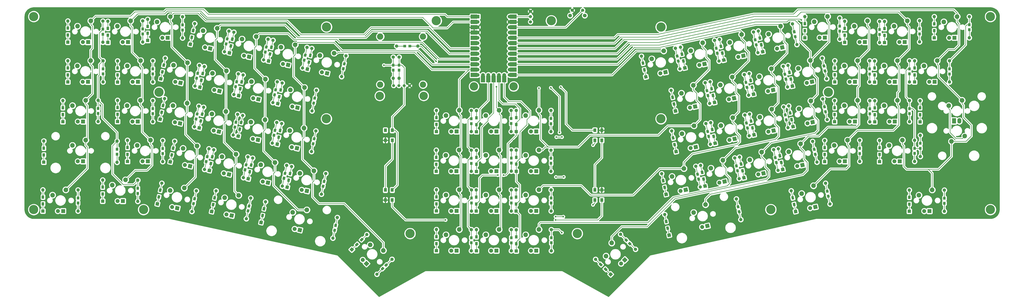
<source format=gtl>
G04 #@! TF.GenerationSoftware,KiCad,Pcbnew,(5.1.6)-1*
G04 #@! TF.CreationDate,2021-01-21T17:21:44+01:00*
G04 #@! TF.ProjectId,middle,6d696464-6c65-42e6-9b69-6361645f7063,rev?*
G04 #@! TF.SameCoordinates,Original*
G04 #@! TF.FileFunction,Copper,L1,Top*
G04 #@! TF.FilePolarity,Positive*
%FSLAX46Y46*%
G04 Gerber Fmt 4.6, Leading zero omitted, Abs format (unit mm)*
G04 Created by KiCad (PCBNEW (5.1.6)-1) date 2021-01-21 17:21:44*
%MOMM*%
%LPD*%
G01*
G04 APERTURE LIST*
G04 #@! TA.AperFunction,ComponentPad*
%ADD10C,1.905000*%
G04 #@! TD*
G04 #@! TA.AperFunction,ComponentPad*
%ADD11R,1.905000X1.905000*%
G04 #@! TD*
G04 #@! TA.AperFunction,ComponentPad*
%ADD12C,2.200000*%
G04 #@! TD*
G04 #@! TA.AperFunction,ComponentPad*
%ADD13C,0.100000*%
G04 #@! TD*
G04 #@! TA.AperFunction,SMDPad,CuDef*
%ADD14R,1.400000X1.800000*%
G04 #@! TD*
G04 #@! TA.AperFunction,ComponentPad*
%ADD15R,1.200000X1.600000*%
G04 #@! TD*
G04 #@! TA.AperFunction,ComponentPad*
%ADD16O,1.600000X1.600000*%
G04 #@! TD*
G04 #@! TA.AperFunction,ComponentPad*
%ADD17R,1.600000X1.600000*%
G04 #@! TD*
G04 #@! TA.AperFunction,ComponentPad*
%ADD18C,1.600000*%
G04 #@! TD*
G04 #@! TA.AperFunction,ComponentPad*
%ADD19R,1.200000X1.400000*%
G04 #@! TD*
G04 #@! TA.AperFunction,ComponentPad*
%ADD20C,0.700000*%
G04 #@! TD*
G04 #@! TA.AperFunction,ComponentPad*
%ADD21C,4.400000*%
G04 #@! TD*
G04 #@! TA.AperFunction,ComponentPad*
%ADD22C,4.000000*%
G04 #@! TD*
G04 #@! TA.AperFunction,SMDPad,CuDef*
%ADD23R,2.000000X3.250000*%
G04 #@! TD*
G04 #@! TA.AperFunction,SMDPad,CuDef*
%ADD24R,3.250000X2.000000*%
G04 #@! TD*
G04 #@! TA.AperFunction,ComponentPad*
%ADD25C,1.752600*%
G04 #@! TD*
G04 #@! TA.AperFunction,ComponentPad*
%ADD26R,1.752600X1.752600*%
G04 #@! TD*
G04 #@! TA.AperFunction,WasherPad*
%ADD27C,3.000000*%
G04 #@! TD*
G04 #@! TA.AperFunction,ComponentPad*
%ADD28C,1.397000*%
G04 #@! TD*
G04 #@! TA.AperFunction,ComponentPad*
%ADD29C,1.524000*%
G04 #@! TD*
G04 #@! TA.AperFunction,ComponentPad*
%ADD30C,1.800000*%
G04 #@! TD*
G04 #@! TA.AperFunction,ComponentPad*
%ADD31R,1.400000X1.200000*%
G04 #@! TD*
G04 #@! TA.AperFunction,ViaPad*
%ADD32C,0.800000*%
G04 #@! TD*
G04 #@! TA.AperFunction,Conductor*
%ADD33C,0.254000*%
G04 #@! TD*
G04 APERTURE END LIST*
D10*
X306654200Y-118008400D03*
D11*
X309194200Y-118008400D03*
D12*
X304114200Y-110388400D03*
X310464200Y-107848400D03*
D10*
X424413944Y-59233038D03*
G04 #@! TA.AperFunction,ComponentPad*
D13*
G36*
X426164789Y-59834663D02*
G01*
X425768718Y-57971292D01*
X427632089Y-57575221D01*
X428028160Y-59438592D01*
X426164789Y-59834663D01*
G37*
G04 #@! TD.AperFunction*
D12*
X420345162Y-52307649D03*
X426028304Y-48502914D03*
D14*
X237074600Y-103178400D03*
X240374600Y-103178400D03*
X240374600Y-98378400D03*
X237074600Y-98378400D03*
X237049600Y-131803400D03*
X240349600Y-131803400D03*
X240349600Y-127003400D03*
X237049600Y-127003400D03*
X340549600Y-126978400D03*
X337249600Y-126978400D03*
X337249600Y-131778400D03*
X340549600Y-131778400D03*
X340549600Y-98378400D03*
X337249600Y-98378400D03*
X337249600Y-103178400D03*
X340549600Y-103178400D03*
D15*
X261449600Y-95553400D03*
D16*
X261449600Y-88843400D03*
D17*
X261449600Y-99003400D03*
D15*
X261449600Y-92293400D03*
G04 #@! TA.AperFunction,ComponentPad*
D13*
G36*
X441431433Y-106966027D02*
G01*
X442605210Y-106716533D01*
X442896287Y-108085939D01*
X441722510Y-108335433D01*
X441431433Y-106966027D01*
G37*
G04 #@! TD.AperFunction*
G04 #@! TA.AperFunction,ComponentPad*
G36*
G01*
X443299058Y-112866669D02*
X443299058Y-112866669D01*
G75*
G02*
X444247905Y-113482858I166329J-782518D01*
G01*
X444247905Y-113482858D01*
G75*
G02*
X443631716Y-114431705I-782518J-166329D01*
G01*
X443631716Y-114431705D01*
G75*
G02*
X442682869Y-113815516I-166329J782518D01*
G01*
X442682869Y-113815516D01*
G75*
G02*
X443299058Y-112866669I782518J166329D01*
G01*
G37*
G04 #@! TD.AperFunction*
D18*
X441353004Y-103711207D03*
G04 #@! TA.AperFunction,ComponentPad*
D13*
G36*
X441930421Y-109313581D02*
G01*
X443104198Y-109064087D01*
X443395275Y-110433493D01*
X442221498Y-110682987D01*
X441930421Y-109313581D01*
G37*
G04 #@! TD.AperFunction*
G04 #@! TA.AperFunction,ComponentPad*
G36*
X422801998Y-110926702D02*
G01*
X423975775Y-110677208D01*
X424266852Y-112046614D01*
X423093075Y-112296108D01*
X422801998Y-110926702D01*
G37*
G04 #@! TD.AperFunction*
G04 #@! TA.AperFunction,ComponentPad*
G36*
G01*
X424669623Y-116827344D02*
X424669623Y-116827344D01*
G75*
G02*
X425618470Y-117443533I166329J-782518D01*
G01*
X425618470Y-117443533D01*
G75*
G02*
X425002281Y-118392380I-782518J-166329D01*
G01*
X425002281Y-118392380D01*
G75*
G02*
X424053434Y-117776191I-166329J782518D01*
G01*
X424053434Y-117776191D01*
G75*
G02*
X424669623Y-116827344I782518J166329D01*
G01*
G37*
G04 #@! TD.AperFunction*
D18*
X422723569Y-107671882D03*
G04 #@! TA.AperFunction,ComponentPad*
D13*
G36*
X423300986Y-113274256D02*
G01*
X424474763Y-113024762D01*
X424765840Y-114394168D01*
X423592063Y-114643662D01*
X423300986Y-113274256D01*
G37*
G04 #@! TD.AperFunction*
D10*
X459080000Y-94205000D03*
D11*
X461620000Y-94205000D03*
D12*
X456540000Y-86585000D03*
X462890000Y-84045000D03*
D10*
X420213944Y-99033038D03*
G04 #@! TA.AperFunction,ComponentPad*
D13*
G36*
X421964789Y-99634663D02*
G01*
X421568718Y-97771292D01*
X423432089Y-97375221D01*
X423828160Y-99238592D01*
X421964789Y-99634663D01*
G37*
G04 #@! TD.AperFunction*
D12*
X416145162Y-92107649D03*
X421828304Y-88302914D03*
D10*
X388563944Y-144733038D03*
G04 #@! TA.AperFunction,ComponentPad*
D13*
G36*
X390314789Y-145334663D02*
G01*
X389918718Y-143471292D01*
X391782089Y-143075221D01*
X392178160Y-144938592D01*
X390314789Y-145334663D01*
G37*
G04 #@! TD.AperFunction*
D12*
X390178304Y-134002914D03*
X384495162Y-137807649D03*
D19*
X316299600Y-130828400D03*
D16*
X316299600Y-137088400D03*
D18*
X316299600Y-126928400D03*
D19*
X316299600Y-133228400D03*
D10*
X188074561Y-66553942D03*
G04 #@! TA.AperFunction,ComponentPad*
D13*
G36*
X189429335Y-67815688D02*
G01*
X189825406Y-65952317D01*
X191688777Y-66348388D01*
X191292706Y-68211759D01*
X189429335Y-67815688D01*
G37*
G04 #@! TD.AperFunction*
D12*
X187174353Y-58572362D03*
X193913686Y-57408106D03*
D10*
X92329000Y-75184000D03*
D11*
X94869000Y-75184000D03*
D12*
X96139000Y-65024000D03*
X89789000Y-67564000D03*
D10*
X193662561Y-145674942D03*
G04 #@! TA.AperFunction,ComponentPad*
D13*
G36*
X195017335Y-146936688D02*
G01*
X195413406Y-145073317D01*
X197276777Y-145469388D01*
X196880706Y-147332759D01*
X195017335Y-146936688D01*
G37*
G04 #@! TD.AperFunction*
D12*
X199501686Y-136529106D03*
X192762353Y-137693362D03*
D15*
X73724600Y-110228400D03*
D16*
X73724600Y-103518400D03*
D17*
X73724600Y-113678400D03*
D15*
X73724600Y-106968400D03*
D10*
X511595000Y-93545000D03*
D11*
X509055000Y-93545000D03*
D12*
X507785000Y-103705000D03*
X514135000Y-101165000D03*
X506515000Y-86560000D03*
D10*
X511595000Y-94180000D03*
D12*
X512865000Y-84020000D03*
D11*
X509055000Y-94180000D03*
D10*
X89966800Y-113258600D03*
D11*
X92506800Y-113258600D03*
D12*
X93776800Y-103098600D03*
X87426800Y-105638600D03*
G04 #@! TA.AperFunction,ComponentPad*
D13*
G36*
X212839236Y-143168455D02*
G01*
X214013013Y-143417949D01*
X213721936Y-144787355D01*
X212548159Y-144537861D01*
X212839236Y-143168455D01*
G37*
G04 #@! TD.AperFunction*
G04 #@! TA.AperFunction,ComponentPad*
G36*
G01*
X212145388Y-149318591D02*
X212145388Y-149318591D01*
G75*
G02*
X212761577Y-150267438I-166329J-782518D01*
G01*
X212761577Y-150267438D01*
G75*
G02*
X211812730Y-150883627I-782518J166329D01*
G01*
X211812730Y-150883627D01*
G75*
G02*
X211196541Y-149934780I166329J782518D01*
G01*
X211196541Y-149934780D01*
G75*
G02*
X212145388Y-149318591I782518J-166329D01*
G01*
G37*
G04 #@! TD.AperFunction*
D18*
X214091442Y-140163129D03*
G04 #@! TA.AperFunction,ComponentPad*
D13*
G36*
X212340248Y-145516009D02*
G01*
X213514025Y-145765503D01*
X213222948Y-147134909D01*
X212049171Y-146885415D01*
X212340248Y-145516009D01*
G37*
G04 #@! TD.AperFunction*
D10*
X349785077Y-162274928D03*
G04 #@! TA.AperFunction,ComponentPad*
D13*
G36*
X351581128Y-161825915D02*
G01*
X350234090Y-160478877D01*
X351581128Y-159131839D01*
X352928166Y-160478877D01*
X351581128Y-161825915D01*
G37*
G04 #@! TD.AperFunction*
D12*
X345294949Y-152396646D03*
X342600872Y-158682826D03*
D20*
X370066326Y-47711674D03*
X368899600Y-47228400D03*
X367732874Y-47711674D03*
X367249600Y-48878400D03*
X367732874Y-50045126D03*
X368899600Y-50528400D03*
X370066326Y-50045126D03*
X370549600Y-48878400D03*
D21*
X368899600Y-48878400D03*
D20*
X210066326Y-47711674D03*
X208899600Y-47228400D03*
X207732874Y-47711674D03*
X207249600Y-48878400D03*
X207732874Y-50045126D03*
X208899600Y-50528400D03*
X210066326Y-50045126D03*
X210549600Y-48878400D03*
D21*
X208899600Y-48878400D03*
D22*
X255399600Y-81878400D03*
X234399600Y-81878400D03*
D23*
X293928800Y-73753400D03*
X291388800Y-73753400D03*
X288848800Y-73753400D03*
X286308800Y-73753400D03*
X283768800Y-73753400D03*
D24*
X298246800Y-43908400D03*
X298246800Y-46448400D03*
X298246800Y-48988400D03*
X298246800Y-51528400D03*
X298246800Y-54068400D03*
X298246800Y-56608400D03*
X298246800Y-59148400D03*
X298246800Y-61688400D03*
X298246800Y-64228400D03*
X298246800Y-66768400D03*
X298246800Y-69308400D03*
X298246800Y-71848400D03*
X279450800Y-71848400D03*
X279450800Y-69308400D03*
X279450800Y-66768400D03*
X279450800Y-64228400D03*
X279450800Y-61688400D03*
X279450800Y-59148400D03*
X279450800Y-56608400D03*
X279450800Y-54068400D03*
X279450800Y-51528400D03*
X279450800Y-48988400D03*
X279450800Y-46448400D03*
X279450800Y-43908400D03*
D25*
X283768800Y-71848400D03*
X286308800Y-71848400D03*
X288848800Y-71848400D03*
X291388800Y-71848400D03*
X293928800Y-71848400D03*
X296468800Y-43908400D03*
X281228800Y-71848400D03*
X296468800Y-46448400D03*
X296468800Y-48988400D03*
X296468800Y-51528400D03*
X296468800Y-54068400D03*
X296468800Y-56608400D03*
X296468800Y-59148400D03*
X296468800Y-61688400D03*
X296468800Y-64228400D03*
X296468800Y-66768400D03*
X296468800Y-69308400D03*
X296468800Y-71848400D03*
X281228800Y-69308400D03*
X281228800Y-66768400D03*
X281228800Y-64228400D03*
X281228800Y-61688400D03*
X281228800Y-59148400D03*
X281228800Y-56608400D03*
X281228800Y-54068400D03*
X281228800Y-51528400D03*
X281228800Y-48988400D03*
X281228800Y-46448400D03*
D26*
X281228800Y-43908400D03*
D22*
X279399600Y-77378400D03*
X298399600Y-77378400D03*
D20*
X422566326Y-135211674D03*
X421399600Y-134728400D03*
X420232874Y-135211674D03*
X419749600Y-136378400D03*
X420232874Y-137545126D03*
X421399600Y-138028400D03*
X422566326Y-137545126D03*
X423049600Y-136378400D03*
D21*
X421399600Y-136378400D03*
D20*
X122566326Y-135211674D03*
X121399600Y-134728400D03*
X120232874Y-135211674D03*
X119749600Y-136378400D03*
X120232874Y-137545126D03*
X121399600Y-138028400D03*
X122566326Y-137545126D03*
X123049600Y-136378400D03*
D21*
X121399600Y-136378400D03*
D20*
X450084726Y-78944674D03*
X448918000Y-78461400D03*
X447751274Y-78944674D03*
X447268000Y-80111400D03*
X447751274Y-81278126D03*
X448918000Y-81761400D03*
X450084726Y-81278126D03*
X450568000Y-80111400D03*
D21*
X448918000Y-80111400D03*
D20*
X129984726Y-78944674D03*
X128818000Y-78461400D03*
X127651274Y-78944674D03*
X127168000Y-80111400D03*
X127651274Y-81278126D03*
X128818000Y-81761400D03*
X129984726Y-81278126D03*
X130468000Y-80111400D03*
D21*
X128818000Y-80111400D03*
D20*
X370015526Y-91711674D03*
X368848800Y-91228400D03*
X367682074Y-91711674D03*
X367198800Y-92878400D03*
X367682074Y-94045126D03*
X368848800Y-94528400D03*
X370015526Y-94045126D03*
X370498800Y-92878400D03*
D21*
X368848800Y-92878400D03*
D20*
X210015526Y-91711674D03*
X208848800Y-91228400D03*
X207682074Y-91711674D03*
X207198800Y-92878400D03*
X207682074Y-94045126D03*
X208848800Y-94528400D03*
X210015526Y-94045126D03*
X210498800Y-92878400D03*
D21*
X208848800Y-92878400D03*
D20*
X317566326Y-44711674D03*
X316399600Y-44228400D03*
X315232874Y-44711674D03*
X314749600Y-45878400D03*
X315232874Y-47045126D03*
X316399600Y-47528400D03*
X317566326Y-47045126D03*
X318049600Y-45878400D03*
D21*
X316399600Y-45878400D03*
D20*
X262566326Y-44711674D03*
X261399600Y-44228400D03*
X260232874Y-44711674D03*
X259749600Y-45878400D03*
X260232874Y-47045126D03*
X261399600Y-47528400D03*
X262566326Y-47045126D03*
X263049600Y-45878400D03*
D21*
X261399600Y-45878400D03*
D20*
X250015526Y-146711674D03*
X248848800Y-146228400D03*
X247682074Y-146711674D03*
X247198800Y-147878400D03*
X247682074Y-149045126D03*
X248848800Y-149528400D03*
X250015526Y-149045126D03*
X250498800Y-147878400D03*
D21*
X248848800Y-147878400D03*
D20*
X330015526Y-146711674D03*
X328848800Y-146228400D03*
X327682074Y-146711674D03*
X327198800Y-147878400D03*
X327682074Y-149045126D03*
X328848800Y-149528400D03*
X330015526Y-149045126D03*
X330498800Y-147878400D03*
D21*
X328848800Y-147878400D03*
D20*
X527566326Y-135211674D03*
X526399600Y-134728400D03*
X525232874Y-135211674D03*
X524749600Y-136378400D03*
X525232874Y-137545126D03*
X526399600Y-138028400D03*
X527566326Y-137545126D03*
X528049600Y-136378400D03*
D21*
X526399600Y-136378400D03*
D20*
X527566326Y-42711674D03*
X526399600Y-42228400D03*
X525232874Y-42711674D03*
X524749600Y-43878400D03*
X525232874Y-45045126D03*
X526399600Y-45528400D03*
X527566326Y-45045126D03*
X528049600Y-43878400D03*
D21*
X526399600Y-43878400D03*
D20*
X70066326Y-135211674D03*
X68899600Y-134728400D03*
X67732874Y-135211674D03*
X67249600Y-136378400D03*
X67732874Y-137545126D03*
X68899600Y-138028400D03*
X70066326Y-137545126D03*
X70549600Y-136378400D03*
D21*
X68899600Y-136378400D03*
D20*
X70066326Y-42711674D03*
X68899600Y-42228400D03*
X67732874Y-42711674D03*
X67249600Y-43878400D03*
X67732874Y-45045126D03*
X68899600Y-45528400D03*
X70066326Y-45045126D03*
X70549600Y-43878400D03*
D21*
X68899600Y-43878400D03*
D10*
X444730000Y-53980000D03*
D11*
X447270000Y-53980000D03*
D12*
X442190000Y-46360000D03*
X448540000Y-43820000D03*
D10*
X192290961Y-106457342D03*
G04 #@! TA.AperFunction,ComponentPad*
D13*
G36*
X193645735Y-107719088D02*
G01*
X194041806Y-105855717D01*
X195905177Y-106251788D01*
X195509106Y-108115159D01*
X193645735Y-107719088D01*
G37*
G04 #@! TD.AperFunction*
D12*
X191390753Y-98475762D03*
X198130086Y-97311506D03*
D19*
X130574600Y-107153400D03*
D16*
X130574600Y-113413400D03*
D18*
X130574600Y-103253400D03*
D19*
X130574600Y-109553400D03*
D10*
X116179600Y-75158600D03*
D11*
X118719600Y-75158600D03*
D12*
X113639600Y-67538600D03*
X119989600Y-64998600D03*
D10*
X150787361Y-58654542D03*
G04 #@! TA.AperFunction,ComponentPad*
D13*
G36*
X152142135Y-59916288D02*
G01*
X152538206Y-58052917D01*
X154401577Y-58448988D01*
X154005506Y-60312359D01*
X152142135Y-59916288D01*
G37*
G04 #@! TD.AperFunction*
D12*
X149887153Y-50672962D03*
X156626486Y-49508706D03*
D10*
X197066161Y-126954942D03*
G04 #@! TA.AperFunction,ComponentPad*
D13*
G36*
X198420935Y-128216688D02*
G01*
X198817006Y-126353317D01*
X200680377Y-126749388D01*
X200284306Y-128612759D01*
X198420935Y-128216688D01*
G37*
G04 #@! TD.AperFunction*
D12*
X196165953Y-118973362D03*
X202905286Y-117809106D03*
D10*
X287629600Y-156108400D03*
D11*
X290169600Y-156108400D03*
D12*
X285089600Y-148488400D03*
X291439600Y-145948400D03*
G04 #@! TA.AperFunction,ComponentPad*
D13*
G36*
X446327232Y-86595373D02*
G01*
X447501009Y-86345879D01*
X447792086Y-87715285D01*
X446618309Y-87964779D01*
X446327232Y-86595373D01*
G37*
G04 #@! TD.AperFunction*
G04 #@! TA.AperFunction,ComponentPad*
G36*
G01*
X448194857Y-92496015D02*
X448194857Y-92496015D01*
G75*
G02*
X449143704Y-93112204I166329J-782518D01*
G01*
X449143704Y-93112204D01*
G75*
G02*
X448527515Y-94061051I-782518J-166329D01*
G01*
X448527515Y-94061051D01*
G75*
G02*
X447578668Y-93444862I-166329J782518D01*
G01*
X447578668Y-93444862D01*
G75*
G02*
X448194857Y-92496015I782518J166329D01*
G01*
G37*
G04 #@! TD.AperFunction*
D18*
X446248803Y-83340553D03*
G04 #@! TA.AperFunction,ComponentPad*
D13*
G36*
X446826220Y-88942927D02*
G01*
X447999997Y-88693433D01*
X448291074Y-90062839D01*
X447117297Y-90312333D01*
X446826220Y-88942927D01*
G37*
G04 #@! TD.AperFunction*
D10*
X420013944Y-79608038D03*
G04 #@! TA.AperFunction,ComponentPad*
D13*
G36*
X421764789Y-80209663D02*
G01*
X421368718Y-78346292D01*
X423232089Y-77950221D01*
X423628160Y-79813592D01*
X421764789Y-80209663D01*
G37*
G04 #@! TD.AperFunction*
D12*
X415945162Y-72682649D03*
X421628304Y-68877914D03*
D10*
X494766600Y-137109200D03*
D11*
X497306600Y-137109200D03*
D12*
X498576600Y-126949200D03*
X492226600Y-129489200D03*
D10*
X497154200Y-75184000D03*
D11*
X499694200Y-75184000D03*
D12*
X494614200Y-67564000D03*
X500964200Y-65024000D03*
D10*
X463804000Y-56083200D03*
D11*
X466344000Y-56083200D03*
D12*
X461264000Y-48463200D03*
X467614000Y-45923200D03*
D27*
X234575000Y-53478400D03*
X234575000Y-76478400D03*
X255075000Y-53478400D03*
D28*
X248635000Y-76978400D03*
X241015000Y-76978400D03*
X243555000Y-76978400D03*
X246095000Y-76978400D03*
D27*
X255075000Y-76478400D03*
D10*
X287655000Y-118008400D03*
D11*
X290195000Y-118008400D03*
D12*
X285115000Y-110388400D03*
X291465000Y-107848400D03*
D10*
X206701561Y-70541742D03*
G04 #@! TA.AperFunction,ComponentPad*
D13*
G36*
X208056335Y-71803488D02*
G01*
X208452406Y-69940117D01*
X210315777Y-70336188D01*
X209919706Y-72199559D01*
X208056335Y-71803488D01*
G37*
G04 #@! TD.AperFunction*
D12*
X205801353Y-62560162D03*
X212540686Y-61395906D03*
G04 #@! TA.AperFunction,ComponentPad*
D13*
G36*
X216989628Y-65721123D02*
G01*
X218163405Y-65970617D01*
X217872328Y-67340023D01*
X216698551Y-67090529D01*
X216989628Y-65721123D01*
G37*
G04 #@! TD.AperFunction*
G04 #@! TA.AperFunction,ComponentPad*
G36*
G01*
X216295780Y-71871259D02*
X216295780Y-71871259D01*
G75*
G02*
X216911969Y-72820106I-166329J-782518D01*
G01*
X216911969Y-72820106D01*
G75*
G02*
X215963122Y-73436295I-782518J166329D01*
G01*
X215963122Y-73436295D01*
G75*
G02*
X215346933Y-72487448I166329J782518D01*
G01*
X215346933Y-72487448D01*
G75*
G02*
X216295780Y-71871259I782518J-166329D01*
G01*
G37*
G04 #@! TD.AperFunction*
D18*
X218241834Y-62715797D03*
G04 #@! TA.AperFunction,ComponentPad*
D13*
G36*
X216490640Y-68068677D02*
G01*
X217664417Y-68318171D01*
X217373340Y-69687577D01*
X216199563Y-69438083D01*
X216490640Y-68068677D01*
G37*
G04 #@! TD.AperFunction*
G04 #@! TA.AperFunction,ComponentPad*
G36*
X160972236Y-53832214D02*
G01*
X162146013Y-54081708D01*
X161854936Y-55451114D01*
X160681159Y-55201620D01*
X160972236Y-53832214D01*
G37*
G04 #@! TD.AperFunction*
G04 #@! TA.AperFunction,ComponentPad*
G36*
G01*
X160278388Y-59982350D02*
X160278388Y-59982350D01*
G75*
G02*
X160894577Y-60931197I-166329J-782518D01*
G01*
X160894577Y-60931197D01*
G75*
G02*
X159945730Y-61547386I-782518J166329D01*
G01*
X159945730Y-61547386D01*
G75*
G02*
X159329541Y-60598539I166329J782518D01*
G01*
X159329541Y-60598539D01*
G75*
G02*
X160278388Y-59982350I782518J-166329D01*
G01*
G37*
G04 #@! TD.AperFunction*
D18*
X162224442Y-50826888D03*
G04 #@! TA.AperFunction,ComponentPad*
D13*
G36*
X160473248Y-56179768D02*
G01*
X161647025Y-56429262D01*
X161355948Y-57798668D01*
X160182171Y-57549174D01*
X160473248Y-56179768D01*
G37*
G04 #@! TD.AperFunction*
D10*
X440199144Y-135662038D03*
G04 #@! TA.AperFunction,ComponentPad*
D13*
G36*
X441949989Y-136263663D02*
G01*
X441553918Y-134400292D01*
X443417289Y-134004221D01*
X443813360Y-135867592D01*
X441949989Y-136263663D01*
G37*
G04 #@! TD.AperFunction*
D12*
X441813504Y-124931914D03*
X436130362Y-128736649D03*
D10*
X480480000Y-113280000D03*
D11*
X483020000Y-113280000D03*
D12*
X484290000Y-103120000D03*
X477940000Y-105660000D03*
D10*
X226218072Y-160478877D03*
G04 #@! TA.AperFunction,ComponentPad*
D13*
G36*
X226667085Y-162274928D02*
G01*
X228014123Y-160927890D01*
X229361161Y-162274928D01*
X228014123Y-163621966D01*
X226667085Y-162274928D01*
G37*
G04 #@! TD.AperFunction*
D12*
X236096354Y-155988749D03*
X229810174Y-153294672D03*
D10*
X135039361Y-135184742D03*
G04 #@! TA.AperFunction,ComponentPad*
D13*
G36*
X136394135Y-136446488D02*
G01*
X136790206Y-134583117D01*
X138653577Y-134979188D01*
X138257506Y-136842559D01*
X136394135Y-136446488D01*
G37*
G04 #@! TD.AperFunction*
D12*
X140878486Y-126038906D03*
X134139153Y-127203162D03*
D10*
X108991400Y-132308600D03*
D11*
X111531400Y-132308600D03*
D12*
X112801400Y-122148600D03*
X106451400Y-124688600D03*
D10*
X80416400Y-137083800D03*
D11*
X82956400Y-137083800D03*
D12*
X84226400Y-126923800D03*
X77876400Y-129463800D03*
D10*
X89980000Y-94183200D03*
D11*
X92520000Y-94183200D03*
D12*
X93790000Y-84023200D03*
X87440000Y-86563200D03*
D10*
X306705000Y-156108400D03*
D11*
X309245000Y-156108400D03*
D12*
X304165000Y-148488400D03*
X310515000Y-145948400D03*
D10*
X454279000Y-113280000D03*
D11*
X456819000Y-113280000D03*
D12*
X451739000Y-105660000D03*
X458089000Y-103120000D03*
D10*
X434026944Y-115570638D03*
G04 #@! TA.AperFunction,ComponentPad*
D13*
G36*
X435777789Y-116172263D02*
G01*
X435381718Y-114308892D01*
X437245089Y-113912821D01*
X437641160Y-115776192D01*
X435777789Y-116172263D01*
G37*
G04 #@! TD.AperFunction*
D12*
X429958162Y-108645249D03*
X435641304Y-104840514D03*
D10*
X415413944Y-119533038D03*
G04 #@! TA.AperFunction,ComponentPad*
D13*
G36*
X417164789Y-120134663D02*
G01*
X416768718Y-118271292D01*
X418632089Y-117875221D01*
X419028160Y-119738592D01*
X417164789Y-120134663D01*
G37*
G04 #@! TD.AperFunction*
D12*
X411345162Y-112607649D03*
X417028304Y-108802914D03*
D10*
X396813944Y-123483038D03*
G04 #@! TA.AperFunction,ComponentPad*
D13*
G36*
X398564789Y-124084663D02*
G01*
X398168718Y-122221292D01*
X400032089Y-121825221D01*
X400428160Y-123688592D01*
X398564789Y-124084663D01*
G37*
G04 #@! TD.AperFunction*
D12*
X392745162Y-116557649D03*
X398428304Y-112752914D03*
D10*
X478105000Y-94230000D03*
D11*
X480645000Y-94230000D03*
D12*
X475565000Y-86610000D03*
X481915000Y-84070000D03*
D10*
X438913944Y-95033038D03*
G04 #@! TA.AperFunction,ComponentPad*
D13*
G36*
X440664789Y-95634663D02*
G01*
X440268718Y-93771292D01*
X442132089Y-93375221D01*
X442528160Y-95238592D01*
X440664789Y-95634663D01*
G37*
G04 #@! TD.AperFunction*
D12*
X434845162Y-88107649D03*
X440528304Y-84302914D03*
D10*
X478104200Y-75158600D03*
D11*
X480644200Y-75158600D03*
D12*
X475564200Y-67538600D03*
X481914200Y-64998600D03*
D10*
X459079600Y-75158600D03*
D11*
X461619600Y-75158600D03*
D12*
X456539600Y-67538600D03*
X462889600Y-64998600D03*
D10*
X438638944Y-75658038D03*
G04 #@! TA.AperFunction,ComponentPad*
D13*
G36*
X440389789Y-76259663D02*
G01*
X439993718Y-74396292D01*
X441857089Y-74000221D01*
X442253160Y-75863592D01*
X440389789Y-76259663D01*
G37*
G04 #@! TD.AperFunction*
D12*
X434570162Y-68732649D03*
X440253304Y-64927914D03*
D10*
X306654200Y-137033000D03*
D11*
X309194200Y-137033000D03*
D12*
X304114200Y-129413000D03*
X310464200Y-126873000D03*
D10*
X268579600Y-156108400D03*
D11*
X271119600Y-156108400D03*
D12*
X266039600Y-148488400D03*
X272389600Y-145948400D03*
D10*
X161074361Y-138704942D03*
G04 #@! TA.AperFunction,ComponentPad*
D13*
G36*
X162429135Y-139966688D02*
G01*
X162825206Y-138103317D01*
X164688577Y-138499388D01*
X164292506Y-140362759D01*
X162429135Y-139966688D01*
G37*
G04 #@! TD.AperFunction*
D12*
X160174153Y-130723362D03*
X166913486Y-129559106D03*
D10*
X378213944Y-127433038D03*
G04 #@! TA.AperFunction,ComponentPad*
D13*
G36*
X379964789Y-128034663D02*
G01*
X379568718Y-126171292D01*
X381432089Y-125775221D01*
X381828160Y-127638592D01*
X379964789Y-128034663D01*
G37*
G04 #@! TD.AperFunction*
D12*
X374145162Y-120507649D03*
X379828304Y-116702914D03*
D10*
X306654200Y-98933000D03*
D11*
X309194200Y-98933000D03*
D12*
X304114200Y-91313000D03*
X310464200Y-88773000D03*
D10*
X287604200Y-137058400D03*
D11*
X290144200Y-137058400D03*
D12*
X285064200Y-129438400D03*
X291414200Y-126898400D03*
D10*
X268554200Y-137058400D03*
D11*
X271094200Y-137058400D03*
D12*
X266014200Y-129438400D03*
X272364200Y-126898400D03*
D10*
X178422561Y-122954942D03*
G04 #@! TA.AperFunction,ComponentPad*
D13*
G36*
X179777335Y-124216688D02*
G01*
X180173406Y-122353317D01*
X182036777Y-122749388D01*
X181640706Y-124612759D01*
X179777335Y-124216688D01*
G37*
G04 #@! TD.AperFunction*
D12*
X177522353Y-114973362D03*
X184261686Y-113809106D03*
D10*
X159804361Y-119004942D03*
G04 #@! TA.AperFunction,ComponentPad*
D13*
G36*
X161159135Y-120266688D02*
G01*
X161555206Y-118403317D01*
X163418577Y-118799388D01*
X163022506Y-120662759D01*
X161159135Y-120266688D01*
G37*
G04 #@! TD.AperFunction*
D12*
X158904153Y-111023362D03*
X165643486Y-109859106D03*
D10*
X141186161Y-115042542D03*
G04 #@! TA.AperFunction,ComponentPad*
D13*
G36*
X142540935Y-116304288D02*
G01*
X142937006Y-114440917D01*
X144800377Y-114836988D01*
X144404306Y-116700359D01*
X142540935Y-116304288D01*
G37*
G04 #@! TD.AperFunction*
D12*
X140285953Y-107060962D03*
X147025286Y-105896706D03*
D10*
X120904000Y-113284000D03*
D11*
X123444000Y-113284000D03*
D12*
X118364000Y-105664000D03*
X124714000Y-103124000D03*
D10*
X401613944Y-103033038D03*
G04 #@! TA.AperFunction,ComponentPad*
D13*
G36*
X403364789Y-103634663D02*
G01*
X402968718Y-101771292D01*
X404832089Y-101375221D01*
X405228160Y-103238592D01*
X403364789Y-103634663D01*
G37*
G04 #@! TD.AperFunction*
D12*
X397545162Y-96107649D03*
X403228304Y-92302914D03*
D10*
X383013944Y-106933038D03*
G04 #@! TA.AperFunction,ComponentPad*
D13*
G36*
X384764789Y-107534663D02*
G01*
X384368718Y-105671292D01*
X386232089Y-105275221D01*
X386628160Y-107138592D01*
X384764789Y-107534663D01*
G37*
G04 #@! TD.AperFunction*
D12*
X378945162Y-100007649D03*
X384628304Y-96202914D03*
D10*
X268528800Y-118008400D03*
D11*
X271068800Y-118008400D03*
D12*
X265988800Y-110388400D03*
X272338800Y-107848400D03*
D10*
X173647361Y-102469542D03*
G04 #@! TA.AperFunction,ComponentPad*
D13*
G36*
X175002135Y-103731288D02*
G01*
X175398206Y-101867917D01*
X177261577Y-102263988D01*
X176865506Y-104127359D01*
X175002135Y-103731288D01*
G37*
G04 #@! TD.AperFunction*
D12*
X172747153Y-94487962D03*
X179486486Y-93323706D03*
D10*
X154978361Y-98507142D03*
G04 #@! TA.AperFunction,ComponentPad*
D13*
G36*
X156333135Y-99768888D02*
G01*
X156729206Y-97905517D01*
X158592577Y-98301588D01*
X158196506Y-100164959D01*
X156333135Y-99768888D01*
G37*
G04 #@! TD.AperFunction*
D12*
X154078153Y-90525562D03*
X160817486Y-89361306D03*
D10*
X136385561Y-94544742D03*
G04 #@! TA.AperFunction,ComponentPad*
D13*
G36*
X137740335Y-95806488D02*
G01*
X138136406Y-93943117D01*
X139999777Y-94339188D01*
X139603706Y-96202559D01*
X137740335Y-95806488D01*
G37*
G04 #@! TD.AperFunction*
D12*
X135485353Y-86563162D03*
X142224686Y-85398906D03*
D10*
X116128800Y-94183200D03*
D11*
X118668800Y-94183200D03*
D12*
X113588800Y-86563200D03*
X119938800Y-84023200D03*
D10*
X401363944Y-83558038D03*
G04 #@! TA.AperFunction,ComponentPad*
D13*
G36*
X403114789Y-84159663D02*
G01*
X402718718Y-82296292D01*
X404582089Y-81900221D01*
X404978160Y-83763592D01*
X403114789Y-84159663D01*
G37*
G04 #@! TD.AperFunction*
D12*
X397295162Y-76632649D03*
X402978304Y-72827914D03*
D10*
X382713944Y-87533038D03*
G04 #@! TA.AperFunction,ComponentPad*
D13*
G36*
X384464789Y-88134663D02*
G01*
X384068718Y-86271292D01*
X385932089Y-85875221D01*
X386328160Y-87738592D01*
X384464789Y-88134663D01*
G37*
G04 #@! TD.AperFunction*
D12*
X378645162Y-80607649D03*
X384328304Y-76802914D03*
D10*
X287629600Y-98958400D03*
D11*
X290169600Y-98958400D03*
D12*
X285089600Y-91338400D03*
X291439600Y-88798400D03*
D10*
X268579600Y-98958400D03*
D11*
X271119600Y-98958400D03*
D12*
X266039600Y-91338400D03*
X272389600Y-88798400D03*
D10*
X192519561Y-87000942D03*
G04 #@! TA.AperFunction,ComponentPad*
D13*
G36*
X193874335Y-88262688D02*
G01*
X194270406Y-86399317D01*
X196133777Y-86795388D01*
X195737706Y-88658759D01*
X193874335Y-88262688D01*
G37*
G04 #@! TD.AperFunction*
D12*
X191619353Y-79019362D03*
X198358686Y-77855106D03*
D10*
X506679200Y-54025800D03*
D11*
X509219200Y-54025800D03*
D12*
X504139200Y-46405800D03*
X510489200Y-43865800D03*
D10*
X173875961Y-83013142D03*
G04 #@! TA.AperFunction,ComponentPad*
D13*
G36*
X175230735Y-84274888D02*
G01*
X175626806Y-82411517D01*
X177490177Y-82807588D01*
X177094106Y-84670959D01*
X175230735Y-84274888D01*
G37*
G04 #@! TD.AperFunction*
D12*
X172975753Y-75031562D03*
X179715086Y-73867306D03*
D10*
X482854000Y-56083200D03*
D11*
X485394000Y-56083200D03*
D12*
X480314000Y-48463200D03*
X486664000Y-45923200D03*
D10*
X155257761Y-79076142D03*
G04 #@! TA.AperFunction,ComponentPad*
D13*
G36*
X156612535Y-80337888D02*
G01*
X157008606Y-78474517D01*
X158871977Y-78870588D01*
X158475906Y-80733959D01*
X156612535Y-80337888D01*
G37*
G04 #@! TD.AperFunction*
D12*
X154357553Y-71094562D03*
X161096886Y-69930306D03*
D10*
X136614161Y-75139142D03*
G04 #@! TA.AperFunction,ComponentPad*
D13*
G36*
X137968935Y-76400888D02*
G01*
X138365006Y-74537517D01*
X140228377Y-74933588D01*
X139832306Y-76796959D01*
X137968935Y-76400888D01*
G37*
G04 #@! TD.AperFunction*
D12*
X135713953Y-67157562D03*
X142453286Y-65993306D03*
D10*
X405813944Y-63183038D03*
G04 #@! TA.AperFunction,ComponentPad*
D13*
G36*
X407564789Y-63784663D02*
G01*
X407168718Y-61921292D01*
X409032089Y-61525221D01*
X409428160Y-63388592D01*
X407564789Y-63784663D01*
G37*
G04 #@! TD.AperFunction*
D12*
X401745162Y-56257649D03*
X407428304Y-52452914D03*
D10*
X387188944Y-67133038D03*
G04 #@! TA.AperFunction,ComponentPad*
D13*
G36*
X388939789Y-67734663D02*
G01*
X388543718Y-65871292D01*
X390407089Y-65475221D01*
X390803160Y-67338592D01*
X388939789Y-67734663D01*
G37*
G04 #@! TD.AperFunction*
D12*
X383120162Y-60207649D03*
X388803304Y-56402914D03*
D10*
X368538944Y-71083038D03*
G04 #@! TA.AperFunction,ComponentPad*
D13*
G36*
X370289789Y-71684663D02*
G01*
X369893718Y-69821292D01*
X371757089Y-69425221D01*
X372153160Y-71288592D01*
X370289789Y-71684663D01*
G37*
G04 #@! TD.AperFunction*
D12*
X364470162Y-64157649D03*
X370153304Y-60352914D03*
D10*
X169405561Y-62642342D03*
G04 #@! TA.AperFunction,ComponentPad*
D13*
G36*
X170760335Y-63904088D02*
G01*
X171156406Y-62040717D01*
X173019777Y-62436788D01*
X172623706Y-64300159D01*
X170760335Y-63904088D01*
G37*
G04 #@! TD.AperFunction*
D12*
X168505353Y-54660762D03*
X175244686Y-53496506D03*
D10*
X130429000Y-54025800D03*
D11*
X132969000Y-54025800D03*
D12*
X127889000Y-46405800D03*
X134239000Y-43865800D03*
D10*
X111404400Y-56108600D03*
D11*
X113944400Y-56108600D03*
D12*
X108864400Y-48488600D03*
X115214400Y-45948600D03*
D10*
X92354400Y-56108600D03*
D11*
X94894400Y-56108600D03*
D12*
X89814400Y-48488600D03*
X96164400Y-45948600D03*
D29*
X326399600Y-40878400D03*
X331399600Y-40878400D03*
D30*
X325399600Y-43378400D03*
X332399600Y-43378400D03*
D19*
X504399600Y-130978400D03*
D16*
X504399600Y-137238400D03*
D18*
X504399600Y-127078400D03*
D19*
X504399600Y-133378400D03*
G04 #@! TA.AperFunction,ComponentPad*
D13*
G36*
X447651735Y-127036505D02*
G01*
X448825512Y-126787011D01*
X449116589Y-128156417D01*
X447942812Y-128405911D01*
X447651735Y-127036505D01*
G37*
G04 #@! TD.AperFunction*
G04 #@! TA.AperFunction,ComponentPad*
G36*
G01*
X449519360Y-132937147D02*
X449519360Y-132937147D01*
G75*
G02*
X450468207Y-133553336I166329J-782518D01*
G01*
X450468207Y-133553336D01*
G75*
G02*
X449852018Y-134502183I-782518J-166329D01*
G01*
X449852018Y-134502183D01*
G75*
G02*
X448903171Y-133885994I-166329J782518D01*
G01*
X448903171Y-133885994D01*
G75*
G02*
X449519360Y-132937147I782518J166329D01*
G01*
G37*
G04 #@! TD.AperFunction*
D18*
X447573306Y-123781685D03*
G04 #@! TA.AperFunction,ComponentPad*
D13*
G36*
X448150723Y-129384059D02*
G01*
X449324500Y-129134565D01*
X449615577Y-130503971D01*
X448441800Y-130753465D01*
X448150723Y-129384059D01*
G37*
G04 #@! TD.AperFunction*
G04 #@! TA.AperFunction,ComponentPad*
G36*
X405012621Y-134510510D02*
G01*
X406186398Y-134261016D01*
X406477475Y-135630422D01*
X405303698Y-135879916D01*
X405012621Y-134510510D01*
G37*
G04 #@! TD.AperFunction*
G04 #@! TA.AperFunction,ComponentPad*
G36*
G01*
X406880246Y-140411152D02*
X406880246Y-140411152D01*
G75*
G02*
X407829093Y-141027341I166329J-782518D01*
G01*
X407829093Y-141027341D01*
G75*
G02*
X407212904Y-141976188I-782518J-166329D01*
G01*
X407212904Y-141976188D01*
G75*
G02*
X406264057Y-141359999I-166329J782518D01*
G01*
X406264057Y-141359999D01*
G75*
G02*
X406880246Y-140411152I782518J166329D01*
G01*
G37*
G04 #@! TD.AperFunction*
D18*
X404934192Y-131255690D03*
G04 #@! TA.AperFunction,ComponentPad*
D13*
G36*
X405511609Y-136858064D02*
G01*
X406685386Y-136608570D01*
X406976463Y-137977976D01*
X405802686Y-138227470D01*
X405511609Y-136858064D01*
G37*
G04 #@! TD.AperFunction*
G04 #@! TA.AperFunction,ComponentPad*
G36*
X351338077Y-150940405D02*
G01*
X352186605Y-150091877D01*
X353176555Y-151081827D01*
X352328027Y-151930355D01*
X351338077Y-150940405D01*
G37*
G04 #@! TD.AperFunction*
G04 #@! TA.AperFunction,ComponentPad*
G36*
G01*
X356118120Y-154871920D02*
X356118120Y-154871920D01*
G75*
G02*
X357249490Y-154871920I565685J-565685D01*
G01*
X357249490Y-154871920D01*
G75*
G02*
X357249490Y-156003290I-565685J-565685D01*
G01*
X357249490Y-156003290D01*
G75*
G02*
X356118120Y-156003290I-565685J565685D01*
G01*
X356118120Y-156003290D01*
G75*
G02*
X356118120Y-154871920I565685J565685D01*
G01*
G37*
G04 #@! TD.AperFunction*
D18*
X349499600Y-148253400D03*
G04 #@! TA.AperFunction,ComponentPad*
D13*
G36*
X353035134Y-152637462D02*
G01*
X353883662Y-151788934D01*
X354873612Y-152778884D01*
X354025084Y-153627412D01*
X353035134Y-152637462D01*
G37*
G04 #@! TD.AperFunction*
D19*
X316399600Y-149903400D03*
D16*
X316399600Y-156163400D03*
D18*
X316399600Y-146003400D03*
D19*
X316399600Y-152303400D03*
X490149600Y-107053400D03*
D16*
X490149600Y-113313400D03*
D18*
X490149600Y-103153400D03*
D19*
X490149600Y-109453400D03*
X463949600Y-107078400D03*
D16*
X463949600Y-113338400D03*
D18*
X463949600Y-103178400D03*
D19*
X463949600Y-109478400D03*
G04 #@! TA.AperFunction,ComponentPad*
D13*
G36*
X404222791Y-114896663D02*
G01*
X405396568Y-114647169D01*
X405687645Y-116016575D01*
X404513868Y-116266069D01*
X404222791Y-114896663D01*
G37*
G04 #@! TD.AperFunction*
G04 #@! TA.AperFunction,ComponentPad*
G36*
G01*
X406090416Y-120797305D02*
X406090416Y-120797305D01*
G75*
G02*
X407039263Y-121413494I166329J-782518D01*
G01*
X407039263Y-121413494D01*
G75*
G02*
X406423074Y-122362341I-782518J-166329D01*
G01*
X406423074Y-122362341D01*
G75*
G02*
X405474227Y-121746152I-166329J782518D01*
G01*
X405474227Y-121746152D01*
G75*
G02*
X406090416Y-120797305I782518J166329D01*
G01*
G37*
G04 #@! TD.AperFunction*
D18*
X404144362Y-111641843D03*
G04 #@! TA.AperFunction,ComponentPad*
D13*
G36*
X404721779Y-117244217D02*
G01*
X405895556Y-116994723D01*
X406186633Y-118364129D01*
X405012856Y-118613623D01*
X404721779Y-117244217D01*
G37*
G04 #@! TD.AperFunction*
D19*
X492899660Y-107033600D03*
D16*
X492899660Y-100773600D03*
D18*
X492899660Y-110933600D03*
D19*
X492899660Y-104633600D03*
X487724600Y-88003400D03*
D16*
X487724600Y-94263400D03*
D18*
X487724600Y-84103400D03*
D19*
X487724600Y-90403400D03*
X468699600Y-88078400D03*
D16*
X468699600Y-94338400D03*
D18*
X468699600Y-84178400D03*
D19*
X468699600Y-90478400D03*
G04 #@! TA.AperFunction,ComponentPad*
D13*
G36*
X427568013Y-90450547D02*
G01*
X428741790Y-90201053D01*
X429032867Y-91570459D01*
X427859090Y-91819953D01*
X427568013Y-90450547D01*
G37*
G04 #@! TD.AperFunction*
G04 #@! TA.AperFunction,ComponentPad*
G36*
G01*
X429435638Y-96351189D02*
X429435638Y-96351189D01*
G75*
G02*
X430384485Y-96967378I166329J-782518D01*
G01*
X430384485Y-96967378D01*
G75*
G02*
X429768296Y-97916225I-782518J-166329D01*
G01*
X429768296Y-97916225D01*
G75*
G02*
X428819449Y-97300036I-166329J782518D01*
G01*
X428819449Y-97300036D01*
G75*
G02*
X429435638Y-96351189I782518J166329D01*
G01*
G37*
G04 #@! TD.AperFunction*
D18*
X427489584Y-87195727D03*
G04 #@! TA.AperFunction,ComponentPad*
D13*
G36*
X428067001Y-92798101D02*
G01*
X429240778Y-92548607D01*
X429531855Y-93918013D01*
X428358078Y-94167507D01*
X428067001Y-92798101D01*
G37*
G04 #@! TD.AperFunction*
D19*
X506849600Y-69003400D03*
D16*
X506849600Y-75263400D03*
D18*
X506849600Y-65103400D03*
D19*
X506849600Y-71403400D03*
X487674600Y-68953400D03*
D16*
X487674600Y-75213400D03*
D18*
X487674600Y-65053400D03*
D19*
X487674600Y-71353400D03*
X468674600Y-68978400D03*
D16*
X468674600Y-75238400D03*
D18*
X468674600Y-65078400D03*
D19*
X468674600Y-71378400D03*
G04 #@! TA.AperFunction,ComponentPad*
D13*
G36*
X446074799Y-67019352D02*
G01*
X447248576Y-66769858D01*
X447539653Y-68139264D01*
X446365876Y-68388758D01*
X446074799Y-67019352D01*
G37*
G04 #@! TD.AperFunction*
G04 #@! TA.AperFunction,ComponentPad*
G36*
G01*
X447942424Y-72919994D02*
X447942424Y-72919994D01*
G75*
G02*
X448891271Y-73536183I166329J-782518D01*
G01*
X448891271Y-73536183D01*
G75*
G02*
X448275082Y-74485030I-782518J-166329D01*
G01*
X448275082Y-74485030D01*
G75*
G02*
X447326235Y-73868841I-166329J782518D01*
G01*
X447326235Y-73868841D01*
G75*
G02*
X447942424Y-72919994I782518J166329D01*
G01*
G37*
G04 #@! TD.AperFunction*
D18*
X445996370Y-63764532D03*
G04 #@! TA.AperFunction,ComponentPad*
D13*
G36*
X446573787Y-69366906D02*
G01*
X447747564Y-69117412D01*
X448038641Y-70486818D01*
X446864864Y-70736312D01*
X446573787Y-69366906D01*
G37*
G04 #@! TD.AperFunction*
G04 #@! TA.AperFunction,ComponentPad*
G36*
X427374141Y-70970999D02*
G01*
X428547918Y-70721505D01*
X428838995Y-72090911D01*
X427665218Y-72340405D01*
X427374141Y-70970999D01*
G37*
G04 #@! TD.AperFunction*
G04 #@! TA.AperFunction,ComponentPad*
G36*
G01*
X429241766Y-76871641D02*
X429241766Y-76871641D01*
G75*
G02*
X430190613Y-77487830I166329J-782518D01*
G01*
X430190613Y-77487830D01*
G75*
G02*
X429574424Y-78436677I-782518J-166329D01*
G01*
X429574424Y-78436677D01*
G75*
G02*
X428625577Y-77820488I-166329J782518D01*
G01*
X428625577Y-77820488D01*
G75*
G02*
X429241766Y-76871641I782518J166329D01*
G01*
G37*
G04 #@! TD.AperFunction*
D18*
X427295712Y-67716179D03*
G04 #@! TA.AperFunction,ComponentPad*
D13*
G36*
X427873129Y-73318553D02*
G01*
X429046906Y-73069059D01*
X429337983Y-74438465D01*
X428164206Y-74687959D01*
X427873129Y-73318553D01*
G37*
G04 #@! TD.AperFunction*
D19*
X316274600Y-111803400D03*
D16*
X316274600Y-118063400D03*
D18*
X316274600Y-107903400D03*
D19*
X316274600Y-114203400D03*
X297249600Y-149928400D03*
D16*
X297249600Y-156188400D03*
D18*
X297249600Y-146028400D03*
D19*
X297249600Y-152328400D03*
X278149600Y-149878400D03*
D16*
X278149600Y-156138400D03*
D18*
X278149600Y-145978400D03*
D19*
X278149600Y-152278400D03*
G04 #@! TA.AperFunction,ComponentPad*
D13*
G36*
X237512595Y-162041877D02*
G01*
X238361123Y-162890405D01*
X237371173Y-163880355D01*
X236522645Y-163031827D01*
X237512595Y-162041877D01*
G37*
G04 #@! TD.AperFunction*
G04 #@! TA.AperFunction,ComponentPad*
G36*
G01*
X233581080Y-166821920D02*
X233581080Y-166821920D01*
G75*
G02*
X233581080Y-167953290I-565685J-565685D01*
G01*
X233581080Y-167953290D01*
G75*
G02*
X232449710Y-167953290I-565685J565685D01*
G01*
X232449710Y-167953290D01*
G75*
G02*
X232449710Y-166821920I565685J565685D01*
G01*
X232449710Y-166821920D01*
G75*
G02*
X233581080Y-166821920I565685J-565685D01*
G01*
G37*
G04 #@! TD.AperFunction*
D18*
X240199600Y-160203400D03*
G04 #@! TA.AperFunction,ComponentPad*
D13*
G36*
X235815538Y-163738934D02*
G01*
X236664066Y-164587462D01*
X235674116Y-165577412D01*
X234825588Y-164728884D01*
X235815538Y-163738934D01*
G37*
G04 #@! TD.AperFunction*
G04 #@! TA.AperFunction,ComponentPad*
G36*
X171434478Y-133863625D02*
G01*
X172608255Y-134113119D01*
X172317178Y-135482525D01*
X171143401Y-135233031D01*
X171434478Y-133863625D01*
G37*
G04 #@! TD.AperFunction*
G04 #@! TA.AperFunction,ComponentPad*
G36*
G01*
X170740630Y-140013761D02*
X170740630Y-140013761D01*
G75*
G02*
X171356819Y-140962608I-166329J-782518D01*
G01*
X171356819Y-140962608D01*
G75*
G02*
X170407972Y-141578797I-782518J166329D01*
G01*
X170407972Y-141578797D01*
G75*
G02*
X169791783Y-140629950I166329J782518D01*
G01*
X169791783Y-140629950D01*
G75*
G02*
X170740630Y-140013761I782518J-166329D01*
G01*
G37*
G04 #@! TD.AperFunction*
D18*
X172686684Y-130858299D03*
G04 #@! TA.AperFunction,ComponentPad*
D13*
G36*
X170935490Y-136211179D02*
G01*
X172109267Y-136460673D01*
X171818190Y-137830079D01*
X170644413Y-137580585D01*
X170935490Y-136211179D01*
G37*
G04 #@! TD.AperFunction*
G04 #@! TA.AperFunction,ComponentPad*
G36*
X145377153Y-130382600D02*
G01*
X146550930Y-130632094D01*
X146259853Y-132001500D01*
X145086076Y-131752006D01*
X145377153Y-130382600D01*
G37*
G04 #@! TD.AperFunction*
G04 #@! TA.AperFunction,ComponentPad*
G36*
G01*
X144683305Y-136532736D02*
X144683305Y-136532736D01*
G75*
G02*
X145299494Y-137481583I-166329J-782518D01*
G01*
X145299494Y-137481583D01*
G75*
G02*
X144350647Y-138097772I-782518J166329D01*
G01*
X144350647Y-138097772D01*
G75*
G02*
X143734458Y-137148925I166329J782518D01*
G01*
X143734458Y-137148925D01*
G75*
G02*
X144683305Y-136532736I782518J-166329D01*
G01*
G37*
G04 #@! TD.AperFunction*
D18*
X146629359Y-127377274D03*
G04 #@! TA.AperFunction,ComponentPad*
D13*
G36*
X144878165Y-132730154D02*
G01*
X146051942Y-132979648D01*
X145760865Y-134349054D01*
X144587088Y-134099560D01*
X144878165Y-132730154D01*
G37*
G04 #@! TD.AperFunction*
D19*
X118674600Y-126228400D03*
D16*
X118674600Y-132488400D03*
D18*
X118674600Y-122328400D03*
D19*
X118674600Y-128628400D03*
X90074600Y-130853400D03*
D16*
X90074600Y-137113400D03*
D18*
X90074600Y-126953400D03*
D19*
X90074600Y-133253400D03*
G04 #@! TA.AperFunction,ComponentPad*
D13*
G36*
X385627334Y-118884852D02*
G01*
X386801111Y-118635358D01*
X387092188Y-120004764D01*
X385918411Y-120254258D01*
X385627334Y-118884852D01*
G37*
G04 #@! TD.AperFunction*
G04 #@! TA.AperFunction,ComponentPad*
G36*
G01*
X387494959Y-124785494D02*
X387494959Y-124785494D01*
G75*
G02*
X388443806Y-125401683I166329J-782518D01*
G01*
X388443806Y-125401683D01*
G75*
G02*
X387827617Y-126350530I-782518J-166329D01*
G01*
X387827617Y-126350530D01*
G75*
G02*
X386878770Y-125734341I-166329J782518D01*
G01*
X386878770Y-125734341D01*
G75*
G02*
X387494959Y-124785494I782518J166329D01*
G01*
G37*
G04 #@! TD.AperFunction*
D18*
X385548905Y-115630032D03*
G04 #@! TA.AperFunction,ComponentPad*
D13*
G36*
X386126322Y-121232406D02*
G01*
X387300099Y-120982912D01*
X387591176Y-122352318D01*
X386417399Y-122601812D01*
X386126322Y-121232406D01*
G37*
G04 #@! TD.AperFunction*
D19*
X316274600Y-92778400D03*
D16*
X316274600Y-99038400D03*
D18*
X316274600Y-88878400D03*
D19*
X316274600Y-95178400D03*
X297249600Y-130853400D03*
D16*
X297249600Y-137113400D03*
D18*
X297249600Y-126953400D03*
D19*
X297249600Y-133253400D03*
X278224600Y-130853400D03*
D16*
X278224600Y-137113400D03*
D18*
X278224600Y-126953400D03*
D19*
X278224600Y-133253400D03*
G04 #@! TA.AperFunction,ComponentPad*
D13*
G36*
X207340979Y-122091785D02*
G01*
X208514756Y-122341279D01*
X208223679Y-123710685D01*
X207049902Y-123461191D01*
X207340979Y-122091785D01*
G37*
G04 #@! TD.AperFunction*
G04 #@! TA.AperFunction,ComponentPad*
G36*
G01*
X206647131Y-128241921D02*
X206647131Y-128241921D01*
G75*
G02*
X207263320Y-129190768I-166329J-782518D01*
G01*
X207263320Y-129190768D01*
G75*
G02*
X206314473Y-129806957I-782518J166329D01*
G01*
X206314473Y-129806957D01*
G75*
G02*
X205698284Y-128858110I166329J782518D01*
G01*
X205698284Y-128858110D01*
G75*
G02*
X206647131Y-128241921I782518J-166329D01*
G01*
G37*
G04 #@! TD.AperFunction*
D18*
X208593185Y-119086459D03*
G04 #@! TA.AperFunction,ComponentPad*
D13*
G36*
X206841991Y-124439339D02*
G01*
X208015768Y-124688833D01*
X207724691Y-126058239D01*
X206550914Y-125808745D01*
X206841991Y-124439339D01*
G37*
G04 #@! TD.AperFunction*
G04 #@! TA.AperFunction,ComponentPad*
G36*
X188629612Y-118215666D02*
G01*
X189803389Y-118465160D01*
X189512312Y-119834566D01*
X188338535Y-119585072D01*
X188629612Y-118215666D01*
G37*
G04 #@! TD.AperFunction*
G04 #@! TA.AperFunction,ComponentPad*
G36*
G01*
X187935764Y-124365802D02*
X187935764Y-124365802D01*
G75*
G02*
X188551953Y-125314649I-166329J-782518D01*
G01*
X188551953Y-125314649D01*
G75*
G02*
X187603106Y-125930838I-782518J166329D01*
G01*
X187603106Y-125930838D01*
G75*
G02*
X186986917Y-124981991I166329J782518D01*
G01*
X186986917Y-124981991D01*
G75*
G02*
X187935764Y-124365802I782518J-166329D01*
G01*
G37*
G04 #@! TD.AperFunction*
D18*
X189881818Y-115210340D03*
G04 #@! TA.AperFunction,ComponentPad*
D13*
G36*
X188130624Y-120563220D02*
G01*
X189304401Y-120812714D01*
X189013324Y-122182120D01*
X187839547Y-121932626D01*
X188130624Y-120563220D01*
G37*
G04 #@! TD.AperFunction*
G04 #@! TA.AperFunction,ComponentPad*
G36*
X170017725Y-114152328D02*
G01*
X171191502Y-114401822D01*
X170900425Y-115771228D01*
X169726648Y-115521734D01*
X170017725Y-114152328D01*
G37*
G04 #@! TD.AperFunction*
G04 #@! TA.AperFunction,ComponentPad*
G36*
G01*
X169323877Y-120302464D02*
X169323877Y-120302464D01*
G75*
G02*
X169940066Y-121251311I-166329J-782518D01*
G01*
X169940066Y-121251311D01*
G75*
G02*
X168991219Y-121867500I-782518J166329D01*
G01*
X168991219Y-121867500D01*
G75*
G02*
X168375030Y-120918653I166329J782518D01*
G01*
X168375030Y-120918653D01*
G75*
G02*
X169323877Y-120302464I782518J-166329D01*
G01*
G37*
G04 #@! TD.AperFunction*
D18*
X171269931Y-111147002D03*
G04 #@! TA.AperFunction,ComponentPad*
D13*
G36*
X169518737Y-116499882D02*
G01*
X170692514Y-116749376D01*
X170401437Y-118118782D01*
X169227660Y-117869288D01*
X169518737Y-116499882D01*
G37*
G04 #@! TD.AperFunction*
G04 #@! TA.AperFunction,ComponentPad*
G36*
X151425784Y-110237787D02*
G01*
X152599561Y-110487281D01*
X152308484Y-111856687D01*
X151134707Y-111607193D01*
X151425784Y-110237787D01*
G37*
G04 #@! TD.AperFunction*
G04 #@! TA.AperFunction,ComponentPad*
G36*
G01*
X150731936Y-116387923D02*
X150731936Y-116387923D01*
G75*
G02*
X151348125Y-117336770I-166329J-782518D01*
G01*
X151348125Y-117336770D01*
G75*
G02*
X150399278Y-117952959I-782518J166329D01*
G01*
X150399278Y-117952959D01*
G75*
G02*
X149783089Y-117004112I166329J782518D01*
G01*
X149783089Y-117004112D01*
G75*
G02*
X150731936Y-116387923I782518J-166329D01*
G01*
G37*
G04 #@! TD.AperFunction*
D18*
X152677990Y-107232461D03*
G04 #@! TA.AperFunction,ComponentPad*
D13*
G36*
X150926796Y-112585341D02*
G01*
X152100573Y-112834835D01*
X151809496Y-114204241D01*
X150635719Y-113954747D01*
X150926796Y-112585341D01*
G37*
G04 #@! TD.AperFunction*
D19*
X108774600Y-107478400D03*
D16*
X108774600Y-113738400D03*
D18*
X108774600Y-103578400D03*
D19*
X108774600Y-109878400D03*
G04 #@! TA.AperFunction,ComponentPad*
D13*
G36*
X409000130Y-94343268D02*
G01*
X410173907Y-94093774D01*
X410464984Y-95463180D01*
X409291207Y-95712674D01*
X409000130Y-94343268D01*
G37*
G04 #@! TD.AperFunction*
G04 #@! TA.AperFunction,ComponentPad*
G36*
G01*
X410867755Y-100243910D02*
X410867755Y-100243910D01*
G75*
G02*
X411816602Y-100860099I166329J-782518D01*
G01*
X411816602Y-100860099D01*
G75*
G02*
X411200413Y-101808946I-782518J-166329D01*
G01*
X411200413Y-101808946D01*
G75*
G02*
X410251566Y-101192757I-166329J782518D01*
G01*
X410251566Y-101192757D01*
G75*
G02*
X410867755Y-100243910I782518J166329D01*
G01*
G37*
G04 #@! TD.AperFunction*
D18*
X408921701Y-91088448D03*
G04 #@! TA.AperFunction,ComponentPad*
D13*
G36*
X409499118Y-96690822D02*
G01*
X410672895Y-96441328D01*
X410963972Y-97810734D01*
X409790195Y-98060228D01*
X409499118Y-96690822D01*
G37*
G04 #@! TD.AperFunction*
G04 #@! TA.AperFunction,ComponentPad*
G36*
X390440388Y-98398422D02*
G01*
X391614165Y-98148928D01*
X391905242Y-99518334D01*
X390731465Y-99767828D01*
X390440388Y-98398422D01*
G37*
G04 #@! TD.AperFunction*
G04 #@! TA.AperFunction,ComponentPad*
G36*
G01*
X392308013Y-104299064D02*
X392308013Y-104299064D01*
G75*
G02*
X393256860Y-104915253I166329J-782518D01*
G01*
X393256860Y-104915253D01*
G75*
G02*
X392640671Y-105864100I-782518J-166329D01*
G01*
X392640671Y-105864100D01*
G75*
G02*
X391691824Y-105247911I-166329J782518D01*
G01*
X391691824Y-105247911D01*
G75*
G02*
X392308013Y-104299064I782518J166329D01*
G01*
G37*
G04 #@! TD.AperFunction*
D18*
X390361959Y-95143602D03*
G04 #@! TA.AperFunction,ComponentPad*
D13*
G36*
X390939376Y-100745976D02*
G01*
X392113153Y-100496482D01*
X392404230Y-101865888D01*
X391230453Y-102115382D01*
X390939376Y-100745976D01*
G37*
G04 #@! TD.AperFunction*
D19*
X297274600Y-111728400D03*
D16*
X297274600Y-117988400D03*
D18*
X297274600Y-107828400D03*
D19*
X297274600Y-114128400D03*
X278174600Y-111828400D03*
D16*
X278174600Y-118088400D03*
D18*
X278174600Y-107928400D03*
D19*
X278174600Y-114228400D03*
G04 #@! TA.AperFunction,ComponentPad*
D13*
G36*
X202590118Y-101672101D02*
G01*
X203763895Y-101921595D01*
X203472818Y-103291001D01*
X202299041Y-103041507D01*
X202590118Y-101672101D01*
G37*
G04 #@! TD.AperFunction*
G04 #@! TA.AperFunction,ComponentPad*
G36*
G01*
X201896270Y-107822237D02*
X201896270Y-107822237D01*
G75*
G02*
X202512459Y-108771084I-166329J-782518D01*
G01*
X202512459Y-108771084D01*
G75*
G02*
X201563612Y-109387273I-782518J166329D01*
G01*
X201563612Y-109387273D01*
G75*
G02*
X200947423Y-108438426I166329J782518D01*
G01*
X200947423Y-108438426D01*
G75*
G02*
X201896270Y-107822237I782518J-166329D01*
G01*
G37*
G04 #@! TD.AperFunction*
D18*
X203842324Y-98666775D03*
G04 #@! TA.AperFunction,ComponentPad*
D13*
G36*
X202091130Y-104019655D02*
G01*
X203264907Y-104269149D01*
X202973830Y-105638555D01*
X201800053Y-105389061D01*
X202091130Y-104019655D01*
G37*
G04 #@! TD.AperFunction*
G04 #@! TA.AperFunction,ComponentPad*
G36*
X183835591Y-97620198D02*
G01*
X185009368Y-97869692D01*
X184718291Y-99239098D01*
X183544514Y-98989604D01*
X183835591Y-97620198D01*
G37*
G04 #@! TD.AperFunction*
G04 #@! TA.AperFunction,ComponentPad*
G36*
G01*
X183141743Y-103770334D02*
X183141743Y-103770334D01*
G75*
G02*
X183757932Y-104719181I-166329J-782518D01*
G01*
X183757932Y-104719181D01*
G75*
G02*
X182809085Y-105335370I-782518J166329D01*
G01*
X182809085Y-105335370D01*
G75*
G02*
X182192896Y-104386523I166329J782518D01*
G01*
X182192896Y-104386523D01*
G75*
G02*
X183141743Y-103770334I782518J-166329D01*
G01*
G37*
G04 #@! TD.AperFunction*
D18*
X185087797Y-94614872D03*
G04 #@! TA.AperFunction,ComponentPad*
D13*
G36*
X183336603Y-99967752D02*
G01*
X184510380Y-100217246D01*
X184219303Y-101586652D01*
X183045526Y-101337158D01*
X183336603Y-99967752D01*
G37*
G04 #@! TD.AperFunction*
G04 #@! TA.AperFunction,ComponentPad*
G36*
X165145202Y-93728041D02*
G01*
X166318979Y-93977535D01*
X166027902Y-95346941D01*
X164854125Y-95097447D01*
X165145202Y-93728041D01*
G37*
G04 #@! TD.AperFunction*
G04 #@! TA.AperFunction,ComponentPad*
G36*
G01*
X164451354Y-99878177D02*
X164451354Y-99878177D01*
G75*
G02*
X165067543Y-100827024I-166329J-782518D01*
G01*
X165067543Y-100827024D01*
G75*
G02*
X164118696Y-101443213I-782518J166329D01*
G01*
X164118696Y-101443213D01*
G75*
G02*
X163502507Y-100494366I166329J782518D01*
G01*
X163502507Y-100494366D01*
G75*
G02*
X164451354Y-99878177I782518J-166329D01*
G01*
G37*
G04 #@! TD.AperFunction*
D18*
X166397408Y-90722715D03*
G04 #@! TA.AperFunction,ComponentPad*
D13*
G36*
X164646214Y-96075595D02*
G01*
X165819991Y-96325089D01*
X165528914Y-97694495D01*
X164355137Y-97445001D01*
X164646214Y-96075595D01*
G37*
G04 #@! TD.AperFunction*
G04 #@! TA.AperFunction,ComponentPad*
G36*
X146599692Y-89798183D02*
G01*
X147773469Y-90047677D01*
X147482392Y-91417083D01*
X146308615Y-91167589D01*
X146599692Y-89798183D01*
G37*
G04 #@! TD.AperFunction*
G04 #@! TA.AperFunction,ComponentPad*
G36*
G01*
X145905844Y-95948319D02*
X145905844Y-95948319D01*
G75*
G02*
X146522033Y-96897166I-166329J-782518D01*
G01*
X146522033Y-96897166D01*
G75*
G02*
X145573186Y-97513355I-782518J166329D01*
G01*
X145573186Y-97513355D01*
G75*
G02*
X144956997Y-96564508I166329J782518D01*
G01*
X144956997Y-96564508D01*
G75*
G02*
X145905844Y-95948319I782518J-166329D01*
G01*
G37*
G04 #@! TD.AperFunction*
D18*
X147851898Y-86792857D03*
G04 #@! TA.AperFunction,ComponentPad*
D13*
G36*
X146100704Y-92145737D02*
G01*
X147274481Y-92395231D01*
X146983404Y-93764637D01*
X145809627Y-93515143D01*
X146100704Y-92145737D01*
G37*
G04 #@! TD.AperFunction*
D19*
X125824600Y-87978400D03*
D16*
X125824600Y-94238400D03*
D18*
X125824600Y-84078400D03*
D19*
X125824600Y-90378400D03*
X99699600Y-87928400D03*
D16*
X99699600Y-94188400D03*
D18*
X99699600Y-84028400D03*
D19*
X99699600Y-90328400D03*
G04 #@! TA.AperFunction,ComponentPad*
D13*
G36*
X408754431Y-74894168D02*
G01*
X409928208Y-74644674D01*
X410219285Y-76014080D01*
X409045508Y-76263574D01*
X408754431Y-74894168D01*
G37*
G04 #@! TD.AperFunction*
G04 #@! TA.AperFunction,ComponentPad*
G36*
G01*
X410622056Y-80794810D02*
X410622056Y-80794810D01*
G75*
G02*
X411570903Y-81410999I166329J-782518D01*
G01*
X411570903Y-81410999D01*
G75*
G02*
X410954714Y-82359846I-782518J-166329D01*
G01*
X410954714Y-82359846D01*
G75*
G02*
X410005867Y-81743657I-166329J782518D01*
G01*
X410005867Y-81743657D01*
G75*
G02*
X410622056Y-80794810I782518J166329D01*
G01*
G37*
G04 #@! TD.AperFunction*
D18*
X408676002Y-71639348D03*
G04 #@! TA.AperFunction,ComponentPad*
D13*
G36*
X409253419Y-77241722D02*
G01*
X410427196Y-76992228D01*
X410718273Y-78361634D01*
X409544496Y-78611128D01*
X409253419Y-77241722D01*
G37*
G04 #@! TD.AperFunction*
G04 #@! TA.AperFunction,ComponentPad*
G36*
X390104415Y-78844018D02*
G01*
X391278192Y-78594524D01*
X391569269Y-79963930D01*
X390395492Y-80213424D01*
X390104415Y-78844018D01*
G37*
G04 #@! TD.AperFunction*
G04 #@! TA.AperFunction,ComponentPad*
G36*
G01*
X391972040Y-84744660D02*
X391972040Y-84744660D01*
G75*
G02*
X392920887Y-85360849I166329J-782518D01*
G01*
X392920887Y-85360849D01*
G75*
G02*
X392304698Y-86309696I-782518J-166329D01*
G01*
X392304698Y-86309696D01*
G75*
G02*
X391355851Y-85693507I-166329J782518D01*
G01*
X391355851Y-85693507D01*
G75*
G02*
X391972040Y-84744660I782518J166329D01*
G01*
G37*
G04 #@! TD.AperFunction*
D18*
X390025986Y-75589198D03*
G04 #@! TA.AperFunction,ComponentPad*
D13*
G36*
X390603403Y-81191572D02*
G01*
X391777180Y-80942078D01*
X392068257Y-82311484D01*
X390894480Y-82560978D01*
X390603403Y-81191572D01*
G37*
G04 #@! TD.AperFunction*
D19*
X297224600Y-92753400D03*
D16*
X297224600Y-99013400D03*
D18*
X297224600Y-88853400D03*
D19*
X297224600Y-95153400D03*
X278149600Y-92803400D03*
D16*
X278149600Y-99063400D03*
D18*
X278149600Y-88903400D03*
D19*
X278149600Y-95203400D03*
G04 #@! TA.AperFunction,ComponentPad*
D13*
G36*
X202839913Y-82174183D02*
G01*
X204013690Y-82423677D01*
X203722613Y-83793083D01*
X202548836Y-83543589D01*
X202839913Y-82174183D01*
G37*
G04 #@! TD.AperFunction*
G04 #@! TA.AperFunction,ComponentPad*
G36*
G01*
X202146065Y-88324319D02*
X202146065Y-88324319D01*
G75*
G02*
X202762254Y-89273166I-166329J-782518D01*
G01*
X202762254Y-89273166D01*
G75*
G02*
X201813407Y-89889355I-782518J166329D01*
G01*
X201813407Y-89889355D01*
G75*
G02*
X201197218Y-88940508I166329J782518D01*
G01*
X201197218Y-88940508D01*
G75*
G02*
X202146065Y-88324319I782518J-166329D01*
G01*
G37*
G04 #@! TD.AperFunction*
D18*
X204092119Y-79168857D03*
G04 #@! TA.AperFunction,ComponentPad*
D13*
G36*
X202340925Y-84521737D02*
G01*
X203514702Y-84771231D01*
X203223625Y-86140637D01*
X202049848Y-85891143D01*
X202340925Y-84521737D01*
G37*
G04 #@! TD.AperFunction*
D19*
X516324600Y-47778400D03*
D16*
X516324600Y-54038400D03*
D18*
X516324600Y-43878400D03*
D19*
X516324600Y-50178400D03*
G04 #@! TA.AperFunction,ComponentPad*
D13*
G36*
X184125044Y-78189733D02*
G01*
X185298821Y-78439227D01*
X185007744Y-79808633D01*
X183833967Y-79559139D01*
X184125044Y-78189733D01*
G37*
G04 #@! TD.AperFunction*
G04 #@! TA.AperFunction,ComponentPad*
G36*
G01*
X183431196Y-84339869D02*
X183431196Y-84339869D01*
G75*
G02*
X184047385Y-85288716I-166329J-782518D01*
G01*
X184047385Y-85288716D01*
G75*
G02*
X183098538Y-85904905I-782518J166329D01*
G01*
X183098538Y-85904905D01*
G75*
G02*
X182482349Y-84956058I166329J782518D01*
G01*
X182482349Y-84956058D01*
G75*
G02*
X183431196Y-84339869I782518J-166329D01*
G01*
G37*
G04 #@! TD.AperFunction*
D18*
X185377250Y-75184407D03*
G04 #@! TA.AperFunction,ComponentPad*
D13*
G36*
X183626056Y-80537287D02*
G01*
X184799833Y-80786781D01*
X184508756Y-82156187D01*
X183334979Y-81906693D01*
X183626056Y-80537287D01*
G37*
G04 #@! TD.AperFunction*
G04 #@! TA.AperFunction,ComponentPad*
G36*
X165477834Y-74338976D02*
G01*
X166651611Y-74588470D01*
X166360534Y-75957876D01*
X165186757Y-75708382D01*
X165477834Y-74338976D01*
G37*
G04 #@! TD.AperFunction*
G04 #@! TA.AperFunction,ComponentPad*
G36*
G01*
X164783986Y-80489112D02*
X164783986Y-80489112D01*
G75*
G02*
X165400175Y-81437959I-166329J-782518D01*
G01*
X165400175Y-81437959D01*
G75*
G02*
X164451328Y-82054148I-782518J166329D01*
G01*
X164451328Y-82054148D01*
G75*
G02*
X163835139Y-81105301I166329J782518D01*
G01*
X163835139Y-81105301D01*
G75*
G02*
X164783986Y-80489112I782518J-166329D01*
G01*
G37*
G04 #@! TD.AperFunction*
D18*
X166730040Y-71333650D03*
G04 #@! TA.AperFunction,ComponentPad*
D13*
G36*
X164978846Y-76686530D02*
G01*
X166152623Y-76936024D01*
X165861546Y-78305430D01*
X164687769Y-78055936D01*
X164978846Y-76686530D01*
G37*
G04 #@! TD.AperFunction*
D19*
X492499600Y-49778400D03*
D16*
X492499600Y-56038400D03*
D18*
X492499600Y-45878400D03*
D19*
X492499600Y-52178400D03*
X473424600Y-50053400D03*
D16*
X473424600Y-56313400D03*
D18*
X473424600Y-46153400D03*
D19*
X473424600Y-52453400D03*
G04 #@! TA.AperFunction,ComponentPad*
D13*
G36*
X146863393Y-70276475D02*
G01*
X148037170Y-70525969D01*
X147746093Y-71895375D01*
X146572316Y-71645881D01*
X146863393Y-70276475D01*
G37*
G04 #@! TD.AperFunction*
G04 #@! TA.AperFunction,ComponentPad*
G36*
G01*
X146169545Y-76426611D02*
X146169545Y-76426611D01*
G75*
G02*
X146785734Y-77375458I-166329J-782518D01*
G01*
X146785734Y-77375458D01*
G75*
G02*
X145836887Y-77991647I-782518J166329D01*
G01*
X145836887Y-77991647D01*
G75*
G02*
X145220698Y-77042800I166329J782518D01*
G01*
X145220698Y-77042800D01*
G75*
G02*
X146169545Y-76426611I782518J-166329D01*
G01*
G37*
G04 #@! TD.AperFunction*
D18*
X148115599Y-67271149D03*
G04 #@! TA.AperFunction,ComponentPad*
D13*
G36*
X146364405Y-72624029D02*
G01*
X147538182Y-72873523D01*
X147247105Y-74242929D01*
X146073328Y-73993435D01*
X146364405Y-72624029D01*
G37*
G04 #@! TD.AperFunction*
D19*
X125874600Y-68953400D03*
D16*
X125874600Y-75213400D03*
D18*
X125874600Y-65053400D03*
D19*
X125874600Y-71353400D03*
X454349600Y-48453400D03*
D16*
X454349600Y-54713400D03*
D18*
X454349600Y-44553400D03*
D19*
X454349600Y-50853400D03*
X102024600Y-68953400D03*
D16*
X102024600Y-75213400D03*
D18*
X102024600Y-65053400D03*
D19*
X102024600Y-71353400D03*
G04 #@! TA.AperFunction,ComponentPad*
D13*
G36*
X431842173Y-50628263D02*
G01*
X433015950Y-50378769D01*
X433307027Y-51748175D01*
X432133250Y-51997669D01*
X431842173Y-50628263D01*
G37*
G04 #@! TD.AperFunction*
G04 #@! TA.AperFunction,ComponentPad*
G36*
G01*
X433709798Y-56528905D02*
X433709798Y-56528905D01*
G75*
G02*
X434658645Y-57145094I166329J-782518D01*
G01*
X434658645Y-57145094D01*
G75*
G02*
X434042456Y-58093941I-782518J-166329D01*
G01*
X434042456Y-58093941D01*
G75*
G02*
X433093609Y-57477752I-166329J782518D01*
G01*
X433093609Y-57477752D01*
G75*
G02*
X433709798Y-56528905I782518J166329D01*
G01*
G37*
G04 #@! TD.AperFunction*
D18*
X431763744Y-47373443D03*
G04 #@! TA.AperFunction,ComponentPad*
D13*
G36*
X432341161Y-52975817D02*
G01*
X433514938Y-52726323D01*
X433806015Y-54095729D01*
X432632238Y-54345223D01*
X432341161Y-52975817D01*
G37*
G04 #@! TD.AperFunction*
G04 #@! TA.AperFunction,ComponentPad*
G36*
X413180936Y-54509926D02*
G01*
X414354713Y-54260432D01*
X414645790Y-55629838D01*
X413472013Y-55879332D01*
X413180936Y-54509926D01*
G37*
G04 #@! TD.AperFunction*
G04 #@! TA.AperFunction,ComponentPad*
G36*
G01*
X415048561Y-60410568D02*
X415048561Y-60410568D01*
G75*
G02*
X415997408Y-61026757I166329J-782518D01*
G01*
X415997408Y-61026757D01*
G75*
G02*
X415381219Y-61975604I-782518J-166329D01*
G01*
X415381219Y-61975604D01*
G75*
G02*
X414432372Y-61359415I-166329J782518D01*
G01*
X414432372Y-61359415D01*
G75*
G02*
X415048561Y-60410568I782518J166329D01*
G01*
G37*
G04 #@! TD.AperFunction*
D18*
X413102507Y-51255106D03*
G04 #@! TA.AperFunction,ComponentPad*
D13*
G36*
X413679924Y-56857480D02*
G01*
X414853701Y-56607986D01*
X415144778Y-57977392D01*
X413971001Y-58226886D01*
X413679924Y-56857480D01*
G37*
G04 #@! TD.AperFunction*
G04 #@! TA.AperFunction,ComponentPad*
G36*
X394576225Y-58525809D02*
G01*
X395750002Y-58276315D01*
X396041079Y-59645721D01*
X394867302Y-59895215D01*
X394576225Y-58525809D01*
G37*
G04 #@! TD.AperFunction*
G04 #@! TA.AperFunction,ComponentPad*
G36*
G01*
X396443850Y-64426451D02*
X396443850Y-64426451D01*
G75*
G02*
X397392697Y-65042640I166329J-782518D01*
G01*
X397392697Y-65042640D01*
G75*
G02*
X396776508Y-65991487I-782518J-166329D01*
G01*
X396776508Y-65991487D01*
G75*
G02*
X395827661Y-65375298I-166329J782518D01*
G01*
X395827661Y-65375298D01*
G75*
G02*
X396443850Y-64426451I782518J166329D01*
G01*
G37*
G04 #@! TD.AperFunction*
D18*
X394497796Y-55270989D03*
G04 #@! TA.AperFunction,ComponentPad*
D13*
G36*
X395075213Y-60873363D02*
G01*
X396248990Y-60623869D01*
X396540067Y-61993275D01*
X395366290Y-62242769D01*
X395075213Y-60873363D01*
G37*
G04 #@! TD.AperFunction*
G04 #@! TA.AperFunction,ComponentPad*
G36*
X375886320Y-62288060D02*
G01*
X377060097Y-62038566D01*
X377351174Y-63407972D01*
X376177397Y-63657466D01*
X375886320Y-62288060D01*
G37*
G04 #@! TD.AperFunction*
G04 #@! TA.AperFunction,ComponentPad*
G36*
G01*
X377753945Y-68188702D02*
X377753945Y-68188702D01*
G75*
G02*
X378702792Y-68804891I166329J-782518D01*
G01*
X378702792Y-68804891D01*
G75*
G02*
X378086603Y-69753738I-782518J-166329D01*
G01*
X378086603Y-69753738D01*
G75*
G02*
X377137756Y-69137549I-166329J782518D01*
G01*
X377137756Y-69137549D01*
G75*
G02*
X377753945Y-68188702I782518J166329D01*
G01*
G37*
G04 #@! TD.AperFunction*
D18*
X375807891Y-59033240D03*
G04 #@! TA.AperFunction,ComponentPad*
D13*
G36*
X376385308Y-64635614D02*
G01*
X377559085Y-64386120D01*
X377850162Y-65755526D01*
X376676385Y-66005020D01*
X376385308Y-64635614D01*
G37*
G04 #@! TD.AperFunction*
G04 #@! TA.AperFunction,ComponentPad*
G36*
X198301002Y-61617215D02*
G01*
X199474779Y-61866709D01*
X199183702Y-63236115D01*
X198009925Y-62986621D01*
X198301002Y-61617215D01*
G37*
G04 #@! TD.AperFunction*
G04 #@! TA.AperFunction,ComponentPad*
G36*
G01*
X197607154Y-67767351D02*
X197607154Y-67767351D01*
G75*
G02*
X198223343Y-68716198I-166329J-782518D01*
G01*
X198223343Y-68716198D01*
G75*
G02*
X197274496Y-69332387I-782518J166329D01*
G01*
X197274496Y-69332387D01*
G75*
G02*
X196658307Y-68383540I166329J782518D01*
G01*
X196658307Y-68383540D01*
G75*
G02*
X197607154Y-67767351I782518J-166329D01*
G01*
G37*
G04 #@! TD.AperFunction*
D18*
X199553208Y-58611889D03*
G04 #@! TA.AperFunction,ComponentPad*
D13*
G36*
X197802014Y-63964769D02*
G01*
X198975791Y-64214263D01*
X198684714Y-65583669D01*
X197510937Y-65334175D01*
X197802014Y-63964769D01*
G37*
G04 #@! TD.AperFunction*
G04 #@! TA.AperFunction,ComponentPad*
G36*
X179686510Y-57714944D02*
G01*
X180860287Y-57964438D01*
X180569210Y-59333844D01*
X179395433Y-59084350D01*
X179686510Y-57714944D01*
G37*
G04 #@! TD.AperFunction*
G04 #@! TA.AperFunction,ComponentPad*
G36*
G01*
X178992662Y-63865080D02*
X178992662Y-63865080D01*
G75*
G02*
X179608851Y-64813927I-166329J-782518D01*
G01*
X179608851Y-64813927D01*
G75*
G02*
X178660004Y-65430116I-782518J166329D01*
G01*
X178660004Y-65430116D01*
G75*
G02*
X178043815Y-64481269I166329J782518D01*
G01*
X178043815Y-64481269D01*
G75*
G02*
X178992662Y-63865080I782518J-166329D01*
G01*
G37*
G04 #@! TD.AperFunction*
D18*
X180938716Y-54709618D03*
G04 #@! TA.AperFunction,ComponentPad*
D13*
G36*
X179187522Y-60062498D02*
G01*
X180361299Y-60311992D01*
X180070222Y-61681398D01*
X178896445Y-61431904D01*
X179187522Y-60062498D01*
G37*
G04 #@! TD.AperFunction*
D31*
X246349600Y-58053400D03*
D16*
X252609600Y-58053400D03*
D18*
X242449600Y-58053400D03*
D31*
X248749600Y-58053400D03*
D19*
X243649600Y-67153400D03*
D16*
X243649600Y-73413400D03*
D18*
X243649600Y-63253400D03*
D19*
X243649600Y-69553400D03*
X140074600Y-47903400D03*
D16*
X140074600Y-54163400D03*
D18*
X140074600Y-44003400D03*
D19*
X140074600Y-50303400D03*
X120974600Y-49803400D03*
D16*
X120974600Y-56063400D03*
D18*
X120974600Y-45903400D03*
D19*
X120974600Y-52203400D03*
X240849600Y-67153400D03*
D16*
X240849600Y-73413400D03*
D18*
X240849600Y-63253400D03*
D19*
X240849600Y-69553400D03*
X101949600Y-49953400D03*
D16*
X101949600Y-56213400D03*
D18*
X101949600Y-46053400D03*
D19*
X101949600Y-52353400D03*
D29*
X306474600Y-46403400D03*
X306474600Y-41403400D03*
X306474600Y-43903400D03*
D15*
X487624600Y-133778400D03*
D16*
X487624600Y-127068400D03*
D17*
X487624600Y-137228400D03*
D15*
X487624600Y-130518400D03*
G04 #@! TA.AperFunction,ComponentPad*
D13*
G36*
X433299800Y-134599626D02*
G01*
X432126023Y-134849120D01*
X431793364Y-133284084D01*
X432967141Y-133034590D01*
X433299800Y-134599626D01*
G37*
G04 #@! TD.AperFunction*
G04 #@! TA.AperFunction,ComponentPad*
G36*
G01*
X431317823Y-128161002D02*
X431317823Y-128161002D01*
G75*
G02*
X430368976Y-127544813I-166329J782518D01*
G01*
X430368976Y-127544813D01*
G75*
G02*
X430985165Y-126595966I782518J166329D01*
G01*
X430985165Y-126595966D01*
G75*
G02*
X431934012Y-127212155I166329J-782518D01*
G01*
X431934012Y-127212155D01*
G75*
G02*
X431317823Y-128161002I-782518J-166329D01*
G01*
G37*
G04 #@! TD.AperFunction*
G04 #@! TA.AperFunction,ComponentPad*
G36*
X434212724Y-137932653D02*
G01*
X432647688Y-138265311D01*
X432315030Y-136700275D01*
X433880066Y-136367617D01*
X434212724Y-137932653D01*
G37*
G04 #@! TD.AperFunction*
G04 #@! TA.AperFunction,ComponentPad*
G36*
X432622008Y-131410865D02*
G01*
X431448231Y-131660359D01*
X431115572Y-130095323D01*
X432289349Y-129845829D01*
X432622008Y-131410865D01*
G37*
G04 #@! TD.AperFunction*
G04 #@! TA.AperFunction,ComponentPad*
G36*
X372805713Y-145964724D02*
G01*
X371631936Y-146214218D01*
X371299277Y-144649182D01*
X372473054Y-144399688D01*
X372805713Y-145964724D01*
G37*
G04 #@! TD.AperFunction*
G04 #@! TA.AperFunction,ComponentPad*
G36*
G01*
X370823736Y-139526100D02*
X370823736Y-139526100D01*
G75*
G02*
X369874889Y-138909911I-166329J782518D01*
G01*
X369874889Y-138909911D01*
G75*
G02*
X370491078Y-137961064I782518J166329D01*
G01*
X370491078Y-137961064D01*
G75*
G02*
X371439925Y-138577253I166329J-782518D01*
G01*
X371439925Y-138577253D01*
G75*
G02*
X370823736Y-139526100I-782518J-166329D01*
G01*
G37*
G04 #@! TD.AperFunction*
G04 #@! TA.AperFunction,ComponentPad*
G36*
X373718637Y-149297751D02*
G01*
X372153601Y-149630409D01*
X371820943Y-148065373D01*
X373385979Y-147732715D01*
X373718637Y-149297751D01*
G37*
G04 #@! TD.AperFunction*
G04 #@! TA.AperFunction,ComponentPad*
G36*
X372127921Y-142775963D02*
G01*
X370954144Y-143025457D01*
X370621485Y-141460421D01*
X371795262Y-141210927D01*
X372127921Y-142775963D01*
G37*
G04 #@! TD.AperFunction*
G04 #@! TA.AperFunction,ComponentPad*
G36*
X343350031Y-165130303D02*
G01*
X342501503Y-165978831D01*
X341370133Y-164847461D01*
X342218661Y-163998933D01*
X343350031Y-165130303D01*
G37*
G04 #@! TD.AperFunction*
G04 #@! TA.AperFunction,ComponentPad*
G36*
G01*
X338181080Y-160809880D02*
X338181080Y-160809880D01*
G75*
G02*
X337049710Y-160809880I-565685J565685D01*
G01*
X337049710Y-160809880D01*
G75*
G02*
X337049710Y-159678510I565685J565685D01*
G01*
X337049710Y-159678510D01*
G75*
G02*
X338181080Y-159678510I565685J-565685D01*
G01*
X338181080Y-159678510D01*
G75*
G02*
X338181080Y-160809880I-565685J-565685D01*
G01*
G37*
G04 #@! TD.AperFunction*
G04 #@! TA.AperFunction,ComponentPad*
G36*
X345930971Y-167428400D02*
G01*
X344799600Y-168559771D01*
X343668229Y-167428400D01*
X344799600Y-166297029D01*
X345930971Y-167428400D01*
G37*
G04 #@! TD.AperFunction*
G04 #@! TA.AperFunction,ComponentPad*
G36*
X341044862Y-162825134D02*
G01*
X340196334Y-163673662D01*
X339064964Y-162542292D01*
X339913492Y-161693764D01*
X341044862Y-162825134D01*
G37*
G04 #@! TD.AperFunction*
D15*
X299649600Y-152778400D03*
D16*
X299649600Y-146068400D03*
D17*
X299649600Y-156228400D03*
D15*
X299649600Y-149518400D03*
X473374600Y-109953400D03*
D16*
X473374600Y-103243400D03*
D17*
X473374600Y-113403400D03*
D15*
X473374600Y-106693400D03*
X447149600Y-109953400D03*
D16*
X447149600Y-103243400D03*
D17*
X447149600Y-113403400D03*
D15*
X447149600Y-106693400D03*
G04 #@! TA.AperFunction,ComponentPad*
D13*
G36*
X427142775Y-114454030D02*
G01*
X425968998Y-114703524D01*
X425636339Y-113138488D01*
X426810116Y-112888994D01*
X427142775Y-114454030D01*
G37*
G04 #@! TD.AperFunction*
G04 #@! TA.AperFunction,ComponentPad*
G36*
G01*
X425160798Y-108015406D02*
X425160798Y-108015406D01*
G75*
G02*
X424211951Y-107399217I-166329J782518D01*
G01*
X424211951Y-107399217D01*
G75*
G02*
X424828140Y-106450370I782518J166329D01*
G01*
X424828140Y-106450370D01*
G75*
G02*
X425776987Y-107066559I166329J-782518D01*
G01*
X425776987Y-107066559D01*
G75*
G02*
X425160798Y-108015406I-782518J-166329D01*
G01*
G37*
G04 #@! TD.AperFunction*
G04 #@! TA.AperFunction,ComponentPad*
G36*
X428055699Y-117787057D02*
G01*
X426490663Y-118119715D01*
X426158005Y-116554679D01*
X427723041Y-116222021D01*
X428055699Y-117787057D01*
G37*
G04 #@! TD.AperFunction*
G04 #@! TA.AperFunction,ComponentPad*
G36*
X426464983Y-111265269D02*
G01*
X425291206Y-111514763D01*
X424958547Y-109949727D01*
X426132324Y-109700233D01*
X426464983Y-111265269D01*
G37*
G04 #@! TD.AperFunction*
G04 #@! TA.AperFunction,ComponentPad*
G36*
X408591384Y-118427220D02*
G01*
X407417607Y-118676714D01*
X407084948Y-117111678D01*
X408258725Y-116862184D01*
X408591384Y-118427220D01*
G37*
G04 #@! TD.AperFunction*
G04 #@! TA.AperFunction,ComponentPad*
G36*
G01*
X406609407Y-111988596D02*
X406609407Y-111988596D01*
G75*
G02*
X405660560Y-111372407I-166329J782518D01*
G01*
X405660560Y-111372407D01*
G75*
G02*
X406276749Y-110423560I782518J166329D01*
G01*
X406276749Y-110423560D01*
G75*
G02*
X407225596Y-111039749I166329J-782518D01*
G01*
X407225596Y-111039749D01*
G75*
G02*
X406609407Y-111988596I-782518J-166329D01*
G01*
G37*
G04 #@! TD.AperFunction*
G04 #@! TA.AperFunction,ComponentPad*
G36*
X409504308Y-121760247D02*
G01*
X407939272Y-122092905D01*
X407606614Y-120527869D01*
X409171650Y-120195211D01*
X409504308Y-121760247D01*
G37*
G04 #@! TD.AperFunction*
G04 #@! TA.AperFunction,ComponentPad*
G36*
X407913592Y-115238459D02*
G01*
X406739815Y-115487953D01*
X406407156Y-113922917D01*
X407580933Y-113673423D01*
X407913592Y-115238459D01*
G37*
G04 #@! TD.AperFunction*
G04 #@! TA.AperFunction,ComponentPad*
G36*
X389978271Y-122403825D02*
G01*
X388804494Y-122653319D01*
X388471835Y-121088283D01*
X389645612Y-120838789D01*
X389978271Y-122403825D01*
G37*
G04 #@! TD.AperFunction*
G04 #@! TA.AperFunction,ComponentPad*
G36*
G01*
X387996294Y-115965201D02*
X387996294Y-115965201D01*
G75*
G02*
X387047447Y-115349012I-166329J782518D01*
G01*
X387047447Y-115349012D01*
G75*
G02*
X387663636Y-114400165I782518J166329D01*
G01*
X387663636Y-114400165D01*
G75*
G02*
X388612483Y-115016354I166329J-782518D01*
G01*
X388612483Y-115016354D01*
G75*
G02*
X387996294Y-115965201I-782518J-166329D01*
G01*
G37*
G04 #@! TD.AperFunction*
G04 #@! TA.AperFunction,ComponentPad*
G36*
X390891195Y-125736852D02*
G01*
X389326159Y-126069510D01*
X388993501Y-124504474D01*
X390558537Y-124171816D01*
X390891195Y-125736852D01*
G37*
G04 #@! TD.AperFunction*
G04 #@! TA.AperFunction,ComponentPad*
G36*
X389300479Y-119215064D02*
G01*
X388126702Y-119464558D01*
X387794043Y-117899522D01*
X388967820Y-117650028D01*
X389300479Y-119215064D01*
G37*
G04 #@! TD.AperFunction*
D15*
X492749600Y-90878400D03*
D16*
X492749600Y-84168400D03*
D17*
X492749600Y-94328400D03*
D15*
X492749600Y-87618400D03*
X471074600Y-90928400D03*
D16*
X471074600Y-84218400D03*
D17*
X471074600Y-94378400D03*
D15*
X471074600Y-87668400D03*
X451924600Y-90828400D03*
D16*
X451924600Y-84118400D03*
D17*
X451924600Y-94278400D03*
D15*
X451924600Y-87568400D03*
G04 #@! TA.AperFunction,ComponentPad*
D13*
G36*
X432086518Y-93926682D02*
G01*
X430912741Y-94176176D01*
X430580082Y-92611140D01*
X431753859Y-92361646D01*
X432086518Y-93926682D01*
G37*
G04 #@! TD.AperFunction*
G04 #@! TA.AperFunction,ComponentPad*
G36*
G01*
X430104541Y-87488058D02*
X430104541Y-87488058D01*
G75*
G02*
X429155694Y-86871869I-166329J782518D01*
G01*
X429155694Y-86871869D01*
G75*
G02*
X429771883Y-85923022I782518J166329D01*
G01*
X429771883Y-85923022D01*
G75*
G02*
X430720730Y-86539211I166329J-782518D01*
G01*
X430720730Y-86539211D01*
G75*
G02*
X430104541Y-87488058I-782518J-166329D01*
G01*
G37*
G04 #@! TD.AperFunction*
G04 #@! TA.AperFunction,ComponentPad*
G36*
X432999442Y-97259709D02*
G01*
X431434406Y-97592367D01*
X431101748Y-96027331D01*
X432666784Y-95694673D01*
X432999442Y-97259709D01*
G37*
G04 #@! TD.AperFunction*
G04 #@! TA.AperFunction,ComponentPad*
G36*
X431408726Y-90737921D02*
G01*
X430234949Y-90987415D01*
X429902290Y-89422379D01*
X431076067Y-89172885D01*
X431408726Y-90737921D01*
G37*
G04 #@! TD.AperFunction*
G04 #@! TA.AperFunction,ComponentPad*
G36*
X413391689Y-97850165D02*
G01*
X412217912Y-98099659D01*
X411885253Y-96534623D01*
X413059030Y-96285129D01*
X413391689Y-97850165D01*
G37*
G04 #@! TD.AperFunction*
G04 #@! TA.AperFunction,ComponentPad*
G36*
G01*
X411409712Y-91411541D02*
X411409712Y-91411541D01*
G75*
G02*
X410460865Y-90795352I-166329J782518D01*
G01*
X410460865Y-90795352D01*
G75*
G02*
X411077054Y-89846505I782518J166329D01*
G01*
X411077054Y-89846505D01*
G75*
G02*
X412025901Y-90462694I166329J-782518D01*
G01*
X412025901Y-90462694D01*
G75*
G02*
X411409712Y-91411541I-782518J-166329D01*
G01*
G37*
G04 #@! TD.AperFunction*
G04 #@! TA.AperFunction,ComponentPad*
G36*
X414304613Y-101183192D02*
G01*
X412739577Y-101515850D01*
X412406919Y-99950814D01*
X413971955Y-99618156D01*
X414304613Y-101183192D01*
G37*
G04 #@! TD.AperFunction*
G04 #@! TA.AperFunction,ComponentPad*
G36*
X412713897Y-94661404D02*
G01*
X411540120Y-94910898D01*
X411207461Y-93345862D01*
X412381238Y-93096368D01*
X412713897Y-94661404D01*
G37*
G04 #@! TD.AperFunction*
D15*
X490124600Y-71803400D03*
D16*
X490124600Y-65093400D03*
D17*
X490124600Y-75253400D03*
D15*
X490124600Y-68543400D03*
X471024600Y-71828400D03*
D16*
X471024600Y-65118400D03*
D17*
X471024600Y-75278400D03*
D15*
X471024600Y-68568400D03*
X451949600Y-71778400D03*
D16*
X451949600Y-65068400D03*
D17*
X451949600Y-75228400D03*
D15*
X451949600Y-68518400D03*
G04 #@! TA.AperFunction,ComponentPad*
D13*
G36*
X431753694Y-74502958D02*
G01*
X430579917Y-74752452D01*
X430247258Y-73187416D01*
X431421035Y-72937922D01*
X431753694Y-74502958D01*
G37*
G04 #@! TD.AperFunction*
G04 #@! TA.AperFunction,ComponentPad*
G36*
G01*
X429771717Y-68064334D02*
X429771717Y-68064334D01*
G75*
G02*
X428822870Y-67448145I-166329J782518D01*
G01*
X428822870Y-67448145D01*
G75*
G02*
X429439059Y-66499298I782518J166329D01*
G01*
X429439059Y-66499298D01*
G75*
G02*
X430387906Y-67115487I166329J-782518D01*
G01*
X430387906Y-67115487D01*
G75*
G02*
X429771717Y-68064334I-782518J-166329D01*
G01*
G37*
G04 #@! TD.AperFunction*
G04 #@! TA.AperFunction,ComponentPad*
G36*
X432666618Y-77835985D02*
G01*
X431101582Y-78168643D01*
X430768924Y-76603607D01*
X432333960Y-76270949D01*
X432666618Y-77835985D01*
G37*
G04 #@! TD.AperFunction*
G04 #@! TA.AperFunction,ComponentPad*
G36*
X431075902Y-71314197D02*
G01*
X429902125Y-71563691D01*
X429569466Y-69998655D01*
X430743243Y-69749161D01*
X431075902Y-71314197D01*
G37*
G04 #@! TD.AperFunction*
G04 #@! TA.AperFunction,ComponentPad*
G36*
X413191059Y-78392726D02*
G01*
X412017282Y-78642220D01*
X411684623Y-77077184D01*
X412858400Y-76827690D01*
X413191059Y-78392726D01*
G37*
G04 #@! TD.AperFunction*
G04 #@! TA.AperFunction,ComponentPad*
G36*
G01*
X411209082Y-71954102D02*
X411209082Y-71954102D01*
G75*
G02*
X410260235Y-71337913I-166329J782518D01*
G01*
X410260235Y-71337913D01*
G75*
G02*
X410876424Y-70389066I782518J166329D01*
G01*
X410876424Y-70389066D01*
G75*
G02*
X411825271Y-71005255I166329J-782518D01*
G01*
X411825271Y-71005255D01*
G75*
G02*
X411209082Y-71954102I-782518J-166329D01*
G01*
G37*
G04 #@! TD.AperFunction*
G04 #@! TA.AperFunction,ComponentPad*
G36*
X414103983Y-81725753D02*
G01*
X412538947Y-82058411D01*
X412206289Y-80493375D01*
X413771325Y-80160717D01*
X414103983Y-81725753D01*
G37*
G04 #@! TD.AperFunction*
G04 #@! TA.AperFunction,ComponentPad*
G36*
X412513267Y-75203965D02*
G01*
X411339490Y-75453459D01*
X411006831Y-73888423D01*
X412180608Y-73638929D01*
X412513267Y-75203965D01*
G37*
G04 #@! TD.AperFunction*
D15*
X299574600Y-133703400D03*
D16*
X299574600Y-126993400D03*
D17*
X299574600Y-137153400D03*
D15*
X299574600Y-130443400D03*
X299649600Y-114603400D03*
D16*
X299649600Y-107893400D03*
D17*
X299649600Y-118053400D03*
D15*
X299649600Y-111343400D03*
X280599600Y-152728400D03*
D16*
X280599600Y-146018400D03*
D17*
X280599600Y-156178400D03*
D15*
X280599600Y-149468400D03*
X261474600Y-152678400D03*
D16*
X261474600Y-145968400D03*
D17*
X261474600Y-156128400D03*
D15*
X261474600Y-149418400D03*
G04 #@! TA.AperFunction,ComponentPad*
D13*
G36*
X223297697Y-154078831D02*
G01*
X222449169Y-153230303D01*
X223580539Y-152098933D01*
X224429067Y-152947461D01*
X223297697Y-154078831D01*
G37*
G04 #@! TD.AperFunction*
G04 #@! TA.AperFunction,ComponentPad*
G36*
G01*
X227618120Y-148909880D02*
X227618120Y-148909880D01*
G75*
G02*
X227618120Y-147778510I565685J565685D01*
G01*
X227618120Y-147778510D01*
G75*
G02*
X228749490Y-147778510I565685J-565685D01*
G01*
X228749490Y-147778510D01*
G75*
G02*
X228749490Y-148909880I-565685J-565685D01*
G01*
X228749490Y-148909880D01*
G75*
G02*
X227618120Y-148909880I-565685J565685D01*
G01*
G37*
G04 #@! TD.AperFunction*
G04 #@! TA.AperFunction,ComponentPad*
G36*
X220999600Y-156659771D02*
G01*
X219868229Y-155528400D01*
X220999600Y-154397029D01*
X222130971Y-155528400D01*
X220999600Y-156659771D01*
G37*
G04 #@! TD.AperFunction*
G04 #@! TA.AperFunction,ComponentPad*
G36*
X225602866Y-151773662D02*
G01*
X224754338Y-150925134D01*
X225885708Y-149793764D01*
X226734236Y-150642292D01*
X225602866Y-151773662D01*
G37*
G04 #@! TD.AperFunction*
G04 #@! TA.AperFunction,ComponentPad*
G36*
X178760408Y-140125632D02*
G01*
X177586631Y-139876138D01*
X177919290Y-138311102D01*
X179093067Y-138560596D01*
X178760408Y-140125632D01*
G37*
G04 #@! TD.AperFunction*
G04 #@! TA.AperFunction,ComponentPad*
G36*
G01*
X179568608Y-133437514D02*
X179568608Y-133437514D01*
G75*
G02*
X178952419Y-132488667I166329J782518D01*
G01*
X178952419Y-132488667D01*
G75*
G02*
X179901266Y-131872478I782518J-166329D01*
G01*
X179901266Y-131872478D01*
G75*
G02*
X180517455Y-132821325I-166329J-782518D01*
G01*
X180517455Y-132821325D01*
G75*
G02*
X179568608Y-133437514I-782518J166329D01*
G01*
G37*
G04 #@! TD.AperFunction*
G04 #@! TA.AperFunction,ComponentPad*
G36*
X178238743Y-143541823D02*
G01*
X176673707Y-143209165D01*
X177006365Y-141644129D01*
X178571401Y-141976787D01*
X178238743Y-143541823D01*
G37*
G04 #@! TD.AperFunction*
G04 #@! TA.AperFunction,ComponentPad*
G36*
X179438200Y-136936871D02*
G01*
X178264423Y-136687377D01*
X178597082Y-135122341D01*
X179770859Y-135371835D01*
X179438200Y-136936871D01*
G37*
G04 #@! TD.AperFunction*
G04 #@! TA.AperFunction,ComponentPad*
G36*
X155131912Y-134877392D02*
G01*
X153958135Y-134627898D01*
X154290794Y-133062862D01*
X155464571Y-133312356D01*
X155131912Y-134877392D01*
G37*
G04 #@! TD.AperFunction*
G04 #@! TA.AperFunction,ComponentPad*
G36*
G01*
X155940112Y-128189274D02*
X155940112Y-128189274D01*
G75*
G02*
X155323923Y-127240427I166329J782518D01*
G01*
X155323923Y-127240427D01*
G75*
G02*
X156272770Y-126624238I782518J-166329D01*
G01*
X156272770Y-126624238D01*
G75*
G02*
X156888959Y-127573085I-166329J-782518D01*
G01*
X156888959Y-127573085D01*
G75*
G02*
X155940112Y-128189274I-782518J166329D01*
G01*
G37*
G04 #@! TD.AperFunction*
G04 #@! TA.AperFunction,ComponentPad*
G36*
X154610247Y-138293583D02*
G01*
X153045211Y-137960925D01*
X153377869Y-136395889D01*
X154942905Y-136728547D01*
X154610247Y-138293583D01*
G37*
G04 #@! TD.AperFunction*
G04 #@! TA.AperFunction,ComponentPad*
G36*
X155809704Y-131688631D02*
G01*
X154635927Y-131439137D01*
X154968586Y-129874101D01*
X156142363Y-130123595D01*
X155809704Y-131688631D01*
G37*
G04 #@! TD.AperFunction*
G04 #@! TA.AperFunction,ComponentPad*
G36*
X129155111Y-131208430D02*
G01*
X127981334Y-130958936D01*
X128313993Y-129393900D01*
X129487770Y-129643394D01*
X129155111Y-131208430D01*
G37*
G04 #@! TD.AperFunction*
G04 #@! TA.AperFunction,ComponentPad*
G36*
G01*
X129963311Y-124520312D02*
X129963311Y-124520312D01*
G75*
G02*
X129347122Y-123571465I166329J782518D01*
G01*
X129347122Y-123571465D01*
G75*
G02*
X130295969Y-122955276I782518J-166329D01*
G01*
X130295969Y-122955276D01*
G75*
G02*
X130912158Y-123904123I-166329J-782518D01*
G01*
X130912158Y-123904123D01*
G75*
G02*
X129963311Y-124520312I-782518J166329D01*
G01*
G37*
G04 #@! TD.AperFunction*
G04 #@! TA.AperFunction,ComponentPad*
G36*
X128633446Y-134624621D02*
G01*
X127068410Y-134291963D01*
X127401068Y-132726927D01*
X128966104Y-133059585D01*
X128633446Y-134624621D01*
G37*
G04 #@! TD.AperFunction*
G04 #@! TA.AperFunction,ComponentPad*
G36*
X129832903Y-128019669D02*
G01*
X128659126Y-127770175D01*
X128991785Y-126205139D01*
X130165562Y-126454633D01*
X129832903Y-128019669D01*
G37*
G04 #@! TD.AperFunction*
D15*
X101849600Y-128903400D03*
D16*
X101849600Y-122193400D03*
D17*
X101849600Y-132353400D03*
D15*
X101849600Y-125643400D03*
X73274600Y-133653400D03*
D16*
X73274600Y-126943400D03*
D17*
X73274600Y-137103400D03*
D15*
X73274600Y-130393400D03*
G04 #@! TA.AperFunction,ComponentPad*
D13*
G36*
X371350357Y-126396853D02*
G01*
X370176580Y-126646347D01*
X369843921Y-125081311D01*
X371017698Y-124831817D01*
X371350357Y-126396853D01*
G37*
G04 #@! TD.AperFunction*
G04 #@! TA.AperFunction,ComponentPad*
G36*
G01*
X369368380Y-119958229D02*
X369368380Y-119958229D01*
G75*
G02*
X368419533Y-119342040I-166329J782518D01*
G01*
X368419533Y-119342040D01*
G75*
G02*
X369035722Y-118393193I782518J166329D01*
G01*
X369035722Y-118393193D01*
G75*
G02*
X369984569Y-119009382I166329J-782518D01*
G01*
X369984569Y-119009382D01*
G75*
G02*
X369368380Y-119958229I-782518J-166329D01*
G01*
G37*
G04 #@! TD.AperFunction*
G04 #@! TA.AperFunction,ComponentPad*
G36*
X372263281Y-129729880D02*
G01*
X370698245Y-130062538D01*
X370365587Y-128497502D01*
X371930623Y-128164844D01*
X372263281Y-129729880D01*
G37*
G04 #@! TD.AperFunction*
G04 #@! TA.AperFunction,ComponentPad*
G36*
X370672565Y-123208092D02*
G01*
X369498788Y-123457586D01*
X369166129Y-121892550D01*
X370339906Y-121643056D01*
X370672565Y-123208092D01*
G37*
G04 #@! TD.AperFunction*
D15*
X299624600Y-95603400D03*
D16*
X299624600Y-88893400D03*
D17*
X299624600Y-99053400D03*
D15*
X299624600Y-92343400D03*
X280524600Y-133703400D03*
D16*
X280524600Y-126993400D03*
D17*
X280524600Y-137153400D03*
D15*
X280524600Y-130443400D03*
X261449600Y-133628400D03*
D16*
X261449600Y-126918400D03*
D17*
X261449600Y-137078400D03*
D15*
X261449600Y-130368400D03*
G04 #@! TA.AperFunction,ComponentPad*
D13*
G36*
X191233239Y-123216102D02*
G01*
X190059462Y-122966608D01*
X190392121Y-121401572D01*
X191565898Y-121651066D01*
X191233239Y-123216102D01*
G37*
G04 #@! TD.AperFunction*
G04 #@! TA.AperFunction,ComponentPad*
G36*
G01*
X192041439Y-116527984D02*
X192041439Y-116527984D01*
G75*
G02*
X191425250Y-115579137I166329J782518D01*
G01*
X191425250Y-115579137D01*
G75*
G02*
X192374097Y-114962948I782518J-166329D01*
G01*
X192374097Y-114962948D01*
G75*
G02*
X192990286Y-115911795I-166329J-782518D01*
G01*
X192990286Y-115911795D01*
G75*
G02*
X192041439Y-116527984I-782518J166329D01*
G01*
G37*
G04 #@! TD.AperFunction*
G04 #@! TA.AperFunction,ComponentPad*
G36*
X190711574Y-126632293D02*
G01*
X189146538Y-126299635D01*
X189479196Y-124734599D01*
X191044232Y-125067257D01*
X190711574Y-126632293D01*
G37*
G04 #@! TD.AperFunction*
G04 #@! TA.AperFunction,ComponentPad*
G36*
X191911031Y-120027341D02*
G01*
X190737254Y-119777847D01*
X191069913Y-118212811D01*
X192243690Y-118462305D01*
X191911031Y-120027341D01*
G37*
G04 #@! TD.AperFunction*
G04 #@! TA.AperFunction,ComponentPad*
G36*
X172620968Y-119160010D02*
G01*
X171447191Y-118910516D01*
X171779850Y-117345480D01*
X172953627Y-117594974D01*
X172620968Y-119160010D01*
G37*
G04 #@! TD.AperFunction*
G04 #@! TA.AperFunction,ComponentPad*
G36*
G01*
X173429168Y-112471892D02*
X173429168Y-112471892D01*
G75*
G02*
X172812979Y-111523045I166329J782518D01*
G01*
X172812979Y-111523045D01*
G75*
G02*
X173761826Y-110906856I782518J-166329D01*
G01*
X173761826Y-110906856D01*
G75*
G02*
X174378015Y-111855703I-166329J-782518D01*
G01*
X174378015Y-111855703D01*
G75*
G02*
X173429168Y-112471892I-782518J166329D01*
G01*
G37*
G04 #@! TD.AperFunction*
G04 #@! TA.AperFunction,ComponentPad*
G36*
X172099303Y-122576201D02*
G01*
X170534267Y-122243543D01*
X170866925Y-120678507D01*
X172431961Y-121011165D01*
X172099303Y-122576201D01*
G37*
G04 #@! TD.AperFunction*
G04 #@! TA.AperFunction,ComponentPad*
G36*
X173298760Y-115971249D02*
G01*
X172124983Y-115721755D01*
X172457642Y-114156719D01*
X173631419Y-114406213D01*
X173298760Y-115971249D01*
G37*
G04 #@! TD.AperFunction*
G04 #@! TA.AperFunction,ComponentPad*
G36*
X154020389Y-115204234D02*
G01*
X152846612Y-114954740D01*
X153179271Y-113389704D01*
X154353048Y-113639198D01*
X154020389Y-115204234D01*
G37*
G04 #@! TD.AperFunction*
G04 #@! TA.AperFunction,ComponentPad*
G36*
G01*
X154828589Y-108516116D02*
X154828589Y-108516116D01*
G75*
G02*
X154212400Y-107567269I166329J782518D01*
G01*
X154212400Y-107567269D01*
G75*
G02*
X155161247Y-106951080I782518J-166329D01*
G01*
X155161247Y-106951080D01*
G75*
G02*
X155777436Y-107899927I-166329J-782518D01*
G01*
X155777436Y-107899927D01*
G75*
G02*
X154828589Y-108516116I-782518J166329D01*
G01*
G37*
G04 #@! TD.AperFunction*
G04 #@! TA.AperFunction,ComponentPad*
G36*
X153498724Y-118620425D02*
G01*
X151933688Y-118287767D01*
X152266346Y-116722731D01*
X153831382Y-117055389D01*
X153498724Y-118620425D01*
G37*
G04 #@! TD.AperFunction*
G04 #@! TA.AperFunction,ComponentPad*
G36*
X154698181Y-112015473D02*
G01*
X153524404Y-111765979D01*
X153857063Y-110200943D01*
X155030840Y-110450437D01*
X154698181Y-112015473D01*
G37*
G04 #@! TD.AperFunction*
G04 #@! TA.AperFunction,ComponentPad*
G36*
X135316867Y-111086238D02*
G01*
X134143090Y-110836744D01*
X134475749Y-109271708D01*
X135649526Y-109521202D01*
X135316867Y-111086238D01*
G37*
G04 #@! TD.AperFunction*
G04 #@! TA.AperFunction,ComponentPad*
G36*
G01*
X136125067Y-104398120D02*
X136125067Y-104398120D01*
G75*
G02*
X135508878Y-103449273I166329J782518D01*
G01*
X135508878Y-103449273D01*
G75*
G02*
X136457725Y-102833084I782518J-166329D01*
G01*
X136457725Y-102833084D01*
G75*
G02*
X137073914Y-103781931I-166329J-782518D01*
G01*
X137073914Y-103781931D01*
G75*
G02*
X136125067Y-104398120I-782518J166329D01*
G01*
G37*
G04 #@! TD.AperFunction*
G04 #@! TA.AperFunction,ComponentPad*
G36*
X134795202Y-114502429D02*
G01*
X133230166Y-114169771D01*
X133562824Y-112604735D01*
X135127860Y-112937393D01*
X134795202Y-114502429D01*
G37*
G04 #@! TD.AperFunction*
G04 #@! TA.AperFunction,ComponentPad*
G36*
X135994659Y-107897477D02*
G01*
X134820882Y-107647983D01*
X135153541Y-106082947D01*
X136327318Y-106332441D01*
X135994659Y-107897477D01*
G37*
G04 #@! TD.AperFunction*
D15*
X113749600Y-109903400D03*
D16*
X113749600Y-103193400D03*
D17*
X113749600Y-113353400D03*
D15*
X113749600Y-106643400D03*
G04 #@! TA.AperFunction,ComponentPad*
D13*
G36*
X394803178Y-101909468D02*
G01*
X393629401Y-102158962D01*
X393296742Y-100593926D01*
X394470519Y-100344432D01*
X394803178Y-101909468D01*
G37*
G04 #@! TD.AperFunction*
G04 #@! TA.AperFunction,ComponentPad*
G36*
G01*
X392821201Y-95470844D02*
X392821201Y-95470844D01*
G75*
G02*
X391872354Y-94854655I-166329J782518D01*
G01*
X391872354Y-94854655D01*
G75*
G02*
X392488543Y-93905808I782518J166329D01*
G01*
X392488543Y-93905808D01*
G75*
G02*
X393437390Y-94521997I166329J-782518D01*
G01*
X393437390Y-94521997D01*
G75*
G02*
X392821201Y-95470844I-782518J-166329D01*
G01*
G37*
G04 #@! TD.AperFunction*
G04 #@! TA.AperFunction,ComponentPad*
G36*
X395716102Y-105242495D02*
G01*
X394151066Y-105575153D01*
X393818408Y-104010117D01*
X395383444Y-103677459D01*
X395716102Y-105242495D01*
G37*
G04 #@! TD.AperFunction*
G04 #@! TA.AperFunction,ComponentPad*
G36*
X394125386Y-98720707D02*
G01*
X392951609Y-98970201D01*
X392618950Y-97405165D01*
X393792727Y-97155671D01*
X394125386Y-98720707D01*
G37*
G04 #@! TD.AperFunction*
G04 #@! TA.AperFunction,ComponentPad*
G36*
X376125003Y-105891408D02*
G01*
X374951226Y-106140902D01*
X374618567Y-104575866D01*
X375792344Y-104326372D01*
X376125003Y-105891408D01*
G37*
G04 #@! TD.AperFunction*
G04 #@! TA.AperFunction,ComponentPad*
G36*
G01*
X374143026Y-99452784D02*
X374143026Y-99452784D01*
G75*
G02*
X373194179Y-98836595I-166329J782518D01*
G01*
X373194179Y-98836595D01*
G75*
G02*
X373810368Y-97887748I782518J166329D01*
G01*
X373810368Y-97887748D01*
G75*
G02*
X374759215Y-98503937I166329J-782518D01*
G01*
X374759215Y-98503937D01*
G75*
G02*
X374143026Y-99452784I-782518J-166329D01*
G01*
G37*
G04 #@! TD.AperFunction*
G04 #@! TA.AperFunction,ComponentPad*
G36*
X377037927Y-109224435D02*
G01*
X375472891Y-109557093D01*
X375140233Y-107992057D01*
X376705269Y-107659399D01*
X377037927Y-109224435D01*
G37*
G04 #@! TD.AperFunction*
G04 #@! TA.AperFunction,ComponentPad*
G36*
X375447211Y-102702647D02*
G01*
X374273434Y-102952141D01*
X373940775Y-101387105D01*
X375114552Y-101137611D01*
X375447211Y-102702647D01*
G37*
G04 #@! TD.AperFunction*
D15*
X280599600Y-114678400D03*
D16*
X280599600Y-107968400D03*
D17*
X280599600Y-118128400D03*
D15*
X280599600Y-111418400D03*
X261399600Y-114653400D03*
D16*
X261399600Y-107943400D03*
D17*
X261399600Y-118103400D03*
D15*
X261399600Y-111393400D03*
G04 #@! TA.AperFunction,ComponentPad*
D13*
G36*
X186494070Y-102616712D02*
G01*
X185320293Y-102367218D01*
X185652952Y-100802182D01*
X186826729Y-101051676D01*
X186494070Y-102616712D01*
G37*
G04 #@! TD.AperFunction*
G04 #@! TA.AperFunction,ComponentPad*
G36*
G01*
X187302270Y-95928594D02*
X187302270Y-95928594D01*
G75*
G02*
X186686081Y-94979747I166329J782518D01*
G01*
X186686081Y-94979747D01*
G75*
G02*
X187634928Y-94363558I782518J-166329D01*
G01*
X187634928Y-94363558D01*
G75*
G02*
X188251117Y-95312405I-166329J-782518D01*
G01*
X188251117Y-95312405D01*
G75*
G02*
X187302270Y-95928594I-782518J166329D01*
G01*
G37*
G04 #@! TD.AperFunction*
G04 #@! TA.AperFunction,ComponentPad*
G36*
X185972405Y-106032903D02*
G01*
X184407369Y-105700245D01*
X184740027Y-104135209D01*
X186305063Y-104467867D01*
X185972405Y-106032903D01*
G37*
G04 #@! TD.AperFunction*
G04 #@! TA.AperFunction,ComponentPad*
G36*
X187171862Y-99427951D02*
G01*
X185998085Y-99178457D01*
X186330744Y-97613421D01*
X187504521Y-97862915D01*
X187171862Y-99427951D01*
G37*
G04 #@! TD.AperFunction*
G04 #@! TA.AperFunction,ComponentPad*
G36*
X167844649Y-98747625D02*
G01*
X166670872Y-98498131D01*
X167003531Y-96933095D01*
X168177308Y-97182589D01*
X167844649Y-98747625D01*
G37*
G04 #@! TD.AperFunction*
G04 #@! TA.AperFunction,ComponentPad*
G36*
G01*
X168652849Y-92059507D02*
X168652849Y-92059507D01*
G75*
G02*
X168036660Y-91110660I166329J782518D01*
G01*
X168036660Y-91110660D01*
G75*
G02*
X168985507Y-90494471I782518J-166329D01*
G01*
X168985507Y-90494471D01*
G75*
G02*
X169601696Y-91443318I-166329J-782518D01*
G01*
X169601696Y-91443318D01*
G75*
G02*
X168652849Y-92059507I-782518J166329D01*
G01*
G37*
G04 #@! TD.AperFunction*
G04 #@! TA.AperFunction,ComponentPad*
G36*
X167322984Y-102163816D02*
G01*
X165757948Y-101831158D01*
X166090606Y-100266122D01*
X167655642Y-100598780D01*
X167322984Y-102163816D01*
G37*
G04 #@! TD.AperFunction*
G04 #@! TA.AperFunction,ComponentPad*
G36*
X168522441Y-95558864D02*
G01*
X167348664Y-95309370D01*
X167681323Y-93744334D01*
X168855100Y-93993828D01*
X168522441Y-95558864D01*
G37*
G04 #@! TD.AperFunction*
G04 #@! TA.AperFunction,ComponentPad*
G36*
X149179847Y-94797798D02*
G01*
X148006070Y-94548304D01*
X148338729Y-92983268D01*
X149512506Y-93232762D01*
X149179847Y-94797798D01*
G37*
G04 #@! TD.AperFunction*
G04 #@! TA.AperFunction,ComponentPad*
G36*
G01*
X149988047Y-88109680D02*
X149988047Y-88109680D01*
G75*
G02*
X149371858Y-87160833I166329J782518D01*
G01*
X149371858Y-87160833D01*
G75*
G02*
X150320705Y-86544644I782518J-166329D01*
G01*
X150320705Y-86544644D01*
G75*
G02*
X150936894Y-87493491I-166329J-782518D01*
G01*
X150936894Y-87493491D01*
G75*
G02*
X149988047Y-88109680I-782518J166329D01*
G01*
G37*
G04 #@! TD.AperFunction*
G04 #@! TA.AperFunction,ComponentPad*
G36*
X148658182Y-98213989D02*
G01*
X147093146Y-97881331D01*
X147425804Y-96316295D01*
X148990840Y-96648953D01*
X148658182Y-98213989D01*
G37*
G04 #@! TD.AperFunction*
G04 #@! TA.AperFunction,ComponentPad*
G36*
X149857639Y-91609037D02*
G01*
X148683862Y-91359543D01*
X149016521Y-89794507D01*
X150190298Y-90044001D01*
X149857639Y-91609037D01*
G37*
G04 #@! TD.AperFunction*
G04 #@! TA.AperFunction,ComponentPad*
G36*
X130497539Y-90651565D02*
G01*
X129323762Y-90402071D01*
X129656421Y-88837035D01*
X130830198Y-89086529D01*
X130497539Y-90651565D01*
G37*
G04 #@! TD.AperFunction*
G04 #@! TA.AperFunction,ComponentPad*
G36*
G01*
X131305739Y-83963447D02*
X131305739Y-83963447D01*
G75*
G02*
X130689550Y-83014600I166329J782518D01*
G01*
X130689550Y-83014600D01*
G75*
G02*
X131638397Y-82398411I782518J-166329D01*
G01*
X131638397Y-82398411D01*
G75*
G02*
X132254586Y-83347258I-166329J-782518D01*
G01*
X132254586Y-83347258D01*
G75*
G02*
X131305739Y-83963447I-782518J166329D01*
G01*
G37*
G04 #@! TD.AperFunction*
G04 #@! TA.AperFunction,ComponentPad*
G36*
X129975874Y-94067756D02*
G01*
X128410838Y-93735098D01*
X128743496Y-92170062D01*
X130308532Y-92502720D01*
X129975874Y-94067756D01*
G37*
G04 #@! TD.AperFunction*
G04 #@! TA.AperFunction,ComponentPad*
G36*
X131175331Y-87462804D02*
G01*
X130001554Y-87213310D01*
X130334213Y-85648274D01*
X131507990Y-85897768D01*
X131175331Y-87462804D01*
G37*
G04 #@! TD.AperFunction*
D15*
X108974600Y-90728400D03*
D16*
X108974600Y-84018400D03*
D17*
X108974600Y-94178400D03*
D15*
X108974600Y-87468400D03*
X82799600Y-90828400D03*
D16*
X82799600Y-84118400D03*
D17*
X82799600Y-94278400D03*
D15*
X82799600Y-87568400D03*
G04 #@! TA.AperFunction,ComponentPad*
D13*
G36*
X394514120Y-82338573D02*
G01*
X393340343Y-82588067D01*
X393007684Y-81023031D01*
X394181461Y-80773537D01*
X394514120Y-82338573D01*
G37*
G04 #@! TD.AperFunction*
G04 #@! TA.AperFunction,ComponentPad*
G36*
G01*
X392532143Y-75899949D02*
X392532143Y-75899949D01*
G75*
G02*
X391583296Y-75283760I-166329J782518D01*
G01*
X391583296Y-75283760D01*
G75*
G02*
X392199485Y-74334913I782518J166329D01*
G01*
X392199485Y-74334913D01*
G75*
G02*
X393148332Y-74951102I166329J-782518D01*
G01*
X393148332Y-74951102D01*
G75*
G02*
X392532143Y-75899949I-782518J-166329D01*
G01*
G37*
G04 #@! TD.AperFunction*
G04 #@! TA.AperFunction,ComponentPad*
G36*
X395427044Y-85671600D02*
G01*
X393862008Y-86004258D01*
X393529350Y-84439222D01*
X395094386Y-84106564D01*
X395427044Y-85671600D01*
G37*
G04 #@! TD.AperFunction*
G04 #@! TA.AperFunction,ComponentPad*
G36*
X393836328Y-79149812D02*
G01*
X392662551Y-79399306D01*
X392329892Y-77834270D01*
X393503669Y-77584776D01*
X393836328Y-79149812D01*
G37*
G04 #@! TD.AperFunction*
G04 #@! TA.AperFunction,ComponentPad*
G36*
X375859821Y-86449762D02*
G01*
X374686044Y-86699256D01*
X374353385Y-85134220D01*
X375527162Y-84884726D01*
X375859821Y-86449762D01*
G37*
G04 #@! TD.AperFunction*
G04 #@! TA.AperFunction,ComponentPad*
G36*
G01*
X373877844Y-80011138D02*
X373877844Y-80011138D01*
G75*
G02*
X372928997Y-79394949I-166329J782518D01*
G01*
X372928997Y-79394949D01*
G75*
G02*
X373545186Y-78446102I782518J166329D01*
G01*
X373545186Y-78446102D01*
G75*
G02*
X374494033Y-79062291I166329J-782518D01*
G01*
X374494033Y-79062291D01*
G75*
G02*
X373877844Y-80011138I-782518J-166329D01*
G01*
G37*
G04 #@! TD.AperFunction*
G04 #@! TA.AperFunction,ComponentPad*
G36*
X376772745Y-89782789D02*
G01*
X375207709Y-90115447D01*
X374875051Y-88550411D01*
X376440087Y-88217753D01*
X376772745Y-89782789D01*
G37*
G04 #@! TD.AperFunction*
G04 #@! TA.AperFunction,ComponentPad*
G36*
X375182029Y-83261001D02*
G01*
X374008252Y-83510495D01*
X373675593Y-81945459D01*
X374849370Y-81695965D01*
X375182029Y-83261001D01*
G37*
G04 #@! TD.AperFunction*
D15*
X280599600Y-95678400D03*
D16*
X280599600Y-88968400D03*
D17*
X280599600Y-99128400D03*
D15*
X280599600Y-92418400D03*
G04 #@! TA.AperFunction,ComponentPad*
D13*
G36*
X186744203Y-83185489D02*
G01*
X185570426Y-82935995D01*
X185903085Y-81370959D01*
X187076862Y-81620453D01*
X186744203Y-83185489D01*
G37*
G04 #@! TD.AperFunction*
G04 #@! TA.AperFunction,ComponentPad*
G36*
G01*
X187552403Y-76497371D02*
X187552403Y-76497371D01*
G75*
G02*
X186936214Y-75548524I166329J782518D01*
G01*
X186936214Y-75548524D01*
G75*
G02*
X187885061Y-74932335I782518J-166329D01*
G01*
X187885061Y-74932335D01*
G75*
G02*
X188501250Y-75881182I-166329J-782518D01*
G01*
X188501250Y-75881182D01*
G75*
G02*
X187552403Y-76497371I-782518J166329D01*
G01*
G37*
G04 #@! TD.AperFunction*
G04 #@! TA.AperFunction,ComponentPad*
G36*
X186222538Y-86601680D02*
G01*
X184657502Y-86269022D01*
X184990160Y-84703986D01*
X186555196Y-85036644D01*
X186222538Y-86601680D01*
G37*
G04 #@! TD.AperFunction*
G04 #@! TA.AperFunction,ComponentPad*
G36*
X187421995Y-79996728D02*
G01*
X186248218Y-79747234D01*
X186580877Y-78182198D01*
X187754654Y-78431692D01*
X187421995Y-79996728D01*
G37*
G04 #@! TD.AperFunction*
G04 #@! TA.AperFunction,ComponentPad*
G36*
X168062100Y-79341651D02*
G01*
X166888323Y-79092157D01*
X167220982Y-77527121D01*
X168394759Y-77776615D01*
X168062100Y-79341651D01*
G37*
G04 #@! TD.AperFunction*
G04 #@! TA.AperFunction,ComponentPad*
G36*
G01*
X168870300Y-72653533D02*
X168870300Y-72653533D01*
G75*
G02*
X168254111Y-71704686I166329J782518D01*
G01*
X168254111Y-71704686D01*
G75*
G02*
X169202958Y-71088497I782518J-166329D01*
G01*
X169202958Y-71088497D01*
G75*
G02*
X169819147Y-72037344I-166329J-782518D01*
G01*
X169819147Y-72037344D01*
G75*
G02*
X168870300Y-72653533I-782518J166329D01*
G01*
G37*
G04 #@! TD.AperFunction*
G04 #@! TA.AperFunction,ComponentPad*
G36*
X167540435Y-82757842D02*
G01*
X165975399Y-82425184D01*
X166308057Y-80860148D01*
X167873093Y-81192806D01*
X167540435Y-82757842D01*
G37*
G04 #@! TD.AperFunction*
G04 #@! TA.AperFunction,ComponentPad*
G36*
X168739892Y-76152890D02*
G01*
X167566115Y-75903396D01*
X167898774Y-74338360D01*
X169072551Y-74587854D01*
X168739892Y-76152890D01*
G37*
G04 #@! TD.AperFunction*
D15*
X499549600Y-50628400D03*
D16*
X499549600Y-43918400D03*
D17*
X499549600Y-54078400D03*
D15*
X499549600Y-47368400D03*
G04 #@! TA.AperFunction,ComponentPad*
D13*
G36*
X149481113Y-75283592D02*
G01*
X148307336Y-75034098D01*
X148639995Y-73469062D01*
X149813772Y-73718556D01*
X149481113Y-75283592D01*
G37*
G04 #@! TD.AperFunction*
G04 #@! TA.AperFunction,ComponentPad*
G36*
G01*
X150289313Y-68595474D02*
X150289313Y-68595474D01*
G75*
G02*
X149673124Y-67646627I166329J782518D01*
G01*
X149673124Y-67646627D01*
G75*
G02*
X150621971Y-67030438I782518J-166329D01*
G01*
X150621971Y-67030438D01*
G75*
G02*
X151238160Y-67979285I-166329J-782518D01*
G01*
X151238160Y-67979285D01*
G75*
G02*
X150289313Y-68595474I-782518J166329D01*
G01*
G37*
G04 #@! TD.AperFunction*
G04 #@! TA.AperFunction,ComponentPad*
G36*
X148959448Y-78699783D02*
G01*
X147394412Y-78367125D01*
X147727070Y-76802089D01*
X149292106Y-77134747D01*
X148959448Y-78699783D01*
G37*
G04 #@! TD.AperFunction*
G04 #@! TA.AperFunction,ComponentPad*
G36*
X150158905Y-72094831D02*
G01*
X148985128Y-71845337D01*
X149317787Y-70280301D01*
X150491564Y-70529795D01*
X150158905Y-72094831D01*
G37*
G04 #@! TD.AperFunction*
D15*
X475799600Y-52903400D03*
D16*
X475799600Y-46193400D03*
D17*
X475799600Y-56353400D03*
D15*
X475799600Y-49643400D03*
G04 #@! TA.AperFunction,ComponentPad*
D13*
G36*
X130805762Y-71262006D02*
G01*
X129631985Y-71012512D01*
X129964644Y-69447476D01*
X131138421Y-69696970D01*
X130805762Y-71262006D01*
G37*
G04 #@! TD.AperFunction*
G04 #@! TA.AperFunction,ComponentPad*
G36*
G01*
X131613962Y-64573888D02*
X131613962Y-64573888D01*
G75*
G02*
X130997773Y-63625041I166329J782518D01*
G01*
X130997773Y-63625041D01*
G75*
G02*
X131946620Y-63008852I782518J-166329D01*
G01*
X131946620Y-63008852D01*
G75*
G02*
X132562809Y-63957699I-166329J-782518D01*
G01*
X132562809Y-63957699D01*
G75*
G02*
X131613962Y-64573888I-782518J166329D01*
G01*
G37*
G04 #@! TD.AperFunction*
G04 #@! TA.AperFunction,ComponentPad*
G36*
X130284097Y-74678197D02*
G01*
X128719061Y-74345539D01*
X129051719Y-72780503D01*
X130616755Y-73113161D01*
X130284097Y-74678197D01*
G37*
G04 #@! TD.AperFunction*
G04 #@! TA.AperFunction,ComponentPad*
G36*
X131483554Y-68073245D02*
G01*
X130309777Y-67823751D01*
X130642436Y-66258715D01*
X131816213Y-66508209D01*
X131483554Y-68073245D01*
G37*
G04 #@! TD.AperFunction*
D15*
X456724600Y-52803400D03*
D16*
X456724600Y-46093400D03*
D17*
X456724600Y-56253400D03*
D15*
X456724600Y-49543400D03*
X108999600Y-71828400D03*
D16*
X108999600Y-65118400D03*
D17*
X108999600Y-75278400D03*
D15*
X108999600Y-68568400D03*
X437624600Y-50578400D03*
D16*
X437624600Y-43868400D03*
D17*
X437624600Y-54028400D03*
D15*
X437624600Y-47318400D03*
G04 #@! TA.AperFunction,ComponentPad*
D13*
G36*
X417571174Y-58020639D02*
G01*
X416397397Y-58270133D01*
X416064738Y-56705097D01*
X417238515Y-56455603D01*
X417571174Y-58020639D01*
G37*
G04 #@! TD.AperFunction*
G04 #@! TA.AperFunction,ComponentPad*
G36*
G01*
X415589197Y-51582015D02*
X415589197Y-51582015D01*
G75*
G02*
X414640350Y-50965826I-166329J782518D01*
G01*
X414640350Y-50965826D01*
G75*
G02*
X415256539Y-50016979I782518J166329D01*
G01*
X415256539Y-50016979D01*
G75*
G02*
X416205386Y-50633168I166329J-782518D01*
G01*
X416205386Y-50633168D01*
G75*
G02*
X415589197Y-51582015I-782518J-166329D01*
G01*
G37*
G04 #@! TD.AperFunction*
G04 #@! TA.AperFunction,ComponentPad*
G36*
X418484098Y-61353666D02*
G01*
X416919062Y-61686324D01*
X416586404Y-60121288D01*
X418151440Y-59788630D01*
X418484098Y-61353666D01*
G37*
G04 #@! TD.AperFunction*
G04 #@! TA.AperFunction,ComponentPad*
G36*
X416893382Y-54831878D02*
G01*
X415719605Y-55081372D01*
X415386946Y-53516336D01*
X416560723Y-53266842D01*
X416893382Y-54831878D01*
G37*
G04 #@! TD.AperFunction*
D15*
X85174600Y-71803400D03*
D16*
X85174600Y-65093400D03*
D17*
X85174600Y-75253400D03*
D15*
X85174600Y-68543400D03*
G04 #@! TA.AperFunction,ComponentPad*
D13*
G36*
X398979546Y-62013152D02*
G01*
X397805769Y-62262646D01*
X397473110Y-60697610D01*
X398646887Y-60448116D01*
X398979546Y-62013152D01*
G37*
G04 #@! TD.AperFunction*
G04 #@! TA.AperFunction,ComponentPad*
G36*
G01*
X396997569Y-55574528D02*
X396997569Y-55574528D01*
G75*
G02*
X396048722Y-54958339I-166329J782518D01*
G01*
X396048722Y-54958339D01*
G75*
G02*
X396664911Y-54009492I782518J166329D01*
G01*
X396664911Y-54009492D01*
G75*
G02*
X397613758Y-54625681I166329J-782518D01*
G01*
X397613758Y-54625681D01*
G75*
G02*
X396997569Y-55574528I-782518J-166329D01*
G01*
G37*
G04 #@! TD.AperFunction*
G04 #@! TA.AperFunction,ComponentPad*
G36*
X399892470Y-65346179D02*
G01*
X398327434Y-65678837D01*
X397994776Y-64113801D01*
X399559812Y-63781143D01*
X399892470Y-65346179D01*
G37*
G04 #@! TD.AperFunction*
G04 #@! TA.AperFunction,ComponentPad*
G36*
X398301754Y-58824391D02*
G01*
X397127977Y-59073885D01*
X396795318Y-57508849D01*
X397969095Y-57259355D01*
X398301754Y-58824391D01*
G37*
G04 #@! TD.AperFunction*
G04 #@! TA.AperFunction,ComponentPad*
G36*
X380344598Y-65790700D02*
G01*
X379170821Y-66040194D01*
X378838162Y-64475158D01*
X380011939Y-64225664D01*
X380344598Y-65790700D01*
G37*
G04 #@! TD.AperFunction*
G04 #@! TA.AperFunction,ComponentPad*
G36*
G01*
X378362621Y-59352076D02*
X378362621Y-59352076D01*
G75*
G02*
X377413774Y-58735887I-166329J782518D01*
G01*
X377413774Y-58735887D01*
G75*
G02*
X378029963Y-57787040I782518J166329D01*
G01*
X378029963Y-57787040D01*
G75*
G02*
X378978810Y-58403229I166329J-782518D01*
G01*
X378978810Y-58403229D01*
G75*
G02*
X378362621Y-59352076I-782518J-166329D01*
G01*
G37*
G04 #@! TD.AperFunction*
G04 #@! TA.AperFunction,ComponentPad*
G36*
X381257522Y-69123727D02*
G01*
X379692486Y-69456385D01*
X379359828Y-67891349D01*
X380924864Y-67558691D01*
X381257522Y-69123727D01*
G37*
G04 #@! TD.AperFunction*
G04 #@! TA.AperFunction,ComponentPad*
G36*
X379666806Y-62601939D02*
G01*
X378493029Y-62851433D01*
X378160370Y-61286397D01*
X379334147Y-61036903D01*
X379666806Y-62601939D01*
G37*
G04 #@! TD.AperFunction*
G04 #@! TA.AperFunction,ComponentPad*
G36*
X361673739Y-70057991D02*
G01*
X360499962Y-70307485D01*
X360167303Y-68742449D01*
X361341080Y-68492955D01*
X361673739Y-70057991D01*
G37*
G04 #@! TD.AperFunction*
G04 #@! TA.AperFunction,ComponentPad*
G36*
G01*
X359691762Y-63619367D02*
X359691762Y-63619367D01*
G75*
G02*
X358742915Y-63003178I-166329J782518D01*
G01*
X358742915Y-63003178D01*
G75*
G02*
X359359104Y-62054331I782518J166329D01*
G01*
X359359104Y-62054331D01*
G75*
G02*
X360307951Y-62670520I166329J-782518D01*
G01*
X360307951Y-62670520D01*
G75*
G02*
X359691762Y-63619367I-782518J-166329D01*
G01*
G37*
G04 #@! TD.AperFunction*
G04 #@! TA.AperFunction,ComponentPad*
G36*
X362586663Y-73391018D02*
G01*
X361021627Y-73723676D01*
X360688969Y-72158640D01*
X362254005Y-71825982D01*
X362586663Y-73391018D01*
G37*
G04 #@! TD.AperFunction*
G04 #@! TA.AperFunction,ComponentPad*
G36*
X360995947Y-66869230D02*
G01*
X359822170Y-67118724D01*
X359489511Y-65553688D01*
X360663288Y-65304194D01*
X360995947Y-66869230D01*
G37*
G04 #@! TD.AperFunction*
G04 #@! TA.AperFunction,ComponentPad*
G36*
X200894644Y-66632009D02*
G01*
X199720867Y-66382515D01*
X200053526Y-64817479D01*
X201227303Y-65066973D01*
X200894644Y-66632009D01*
G37*
G04 #@! TD.AperFunction*
G04 #@! TA.AperFunction,ComponentPad*
G36*
G01*
X201702844Y-59943891D02*
X201702844Y-59943891D01*
G75*
G02*
X201086655Y-58995044I166329J782518D01*
G01*
X201086655Y-58995044D01*
G75*
G02*
X202035502Y-58378855I782518J-166329D01*
G01*
X202035502Y-58378855D01*
G75*
G02*
X202651691Y-59327702I-166329J-782518D01*
G01*
X202651691Y-59327702D01*
G75*
G02*
X201702844Y-59943891I-782518J166329D01*
G01*
G37*
G04 #@! TD.AperFunction*
G04 #@! TA.AperFunction,ComponentPad*
G36*
X200372979Y-70048200D02*
G01*
X198807943Y-69715542D01*
X199140601Y-68150506D01*
X200705637Y-68483164D01*
X200372979Y-70048200D01*
G37*
G04 #@! TD.AperFunction*
G04 #@! TA.AperFunction,ComponentPad*
G36*
X201572436Y-63443248D02*
G01*
X200398659Y-63193754D01*
X200731318Y-61628718D01*
X201905095Y-61878212D01*
X201572436Y-63443248D01*
G37*
G04 #@! TD.AperFunction*
G04 #@! TA.AperFunction,ComponentPad*
G36*
X182339840Y-62722044D02*
G01*
X181166063Y-62472550D01*
X181498722Y-60907514D01*
X182672499Y-61157008D01*
X182339840Y-62722044D01*
G37*
G04 #@! TD.AperFunction*
G04 #@! TA.AperFunction,ComponentPad*
G36*
G01*
X183148040Y-56033926D02*
X183148040Y-56033926D01*
G75*
G02*
X182531851Y-55085079I166329J782518D01*
G01*
X182531851Y-55085079D01*
G75*
G02*
X183480698Y-54468890I782518J-166329D01*
G01*
X183480698Y-54468890D01*
G75*
G02*
X184096887Y-55417737I-166329J-782518D01*
G01*
X184096887Y-55417737D01*
G75*
G02*
X183148040Y-56033926I-782518J166329D01*
G01*
G37*
G04 #@! TD.AperFunction*
G04 #@! TA.AperFunction,ComponentPad*
G36*
X181818175Y-66138235D02*
G01*
X180253139Y-65805577D01*
X180585797Y-64240541D01*
X182150833Y-64573199D01*
X181818175Y-66138235D01*
G37*
G04 #@! TD.AperFunction*
G04 #@! TA.AperFunction,ComponentPad*
G36*
X183017632Y-59533283D02*
G01*
X181843855Y-59283789D01*
X182176514Y-57718753D01*
X183350291Y-57968247D01*
X183017632Y-59533283D01*
G37*
G04 #@! TD.AperFunction*
G04 #@! TA.AperFunction,ComponentPad*
G36*
X163617378Y-58849190D02*
G01*
X162443601Y-58599696D01*
X162776260Y-57034660D01*
X163950037Y-57284154D01*
X163617378Y-58849190D01*
G37*
G04 #@! TD.AperFunction*
G04 #@! TA.AperFunction,ComponentPad*
G36*
G01*
X164425578Y-52161072D02*
X164425578Y-52161072D01*
G75*
G02*
X163809389Y-51212225I166329J782518D01*
G01*
X163809389Y-51212225D01*
G75*
G02*
X164758236Y-50596036I782518J-166329D01*
G01*
X164758236Y-50596036D01*
G75*
G02*
X165374425Y-51544883I-166329J-782518D01*
G01*
X165374425Y-51544883D01*
G75*
G02*
X164425578Y-52161072I-782518J166329D01*
G01*
G37*
G04 #@! TD.AperFunction*
G04 #@! TA.AperFunction,ComponentPad*
G36*
X163095713Y-62265381D02*
G01*
X161530677Y-61932723D01*
X161863335Y-60367687D01*
X163428371Y-60700345D01*
X163095713Y-62265381D01*
G37*
G04 #@! TD.AperFunction*
G04 #@! TA.AperFunction,ComponentPad*
G36*
X164295170Y-55660429D02*
G01*
X163121393Y-55410935D01*
X163454052Y-53845899D01*
X164627829Y-54095393D01*
X164295170Y-55660429D01*
G37*
G04 #@! TD.AperFunction*
G04 #@! TA.AperFunction,ComponentPad*
G36*
X144901717Y-54706031D02*
G01*
X143727940Y-54456537D01*
X144060599Y-52891501D01*
X145234376Y-53140995D01*
X144901717Y-54706031D01*
G37*
G04 #@! TD.AperFunction*
G04 #@! TA.AperFunction,ComponentPad*
G36*
G01*
X145709917Y-48017913D02*
X145709917Y-48017913D01*
G75*
G02*
X145093728Y-47069066I166329J782518D01*
G01*
X145093728Y-47069066D01*
G75*
G02*
X146042575Y-46452877I782518J-166329D01*
G01*
X146042575Y-46452877D01*
G75*
G02*
X146658764Y-47401724I-166329J-782518D01*
G01*
X146658764Y-47401724D01*
G75*
G02*
X145709917Y-48017913I-782518J166329D01*
G01*
G37*
G04 #@! TD.AperFunction*
G04 #@! TA.AperFunction,ComponentPad*
G36*
X144380052Y-58122222D02*
G01*
X142815016Y-57789564D01*
X143147674Y-56224528D01*
X144712710Y-56557186D01*
X144380052Y-58122222D01*
G37*
G04 #@! TD.AperFunction*
G04 #@! TA.AperFunction,ComponentPad*
G36*
X145579509Y-51517270D02*
G01*
X144405732Y-51267776D01*
X144738391Y-49702740D01*
X145912168Y-49952234D01*
X145579509Y-51517270D01*
G37*
G04 #@! TD.AperFunction*
D15*
X123424600Y-51878400D03*
D16*
X123424600Y-45168400D03*
D17*
X123424600Y-55328400D03*
D15*
X123424600Y-48618400D03*
X104349600Y-52803400D03*
D16*
X104349600Y-46093400D03*
D17*
X104349600Y-56253400D03*
D15*
X104349600Y-49543400D03*
X85224600Y-52703400D03*
D16*
X85224600Y-45993400D03*
D17*
X85224600Y-56153400D03*
D15*
X85224600Y-49443400D03*
D32*
X318799600Y-101628400D03*
X321499600Y-101603400D03*
X318599600Y-120753400D03*
X322349600Y-120728400D03*
X318424600Y-139778400D03*
X322124600Y-139778400D03*
X293599600Y-119853400D03*
X290824600Y-119853400D03*
X336324600Y-134053400D03*
X336349600Y-105478400D03*
X236349600Y-67153400D03*
X316174600Y-78003400D03*
X320299600Y-99453400D03*
X320949600Y-77703400D03*
X321449600Y-147428400D03*
X261324600Y-65303400D03*
X290174600Y-77553400D03*
X310474600Y-78228400D03*
X435949600Y-45478400D03*
X373424600Y-91153400D03*
X323624600Y-103253400D03*
X323174600Y-73653400D03*
X312399600Y-55478400D03*
X312399600Y-57978400D03*
X312399600Y-60478400D03*
X312399600Y-62978400D03*
X312399600Y-65478400D03*
X273899600Y-82978400D03*
X105399600Y-66978400D03*
X193399600Y-46478400D03*
X216899600Y-57978400D03*
X244899600Y-52978400D03*
X418899600Y-70478400D03*
X437399600Y-66478400D03*
X441899600Y-60978400D03*
X432399600Y-106478400D03*
X413899600Y-110478400D03*
X316399600Y-69478400D03*
X275399600Y-109978400D03*
X230899600Y-54478400D03*
X275899600Y-60478400D03*
X275899600Y-62978400D03*
X275899600Y-65478400D03*
X275899600Y-67978400D03*
X254899600Y-60478400D03*
X256399600Y-59078400D03*
X276399600Y-45278400D03*
X503799600Y-67078400D03*
X275799600Y-55478400D03*
X223399600Y-158278400D03*
X303199600Y-118078400D03*
X290449600Y-140578400D03*
X264974600Y-156203400D03*
X284074600Y-156178400D03*
X441099600Y-54178400D03*
X288349600Y-108803400D03*
X279374600Y-103453400D03*
X293574600Y-103428400D03*
X274724600Y-123803400D03*
X285499600Y-88478400D03*
X293024600Y-83453400D03*
X303749600Y-88578400D03*
X98274600Y-61478400D03*
X515274600Y-95953400D03*
X412224600Y-141553400D03*
X390399600Y-147728400D03*
X131274600Y-134378400D03*
X157524600Y-138153400D03*
X189999600Y-145103400D03*
X86274600Y-113653400D03*
X86474600Y-94503400D03*
X88949600Y-56128400D03*
X211074600Y-152528400D03*
X355774600Y-151378400D03*
X450599600Y-113428400D03*
X298424600Y-103453400D03*
X293549600Y-115078400D03*
X105249600Y-132403400D03*
X117424600Y-113328400D03*
X112449600Y-94378400D03*
X89074600Y-75478400D03*
X112774600Y-75328400D03*
X107974600Y-56103400D03*
X126549600Y-55203400D03*
X147349600Y-57978400D03*
X132774600Y-74228400D03*
X132774600Y-93803400D03*
X151474600Y-97803400D03*
X151899600Y-78328400D03*
X137499600Y-114328400D03*
X92299600Y-137003400D03*
X100074600Y-134253400D03*
X155999600Y-118253400D03*
X170124600Y-101778400D03*
X174699600Y-122428400D03*
X170324600Y-82528400D03*
X165849600Y-62003400D03*
X184624600Y-65978400D03*
X383999600Y-67978400D03*
X402624600Y-64128400D03*
X421174600Y-60103400D03*
X397974600Y-84528400D03*
X416524600Y-80528400D03*
X435599600Y-76653400D03*
X398499600Y-104153400D03*
X416374600Y-100153400D03*
X435724600Y-96003400D03*
X393199600Y-124478400D03*
X411949600Y-120478400D03*
X430524600Y-116778400D03*
X455499600Y-94203400D03*
X455499600Y-75303400D03*
X474549600Y-94353400D03*
X474249600Y-75153400D03*
X459974600Y-56453400D03*
X479049600Y-56303400D03*
X112699600Y-115703400D03*
X287549600Y-76328400D03*
X265824600Y-141378400D03*
X318424600Y-141378400D03*
D33*
X283768800Y-71848400D02*
X283768800Y-73753400D01*
X85224600Y-52703400D02*
X85224600Y-56153400D01*
X104349600Y-56253400D02*
X104349600Y-52803400D01*
X123424600Y-55328400D02*
X123424600Y-51878400D01*
X437624600Y-50578400D02*
X437624600Y-54028400D01*
X456724600Y-56253400D02*
X456724600Y-52803400D01*
X475799600Y-56353400D02*
X475799600Y-52903400D01*
X499549600Y-54078400D02*
X499549600Y-50628400D01*
X200474086Y-65724744D02*
X199756790Y-69099353D01*
X181919281Y-61814778D02*
X181201986Y-65189388D01*
X162479524Y-61316534D02*
X163196820Y-57941925D01*
X143763863Y-57173375D02*
X144481158Y-53798766D01*
X360920520Y-69400220D02*
X361637816Y-72774829D01*
X379591380Y-65132929D02*
X380308675Y-68507538D01*
X398943623Y-64729990D02*
X398226328Y-61355381D01*
X417535251Y-60737477D02*
X416817956Y-57362867D01*
X85224600Y-45993400D02*
X85224600Y-49443400D01*
X104349600Y-49543400D02*
X104349600Y-46093400D01*
X123424600Y-48618400D02*
X123424600Y-45168400D01*
X145158950Y-50610005D02*
X145876246Y-47235395D01*
X163874612Y-54753164D02*
X164591907Y-51378555D01*
X183314369Y-55251408D02*
X182597073Y-58626017D01*
X201151878Y-62535983D02*
X201869173Y-59161374D01*
X363785933Y-63473420D02*
X364470162Y-64157649D01*
X359525433Y-62836849D02*
X360242728Y-66211459D01*
X382485933Y-59573420D02*
X383120162Y-60207649D01*
X378196293Y-58569558D02*
X378913588Y-61944168D01*
X401060933Y-55573420D02*
X401745162Y-56257649D01*
X397548536Y-58166620D02*
X396831240Y-54792010D01*
X286308800Y-71848400D02*
X286308800Y-73753400D01*
X85174600Y-71803400D02*
X85174600Y-75253400D01*
X108999600Y-71828400D02*
X108999600Y-75278400D01*
X129667908Y-73729350D02*
X130385203Y-70354741D01*
X451949600Y-71778400D02*
X451949600Y-75228400D01*
X471024600Y-71828400D02*
X471024600Y-75278400D01*
X490124600Y-71803400D02*
X490124600Y-75253400D01*
X261449600Y-95553400D02*
X261449600Y-99003400D01*
X280599600Y-95678400D02*
X280599600Y-99128400D01*
X186323644Y-82278224D02*
X185606349Y-85652833D01*
X167641541Y-78434386D02*
X166924246Y-81808995D01*
X149060555Y-74376327D02*
X148343259Y-77750936D01*
X431000476Y-73845186D02*
X431717771Y-77219796D01*
X412437840Y-77734954D02*
X413155136Y-81109564D01*
X393760901Y-81680802D02*
X394478197Y-85055411D01*
X375106603Y-85791990D02*
X375823898Y-89166600D01*
X280599600Y-95678400D02*
X280599600Y-95178400D01*
X280599600Y-95178400D02*
X282199600Y-93578400D01*
X282199600Y-93578400D02*
X282199600Y-88178400D01*
X286308800Y-84069200D02*
X286308800Y-73753400D01*
X282199600Y-88178400D02*
X286308800Y-84069200D01*
X318799600Y-101628400D02*
X321474600Y-101628400D01*
X321474600Y-101628400D02*
X321499600Y-101603400D01*
X85174600Y-65093400D02*
X85174600Y-68543400D01*
X416140164Y-54174106D02*
X415422868Y-50799497D01*
X437624600Y-43868400D02*
X437624600Y-47318400D01*
X108999600Y-68568400D02*
X108999600Y-65118400D01*
X456724600Y-49543400D02*
X456724600Y-46093400D01*
X131062995Y-67165980D02*
X131780291Y-63791371D01*
X475799600Y-49643400D02*
X475799600Y-46193400D01*
X150455642Y-67812957D02*
X149738347Y-71187566D01*
X499549600Y-47368400D02*
X499549600Y-43918400D01*
X169036628Y-71871016D02*
X168319333Y-75245625D01*
X187718732Y-75714854D02*
X187001436Y-79089463D01*
X261449600Y-88843400D02*
X261449600Y-92293400D01*
X280599600Y-88968400D02*
X280599600Y-92418400D01*
X378010933Y-79973420D02*
X378645162Y-80607649D01*
X374428811Y-82603229D02*
X373711515Y-79228620D01*
X396635933Y-75973420D02*
X397295162Y-76632649D01*
X392365814Y-75117431D02*
X393083109Y-78492040D01*
X288848800Y-71848400D02*
X288848800Y-73753400D01*
X82799600Y-90828400D02*
X82799600Y-94278400D01*
X108974600Y-90728400D02*
X108974600Y-94178400D01*
X129359685Y-93118909D02*
X130076980Y-89744299D01*
X451924600Y-90828400D02*
X451924600Y-94278400D01*
X471074600Y-90928400D02*
X471074600Y-94378400D01*
X492749600Y-94328400D02*
X492749600Y-90878400D01*
X261399600Y-114653400D02*
X261399600Y-118103400D01*
X280599600Y-118128400D02*
X280599600Y-114678400D01*
X185356216Y-105084056D02*
X186073512Y-101709447D01*
X167424091Y-97840359D02*
X166706795Y-101214969D01*
X148041993Y-97265142D02*
X148759288Y-93890533D01*
X375371785Y-105233637D02*
X376089080Y-108608246D01*
X394049959Y-101251696D02*
X394767255Y-104626306D01*
X412638471Y-97192394D02*
X413355766Y-100567003D01*
X431333300Y-93268911D02*
X432050595Y-96643520D01*
X280599600Y-114678400D02*
X280599600Y-113928400D01*
X280599600Y-113928400D02*
X283074600Y-111453400D01*
X283074600Y-111453400D02*
X283074600Y-96878400D01*
X283074600Y-96878400D02*
X286074600Y-93878400D01*
X286074600Y-93878400D02*
X286074600Y-92828400D01*
X288848800Y-90054200D02*
X288848800Y-71848400D01*
X286074600Y-92828400D02*
X288848800Y-90054200D01*
X318599600Y-120753400D02*
X322324600Y-120753400D01*
X322324600Y-120753400D02*
X322349600Y-120728400D01*
X82799600Y-84118400D02*
X82799600Y-87568400D01*
X108974600Y-84018400D02*
X108974600Y-87468400D01*
X130754772Y-86555538D02*
X131472067Y-83180929D01*
X149437080Y-90701771D02*
X150154376Y-87327162D01*
X168101883Y-94651598D02*
X168819178Y-91276989D01*
X186751304Y-98520685D02*
X187468599Y-95146076D01*
X261399600Y-107943400D02*
X261399600Y-111393400D01*
X280599600Y-111418400D02*
X280599600Y-107968400D01*
X378310933Y-99373420D02*
X378945162Y-100007649D01*
X374693993Y-102044876D02*
X373976698Y-98670266D01*
X396910933Y-95473420D02*
X397545162Y-96107649D01*
X392654872Y-94688326D02*
X393372167Y-98062935D01*
X291388800Y-71848400D02*
X291388800Y-73753400D01*
X73724600Y-110228400D02*
X73724600Y-113678400D01*
X113749600Y-113353400D02*
X113749600Y-109903400D01*
X134896308Y-110178973D02*
X134179013Y-113553582D01*
X447149600Y-109953400D02*
X447149600Y-113403400D01*
X473374600Y-109953400D02*
X473374600Y-113403400D01*
X261449600Y-133628400D02*
X261449600Y-137078400D01*
X280524600Y-137153400D02*
X280524600Y-133703400D01*
X299624600Y-99053400D02*
X299624600Y-95603400D01*
X190812681Y-122308837D02*
X190095385Y-125683446D01*
X172200409Y-118252745D02*
X171483114Y-121627354D01*
X152882535Y-117671578D02*
X153599830Y-114296968D01*
X370597138Y-125739081D02*
X371314434Y-129113691D01*
X389225053Y-121746054D02*
X389942348Y-125120663D01*
X407838166Y-117769449D02*
X408555461Y-121144058D01*
X426389557Y-113796259D02*
X427106852Y-117170868D01*
X299624600Y-95603400D02*
X299624600Y-94778400D01*
X299624600Y-94778400D02*
X301374600Y-93028400D01*
X301374600Y-93028400D02*
X301374600Y-87878400D01*
X301374600Y-87878400D02*
X299199600Y-85703400D01*
X299199600Y-85703400D02*
X293174600Y-85703400D01*
X291388800Y-83917600D02*
X291388800Y-71848400D01*
X293174600Y-85703400D02*
X291388800Y-83917600D01*
X299624600Y-99053400D02*
X299624600Y-100878400D01*
X299624600Y-100878400D02*
X295699600Y-104803400D01*
X295699600Y-104803400D02*
X295699600Y-118778400D01*
X282049600Y-121928400D02*
X282049600Y-132178400D01*
X282049600Y-132178400D02*
X280524600Y-133703400D01*
X318424600Y-139778400D02*
X322124600Y-139778400D01*
X282049600Y-121928400D02*
X282049600Y-121303400D01*
X282049600Y-121303400D02*
X283499600Y-119853400D01*
X283499600Y-119853400D02*
X285224600Y-119853400D01*
X294624600Y-119853400D02*
X295699600Y-118778400D01*
X293599600Y-119853400D02*
X294624600Y-119853400D01*
X285224600Y-119853400D02*
X290824600Y-119853400D01*
X73724600Y-103518400D02*
X73724600Y-106968400D01*
X113749600Y-106643400D02*
X113749600Y-103193400D01*
X135574100Y-106990212D02*
X136291396Y-103615603D01*
X154277622Y-111108207D02*
X154994918Y-107733598D01*
X172878201Y-115063983D02*
X173595497Y-111689374D01*
X191490473Y-119120076D02*
X192207768Y-115745466D01*
X261449600Y-126918400D02*
X261449600Y-130368400D01*
X280524600Y-130443400D02*
X280524600Y-126993400D01*
X299624600Y-92343400D02*
X299624600Y-88893400D01*
X373510933Y-119873420D02*
X374145162Y-120507649D01*
X369202051Y-119175711D02*
X369919346Y-122550320D01*
X293928800Y-71848400D02*
X293928800Y-73753400D01*
X487624600Y-133778400D02*
X487624600Y-137228400D01*
X261474600Y-152678400D02*
X261474600Y-156128400D01*
X280599600Y-152728400D02*
X280599600Y-156178400D01*
X299649600Y-156228400D02*
X299649600Y-152778400D01*
X299574600Y-137153400D02*
X299574600Y-133703400D01*
X299649600Y-114603400D02*
X299649600Y-118053400D01*
X73274600Y-133653400D02*
X73274600Y-137103400D01*
X101849600Y-132353400D02*
X101849600Y-128903400D01*
X128734554Y-130301165D02*
X128017257Y-133675774D01*
X154711354Y-133970126D02*
X153994058Y-137344736D01*
X177622554Y-142592976D02*
X178339849Y-139218367D01*
X220999600Y-155528400D02*
X223439118Y-153088882D01*
X342360082Y-164988882D02*
X344799600Y-167428400D01*
X372052494Y-145306953D02*
X372769790Y-148681562D01*
X432546582Y-133941855D02*
X433263877Y-137316464D01*
X293928800Y-71848400D02*
X293928800Y-82432600D01*
X293928800Y-82432600D02*
X296099600Y-84603400D01*
X296099600Y-84603400D02*
X301799600Y-84603400D01*
X301799600Y-84603400D02*
X306199600Y-89003400D01*
X306199600Y-89003400D02*
X306199600Y-91778400D01*
X306199600Y-91778400D02*
X304724600Y-93253400D01*
X304724600Y-93253400D02*
X304724600Y-95728400D01*
X304724600Y-95728400D02*
X301424600Y-99028400D01*
X301424600Y-99028400D02*
X301424600Y-111928400D01*
X299649600Y-113703400D02*
X299649600Y-114603400D01*
X301424600Y-111928400D02*
X299649600Y-113703400D01*
X299649600Y-152778400D02*
X299649600Y-151953400D01*
X299649600Y-151953400D02*
X301349600Y-150253400D01*
X301349600Y-138928400D02*
X299574600Y-137153400D01*
X301349600Y-150253400D02*
X301349600Y-138928400D01*
X299649600Y-118053400D02*
X299649600Y-122928400D01*
X299649600Y-122928400D02*
X301249600Y-124528400D01*
X301249600Y-132028400D02*
X299574600Y-133703400D01*
X301249600Y-124528400D02*
X301249600Y-132028400D01*
X73274600Y-126943400D02*
X73274600Y-130393400D01*
X101849600Y-122193400D02*
X101849600Y-125643400D01*
X130129641Y-123737794D02*
X129412346Y-127112403D01*
X156106441Y-127406756D02*
X155389146Y-130781365D01*
X179017641Y-136029606D02*
X179734937Y-132654997D01*
X225744287Y-150783713D02*
X228183805Y-148344195D01*
X261474600Y-145968400D02*
X261474600Y-149418400D01*
X280599600Y-146018400D02*
X280599600Y-149468400D01*
X299649600Y-107893400D02*
X299649600Y-111343400D01*
X299574600Y-130443400D02*
X299574600Y-126993400D01*
X415335933Y-72073420D02*
X415945162Y-72682649D01*
X411042753Y-71171584D02*
X411760048Y-74546193D01*
X433910933Y-68073420D02*
X434570162Y-68732649D01*
X430322684Y-70656425D02*
X429605388Y-67281816D01*
X451949600Y-65068400D02*
X451949600Y-68518400D01*
X471024600Y-65118400D02*
X471024600Y-68568400D01*
X490124600Y-65093400D02*
X490124600Y-68543400D01*
X415510933Y-91473420D02*
X416145162Y-92107649D01*
X411243384Y-90629023D02*
X411960679Y-94003632D01*
X434210933Y-87473420D02*
X434845162Y-88107649D01*
X429938213Y-86705541D02*
X430655508Y-90080150D01*
X451924600Y-84118400D02*
X451924600Y-87568400D01*
X471074600Y-84218400D02*
X471074600Y-87668400D01*
X513954000Y-101346000D02*
X514135000Y-101165000D01*
X492749600Y-87618400D02*
X492749600Y-84168400D01*
X506515000Y-86560000D02*
X506515000Y-88043800D01*
X506515000Y-88043800D02*
X507124600Y-88653400D01*
X507124600Y-88653400D02*
X507124600Y-99453400D01*
X514135000Y-101165000D02*
X512996600Y-102303400D01*
X509974600Y-102303400D02*
X507124600Y-99453400D01*
X512996600Y-102303400D02*
X509974600Y-102303400D01*
X392060933Y-115873420D02*
X392745162Y-116557649D01*
X388547261Y-118557293D02*
X387829965Y-115182684D01*
X410710933Y-111973420D02*
X411345162Y-112607649D01*
X406443079Y-111206079D02*
X407160374Y-114580688D01*
X429286333Y-107973420D02*
X429958162Y-108645249D01*
X424994469Y-107232888D02*
X425711765Y-110607497D01*
X447149600Y-106693400D02*
X447149600Y-103243400D01*
X473374600Y-103243400D02*
X473374600Y-106693400D01*
X299649600Y-149518400D02*
X299649600Y-146068400D01*
X337615395Y-160244195D02*
X340054913Y-162683713D01*
X384464411Y-137838400D02*
X384495162Y-137807649D01*
X370657407Y-138743583D02*
X371374702Y-142118192D01*
X431868790Y-130753094D02*
X431151495Y-127378485D01*
X487624600Y-127068400D02*
X487624600Y-130518400D01*
X281038800Y-53878400D02*
X281228800Y-54068400D01*
X281218800Y-54078400D02*
X281228800Y-54068400D01*
X240849600Y-76813000D02*
X241015000Y-76978400D01*
X240849600Y-73413400D02*
X240849600Y-76813000D01*
X240849600Y-73413400D02*
X240849600Y-69553400D01*
X280958800Y-56878400D02*
X281228800Y-56608400D01*
X281223800Y-56603400D02*
X281228800Y-56608400D01*
X243649600Y-76883800D02*
X243555000Y-76978400D01*
X243649600Y-73413400D02*
X243649600Y-76883800D01*
X243649600Y-69553400D02*
X243649600Y-73413400D01*
X337224600Y-131753400D02*
X337224600Y-133153400D01*
X337224600Y-133153400D02*
X336324600Y-134053400D01*
X420186982Y-99060000D02*
X420213944Y-99033038D01*
X296468800Y-51528400D02*
X298246800Y-51528400D01*
X240849600Y-67153400D02*
X243649600Y-67153400D01*
X243649600Y-67153400D02*
X244899600Y-67153400D01*
X246095000Y-68348800D02*
X246095000Y-76978400D01*
X244899600Y-67153400D02*
X246095000Y-68348800D01*
X240849600Y-63253400D02*
X240849600Y-67153400D01*
X243649600Y-63253400D02*
X243649600Y-67153400D01*
X337249600Y-103178400D02*
X337249600Y-104578400D01*
X337249600Y-104578400D02*
X336349600Y-105478400D01*
X240374600Y-98378400D02*
X241699600Y-98378400D01*
X241699600Y-98378400D02*
X242749600Y-99428400D01*
X242749600Y-124603400D02*
X240349600Y-127003400D01*
X242749600Y-99428400D02*
X242749600Y-124603400D01*
X246095000Y-76978400D02*
X246095000Y-86183000D01*
X240374600Y-91903400D02*
X240374600Y-98378400D01*
X246095000Y-86183000D02*
X240374600Y-91903400D01*
X240849600Y-67153400D02*
X236349600Y-67153400D01*
X316174600Y-78003400D02*
X320299600Y-82128400D01*
X320299600Y-82128400D02*
X320299600Y-99453400D01*
X296468800Y-43908400D02*
X298246800Y-43908400D01*
X306469600Y-43908400D02*
X306474600Y-43903400D01*
X296468800Y-43908400D02*
X306469600Y-43908400D01*
X320949600Y-77703400D02*
X323424600Y-80178400D01*
X323424600Y-80178400D02*
X323424600Y-95328400D01*
X326474600Y-98378400D02*
X330449600Y-98378400D01*
X323424600Y-95328400D02*
X326474600Y-98378400D01*
X330224600Y-98378400D02*
X330449600Y-98378400D01*
X330449600Y-98378400D02*
X337249600Y-98378400D01*
X101949600Y-46053400D02*
X101949600Y-49953400D01*
X102024600Y-68953400D02*
X102024600Y-65053400D01*
X99699600Y-87928400D02*
X99699600Y-84028400D01*
X108774600Y-103578400D02*
X108774600Y-107478400D01*
X130574600Y-103253400D02*
X130574600Y-107153400D01*
X125824600Y-84078400D02*
X125824600Y-87978400D01*
X125874600Y-65053400D02*
X125874600Y-68953400D01*
X147304744Y-71085925D02*
X148115599Y-67271149D01*
X120974600Y-45903400D02*
X120974600Y-49803400D01*
X140074600Y-44003400D02*
X140074600Y-47903400D01*
X504399600Y-130978400D02*
X504399600Y-127078400D01*
X463949600Y-107078400D02*
X463949600Y-103178400D01*
X490149600Y-107053400D02*
X490149600Y-103153400D01*
X468699600Y-88078400D02*
X468699600Y-84178400D01*
X487724600Y-88003400D02*
X487724600Y-84103400D01*
X468674600Y-68978400D02*
X468674600Y-65078400D01*
X487674600Y-68953400D02*
X487674600Y-65053400D01*
X506849600Y-69003400D02*
X506849600Y-65103400D01*
X454349600Y-44553400D02*
X454349600Y-48453400D01*
X473424600Y-46153400D02*
X473424600Y-50053400D01*
X492499600Y-49778400D02*
X492499600Y-45878400D01*
X516324600Y-43878400D02*
X516324600Y-47778400D01*
X278149600Y-88903400D02*
X278149600Y-92803400D01*
X278174600Y-107928400D02*
X278174600Y-111828400D01*
X278224600Y-130853400D02*
X278224600Y-126953400D01*
X278149600Y-149878400D02*
X278149600Y-145978400D01*
X297249600Y-146028400D02*
X297249600Y-149928400D01*
X316399600Y-149903400D02*
X316399600Y-146003400D01*
X316299600Y-126928400D02*
X316299600Y-130828400D01*
X297249600Y-126953400D02*
X297249600Y-130853400D01*
X297274600Y-111728400D02*
X297274600Y-107828400D01*
X316274600Y-111803400D02*
X316274600Y-107903400D01*
X297224600Y-88853400D02*
X297224600Y-92753400D01*
X316274600Y-88878400D02*
X316274600Y-92778400D01*
X90074600Y-130853400D02*
X90074600Y-126953400D01*
X118674600Y-122328400D02*
X118674600Y-126228400D01*
X145818503Y-131192050D02*
X146629359Y-127377274D01*
X172686684Y-130858299D02*
X171875828Y-134673075D01*
X214091442Y-140163129D02*
X213280587Y-143977904D01*
X237441884Y-162961116D02*
X240199600Y-160203400D01*
X349499600Y-148253400D02*
X352257316Y-151011116D01*
X218241834Y-62715797D02*
X217430978Y-66530573D01*
X198742353Y-62426664D02*
X199553208Y-58611889D01*
X180938716Y-54709618D02*
X180127861Y-58524393D01*
X162224442Y-50826888D02*
X161413587Y-54641664D01*
X208593185Y-119086459D02*
X207782329Y-122901235D01*
X203842324Y-98666775D02*
X203031469Y-102481550D01*
X204092119Y-79168857D02*
X203281263Y-82983633D01*
X184566395Y-78999182D02*
X185377250Y-75184407D01*
X166730040Y-71333650D02*
X165919184Y-75148426D01*
X185087797Y-94614872D02*
X184276942Y-98429648D01*
X166397408Y-90722715D02*
X165586552Y-94537491D01*
X147851898Y-86792857D02*
X147041042Y-90607632D01*
X189881818Y-115210340D02*
X189070962Y-119025116D01*
X170459075Y-114961778D02*
X171269931Y-111147002D01*
X152677990Y-107232461D02*
X151867135Y-111047237D01*
X376618747Y-62848014D02*
X375807891Y-59033240D01*
X394497796Y-55270989D02*
X395308652Y-59085765D01*
X413102507Y-51255106D02*
X413913362Y-55069882D01*
X431763744Y-47373443D02*
X432574600Y-51188219D01*
X445996370Y-63764532D02*
X446807225Y-67579308D01*
X427295712Y-67716179D02*
X428106568Y-71530955D01*
X409486857Y-75454123D02*
X408676002Y-71639348D01*
X390025986Y-75589198D02*
X390836841Y-79403974D01*
X391172815Y-98958378D02*
X390361959Y-95143602D01*
X409732557Y-94903224D02*
X408921701Y-91088448D01*
X447059658Y-87155328D02*
X446248803Y-83340553D01*
X428300439Y-91010503D02*
X427489584Y-87195727D01*
X386359760Y-119444807D02*
X385548905Y-115630032D01*
X404955218Y-115456618D02*
X404144362Y-111641843D01*
X423534425Y-111486658D02*
X422723569Y-107671882D01*
X404934192Y-131255690D02*
X405745047Y-135070465D01*
X441353004Y-103711207D02*
X442163860Y-107525983D01*
X448384162Y-127596460D02*
X447573306Y-123781685D01*
X492899659Y-107033603D02*
X492899660Y-110933600D01*
X492879860Y-107053400D02*
X492899660Y-107033600D01*
X490149600Y-107053400D02*
X492879860Y-107053400D01*
X101949600Y-49953400D02*
X101949600Y-50028400D01*
X101949600Y-50028400D02*
X100299600Y-51678400D01*
X100299600Y-63328400D02*
X102024600Y-65053400D01*
X100299600Y-51678400D02*
X100299600Y-63328400D01*
X102024600Y-65053400D02*
X100299600Y-66778400D01*
X118674600Y-122328400D02*
X116599600Y-124403400D01*
X116599600Y-124403400D02*
X111674600Y-124403400D01*
X111674600Y-124403400D02*
X106599600Y-119328400D01*
X106599600Y-105753400D02*
X108774600Y-103578400D01*
X106599600Y-119328400D02*
X106599600Y-105753400D01*
X99699600Y-72403400D02*
X100299600Y-71803400D01*
X99699600Y-84028400D02*
X99699600Y-72403400D01*
X100299600Y-66778400D02*
X100299600Y-71803400D01*
X99699600Y-84028400D02*
X101749600Y-86078400D01*
X101749600Y-86078400D02*
X101749600Y-92453400D01*
X108774600Y-99478400D02*
X108774600Y-103578400D01*
X101749600Y-92453400D02*
X108774600Y-99478400D01*
X516324600Y-47778400D02*
X515174600Y-47778400D01*
X515174600Y-47778400D02*
X514549600Y-48403400D01*
X514549600Y-48403400D02*
X514549600Y-57403400D01*
X506849600Y-65103400D02*
X514549600Y-57403400D01*
X320024600Y-146003400D02*
X316399600Y-146003400D01*
X321449600Y-147428400D02*
X320024600Y-146003400D01*
X487724600Y-88003400D02*
X489199600Y-88003400D01*
X490149600Y-88953400D02*
X490149600Y-103153400D01*
X489199600Y-88003400D02*
X490149600Y-88953400D01*
X487674600Y-68953400D02*
X486799600Y-68953400D01*
X486799600Y-68953400D02*
X486049600Y-69703400D01*
X486049600Y-82428400D02*
X487724600Y-84103400D01*
X486049600Y-69703400D02*
X486049600Y-82428400D01*
X278174600Y-111828400D02*
X277474600Y-111828400D01*
X277474600Y-111828400D02*
X276574600Y-112728400D01*
X276574600Y-125303400D02*
X278224600Y-126953400D01*
X276574600Y-112728400D02*
X276574600Y-125303400D01*
X278224600Y-130853400D02*
X276649600Y-132428400D01*
X276649600Y-144478400D02*
X278149600Y-145978400D01*
X276649600Y-132428400D02*
X276649600Y-144478400D01*
X278149600Y-92803400D02*
X277099600Y-92803400D01*
X277099600Y-92803400D02*
X276524600Y-93378400D01*
X276524600Y-106278400D02*
X278174600Y-107928400D01*
X276524600Y-93378400D02*
X276524600Y-106278400D01*
X242449600Y-58053400D02*
X246349600Y-58053400D01*
X101949600Y-52353400D02*
X101949600Y-56213400D01*
X120974600Y-52203400D02*
X120974600Y-56063400D01*
X140074600Y-50303400D02*
X140074600Y-54163400D01*
X281457400Y-71848400D02*
X279450800Y-71848400D01*
X281444400Y-71861400D02*
X281457400Y-71848400D01*
X248749600Y-58053400D02*
X252609600Y-58053400D01*
X252609600Y-58053400D02*
X254074600Y-58053400D01*
X254074600Y-58053400D02*
X261324600Y-65303400D01*
X160914599Y-56989218D02*
X160112060Y-60764868D01*
X179628873Y-60871948D02*
X178826334Y-64647597D01*
X198243364Y-64774218D02*
X197440825Y-68549868D01*
X216931990Y-68878127D02*
X216129451Y-72653777D01*
X377117735Y-65195568D02*
X377920274Y-68971218D01*
X395807640Y-61433319D02*
X396610179Y-65208969D01*
X414412351Y-57417436D02*
X415214890Y-61193086D01*
X433073588Y-53535773D02*
X433876127Y-57311423D01*
X102024600Y-75213400D02*
X102024600Y-71353400D01*
X454349600Y-50853400D02*
X454349600Y-54713400D01*
X125874600Y-75213400D02*
X125874600Y-71353400D01*
X146003217Y-77209129D02*
X146805756Y-73433479D01*
X473456000Y-56946800D02*
X473430600Y-56946800D01*
X473424600Y-52453400D02*
X473424600Y-56313400D01*
X492499600Y-52178400D02*
X492499600Y-56038400D01*
X165420196Y-77495980D02*
X164617657Y-81271630D01*
X184067407Y-81346737D02*
X183264867Y-85122386D01*
X516324600Y-50178400D02*
X516324600Y-54038400D01*
X202782275Y-85331187D02*
X201979736Y-89106837D01*
X278149600Y-95203400D02*
X278149600Y-99063400D01*
X297224600Y-95153400D02*
X297224600Y-99013400D01*
X391335830Y-81751528D02*
X392138369Y-85527178D01*
X410788384Y-81577327D02*
X409985845Y-77801677D01*
X99699600Y-94188400D02*
X99699600Y-90328400D01*
X125824600Y-90378400D02*
X125824600Y-94238400D01*
X146542054Y-92955186D02*
X145739515Y-96730836D01*
X165087564Y-96885045D02*
X164285025Y-100660695D01*
X183777954Y-100777202D02*
X182975415Y-104552852D01*
X202532481Y-104829105D02*
X201729941Y-108604754D01*
X278174600Y-114228400D02*
X278174600Y-118088400D01*
X297274600Y-114128400D02*
X297274600Y-117988400D01*
X392474342Y-105081582D02*
X391671803Y-101305932D01*
X411034084Y-101026428D02*
X410231545Y-97250778D01*
X108774600Y-113738400D02*
X108774600Y-109878400D01*
X130574600Y-109553400D02*
X130574600Y-113413400D01*
X151368147Y-113394791D02*
X150565608Y-117170441D01*
X169960087Y-117309332D02*
X169157548Y-121084982D01*
X188571974Y-121372670D02*
X187769435Y-125148319D01*
X207283341Y-125248789D02*
X206480802Y-129024439D01*
X278224600Y-133253400D02*
X278224600Y-137113400D01*
X297249600Y-133253400D02*
X297249600Y-137113400D01*
X316274600Y-95178400D02*
X316274600Y-99038400D01*
X387661287Y-125568011D02*
X386858748Y-121792361D01*
X90074600Y-137113400D02*
X90074600Y-133253400D01*
X118674600Y-128628400D02*
X118674600Y-132488400D01*
X144516976Y-137315254D02*
X145319515Y-133539604D01*
X171376840Y-137020629D02*
X170574301Y-140796279D01*
X212781599Y-146325458D02*
X211979060Y-150101108D01*
X233015395Y-167387605D02*
X235744827Y-164658173D01*
X278149600Y-156138400D02*
X278149600Y-152278400D01*
X297249600Y-152328400D02*
X297249600Y-156188400D01*
X316274600Y-114203400D02*
X316274600Y-118063400D01*
X316299600Y-133228400D02*
X316299600Y-137088400D01*
X428605556Y-73878509D02*
X429408095Y-77654159D01*
X447306213Y-69926862D02*
X448108752Y-73702512D01*
X468674600Y-75238400D02*
X468674600Y-71378400D01*
X487674600Y-75213400D02*
X487674600Y-71353400D01*
X506849600Y-75263400D02*
X506849600Y-71403400D01*
X428799427Y-93358057D02*
X429601966Y-97133707D01*
X447558646Y-89502883D02*
X448361185Y-93278532D01*
X468699600Y-94338400D02*
X468699600Y-90478400D01*
X487724600Y-90403400D02*
X487724600Y-94263400D01*
X509042300Y-93862500D02*
X509042300Y-94185000D01*
X509055000Y-93545000D02*
X509055000Y-94747500D01*
X509055000Y-94180000D02*
X509055000Y-94709580D01*
X492899657Y-104633604D02*
X492899658Y-100773601D01*
X406256745Y-121579822D02*
X405454206Y-117804172D01*
X424835952Y-117609862D02*
X424033413Y-113834212D01*
X442662848Y-109873537D02*
X443465387Y-113649187D01*
X463949600Y-113338400D02*
X463949600Y-109478400D01*
X490149600Y-109453400D02*
X490149600Y-113313400D01*
X316399600Y-156163400D02*
X316399600Y-152303400D01*
X353954373Y-152708173D02*
X356683805Y-155437605D01*
X406244036Y-137418020D02*
X407046575Y-141193669D01*
X449685689Y-133719664D02*
X448883150Y-129944015D01*
X504399600Y-137238400D02*
X504399600Y-133378400D01*
X296468800Y-48988400D02*
X298246800Y-48988400D01*
X297708075Y-48988400D02*
X296468800Y-48988400D01*
X323289600Y-48988400D02*
X331399600Y-40878400D01*
X296468800Y-48988400D02*
X323289600Y-48988400D01*
X280102500Y-43908400D02*
X281228800Y-43908400D01*
X96164400Y-45948600D02*
X96164400Y-47693200D01*
X96164400Y-47693200D02*
X96949600Y-48478400D01*
X96949600Y-48478400D02*
X96949600Y-59078400D01*
X96139000Y-59889000D02*
X96139000Y-65024000D01*
X96949600Y-59078400D02*
X96139000Y-59889000D01*
X96139000Y-65024000D02*
X96139000Y-67042800D01*
X96139000Y-67042800D02*
X96974600Y-67878400D01*
X96974600Y-80838600D02*
X93790000Y-84023200D01*
X96974600Y-67878400D02*
X96974600Y-80838600D01*
X93790000Y-84023200D02*
X93790000Y-85868800D01*
X93790000Y-85868800D02*
X94524600Y-86603400D01*
X94524600Y-102350800D02*
X93776800Y-103098600D01*
X94524600Y-86603400D02*
X94524600Y-102350800D01*
X93776800Y-103098600D02*
X93776800Y-105605600D01*
X93776800Y-105605600D02*
X94524600Y-106353400D01*
X94524600Y-116625600D02*
X84226400Y-126923800D01*
X94524600Y-106353400D02*
X94524600Y-116625600D01*
X265574600Y-42828400D02*
X266654600Y-43908400D01*
X266654600Y-43908400D02*
X281228800Y-43908400D01*
X152424600Y-42828400D02*
X265574600Y-42828400D01*
X150074600Y-40478400D02*
X152424600Y-42828400D01*
X132224600Y-40478400D02*
X150074600Y-40478400D01*
X98434600Y-43678400D02*
X115249600Y-43678400D01*
X115249600Y-43678400D02*
X117324600Y-41603400D01*
X96164400Y-45948600D02*
X98434600Y-43678400D01*
X117324600Y-41603400D02*
X131099600Y-41603400D01*
X131099600Y-41603400D02*
X132224600Y-40478400D01*
X281228800Y-46448400D02*
X279450800Y-46448400D01*
X124714000Y-103124000D02*
X123730118Y-103124000D01*
X115214400Y-45948600D02*
X115214400Y-48218200D01*
X115214400Y-48218200D02*
X115974600Y-48978400D01*
X115974600Y-60983600D02*
X119989600Y-64998600D01*
X115974600Y-48978400D02*
X115974600Y-60983600D01*
X119989600Y-64998600D02*
X119989600Y-67393400D01*
X119989600Y-67393400D02*
X120749600Y-68153400D01*
X120749600Y-83212400D02*
X119938800Y-84023200D01*
X120749600Y-68153400D02*
X120749600Y-83212400D01*
X119938800Y-84023200D02*
X119938800Y-86442600D01*
X119938800Y-86442600D02*
X120774600Y-87278400D01*
X120774600Y-99184600D02*
X124714000Y-103124000D01*
X120774600Y-87278400D02*
X120774600Y-99184600D01*
X124714000Y-103124000D02*
X124714000Y-105217800D01*
X124714000Y-105217800D02*
X125424600Y-105928400D01*
X125424600Y-105928400D02*
X125424600Y-115153400D01*
X125424600Y-115153400D02*
X123049600Y-117528400D01*
X117421600Y-117528400D02*
X112801400Y-122148600D01*
X123049600Y-117528400D02*
X117421600Y-117528400D01*
X132774600Y-41303400D02*
X131524600Y-42553400D01*
X118609600Y-42553400D02*
X115214400Y-45948600D01*
X131524600Y-42553400D02*
X118609600Y-42553400D01*
X148074600Y-41303400D02*
X132774600Y-41303400D01*
X148074600Y-41303400D02*
X148249600Y-41303400D01*
X151749600Y-44253400D02*
X148799600Y-41303400D01*
X254849600Y-44253400D02*
X151749600Y-44253400D01*
X259899600Y-49303400D02*
X254849600Y-44253400D01*
X148074600Y-41303400D02*
X148799600Y-41303400D01*
X269454600Y-46448400D02*
X266599600Y-49303400D01*
X281228800Y-46448400D02*
X269454600Y-46448400D01*
X266599600Y-49303400D02*
X259899600Y-49303400D01*
X142453000Y-85170592D02*
X142224686Y-85398906D01*
X134239000Y-43865800D02*
X134239000Y-46417800D01*
X134239000Y-46417800D02*
X134924600Y-47103400D01*
X134924600Y-58464620D02*
X142453286Y-65993306D01*
X134924600Y-47103400D02*
X134924600Y-58464620D01*
X142224686Y-66221906D02*
X142453286Y-65993306D01*
X142224686Y-85398906D02*
X142224686Y-66221906D01*
X142224686Y-85398906D02*
X142224686Y-89953314D01*
X142224686Y-89953314D02*
X141499600Y-90678400D01*
X141499600Y-100371020D02*
X147025286Y-105896706D01*
X141499600Y-90678400D02*
X141499600Y-100371020D01*
X147025286Y-105896706D02*
X147025286Y-110477714D01*
X147025286Y-110477714D02*
X146149600Y-111353400D01*
X146149600Y-120767792D02*
X140878486Y-126038906D01*
X146149600Y-111353400D02*
X146149600Y-120767792D01*
X279450800Y-59148400D02*
X268069600Y-59148400D01*
X268069600Y-59148400D02*
X258074600Y-49153400D01*
X258074600Y-49153400D02*
X230224600Y-49153400D01*
X230224600Y-49153400D02*
X226799600Y-52578400D01*
X226799600Y-52578400D02*
X196724600Y-52578400D01*
X196724600Y-52578400D02*
X190049600Y-45903400D01*
X190049600Y-45903400D02*
X151149600Y-45903400D01*
X151149600Y-45903400D02*
X147424600Y-42178400D01*
X135926400Y-42178400D02*
X134239000Y-43865800D01*
X147424600Y-42178400D02*
X135926400Y-42178400D01*
X281228800Y-59148400D02*
X279450800Y-59148400D01*
X161096886Y-89081906D02*
X160817486Y-89361306D01*
X156626486Y-49508706D02*
X156626486Y-54176514D01*
X156626486Y-54176514D02*
X155624600Y-55178400D01*
X155624600Y-64458020D02*
X161096886Y-69930306D01*
X155624600Y-55178400D02*
X155624600Y-64458020D01*
X160817486Y-70209706D02*
X161096886Y-69930306D01*
X160817486Y-89361306D02*
X160817486Y-70209706D01*
X165643486Y-109859106D02*
X165643486Y-114534514D01*
X165643486Y-114534514D02*
X164924600Y-115253400D01*
X164924600Y-127570220D02*
X166913486Y-129559106D01*
X164924600Y-115253400D02*
X164924600Y-127570220D01*
X160817486Y-89361306D02*
X160817486Y-94085514D01*
X160817486Y-94085514D02*
X159924600Y-94978400D01*
X159924600Y-104140220D02*
X165643486Y-109859106D01*
X159924600Y-94978400D02*
X159924600Y-104140220D01*
X156626486Y-49508706D02*
X158281792Y-47853400D01*
X158281792Y-47853400D02*
X189049600Y-47853400D01*
X189049600Y-47853400D02*
X195124600Y-53928400D01*
X195124600Y-53928400D02*
X227699600Y-53928400D01*
X227699600Y-53928400D02*
X230749600Y-50878400D01*
X230749600Y-50878400D02*
X256924600Y-50878400D01*
X267734600Y-61688400D02*
X281228800Y-61688400D01*
X256924600Y-50878400D02*
X267734600Y-61688400D01*
X279450800Y-64228400D02*
X277575800Y-64228400D01*
X179715086Y-93095106D02*
X179486486Y-93323706D01*
X179486486Y-74095906D02*
X179715086Y-73867306D01*
X179486486Y-93323706D02*
X179486486Y-74095906D01*
X179486486Y-93323706D02*
X179486486Y-98116514D01*
X179486486Y-98116514D02*
X178824600Y-98778400D01*
X178824600Y-108372020D02*
X184261686Y-113809106D01*
X178824600Y-98778400D02*
X178824600Y-108372020D01*
X184261686Y-113809106D02*
X184261686Y-118316314D01*
X184261686Y-118316314D02*
X183599600Y-118978400D01*
X183599600Y-118978400D02*
X183599600Y-124853400D01*
X195275306Y-136529106D02*
X199501686Y-136529106D01*
X183599600Y-124853400D02*
X195275306Y-136529106D01*
X175244686Y-53496506D02*
X175244686Y-57958314D01*
X175244686Y-57958314D02*
X174499600Y-58703400D01*
X174499600Y-68651820D02*
X179715086Y-73867306D01*
X174499600Y-58703400D02*
X174499600Y-68651820D01*
X175244686Y-53496506D02*
X176712792Y-52028400D01*
X176712792Y-52028400D02*
X190524600Y-52028400D01*
X190524600Y-52028400D02*
X193349600Y-54853400D01*
X193349600Y-54853400D02*
X213799600Y-54853400D01*
X213799600Y-54853400D02*
X215149600Y-56203400D01*
X215149600Y-56203400D02*
X254649600Y-56203400D01*
X262674600Y-64228400D02*
X281228800Y-64228400D01*
X254649600Y-56203400D02*
X262674600Y-64228400D01*
X198358686Y-97082906D02*
X198130086Y-97311506D01*
X198130086Y-78083706D02*
X198358686Y-77855106D01*
X198130086Y-97311506D02*
X198130086Y-78083706D01*
X198130086Y-97311506D02*
X198130086Y-101872914D01*
X198130086Y-101872914D02*
X197399600Y-102603400D01*
X197399600Y-112303420D02*
X202905286Y-117809106D01*
X197399600Y-102603400D02*
X197399600Y-112303420D01*
X202905286Y-117809106D02*
X202905286Y-122547714D01*
X202905286Y-122547714D02*
X202199600Y-123253400D01*
X202199600Y-123253400D02*
X202199600Y-130353400D01*
X202199600Y-130353400D02*
X205349600Y-133503400D01*
X205349600Y-133503400D02*
X217399600Y-133503400D01*
X236096354Y-152200154D02*
X236096354Y-155988749D01*
X217399600Y-133503400D02*
X236096354Y-152200154D01*
X193913686Y-57408106D02*
X193913686Y-62139314D01*
X193913686Y-62139314D02*
X193174600Y-62878400D01*
X193174600Y-72671020D02*
X198358686Y-77855106D01*
X193174600Y-62878400D02*
X193174600Y-72671020D01*
X193913686Y-57408106D02*
X195068392Y-56253400D01*
X195068392Y-56253400D02*
X212499600Y-56253400D01*
X212499600Y-56253400D02*
X216474600Y-60228400D01*
X216474600Y-60228400D02*
X252849600Y-60228400D01*
X259389600Y-66768400D02*
X281228800Y-66768400D01*
X252849600Y-60228400D02*
X259389600Y-66768400D01*
X272389600Y-128718400D02*
X273174600Y-129503400D01*
X272389600Y-126823400D02*
X272389600Y-128718400D01*
X273174600Y-129503400D02*
X273174600Y-145037600D01*
X273174600Y-145037600D02*
X272338800Y-145873400D01*
X272414600Y-109793400D02*
X273199600Y-110578400D01*
X272414600Y-107898400D02*
X272414600Y-109793400D01*
X273199600Y-110578400D02*
X273199600Y-126112600D01*
X273199600Y-126112600D02*
X272363800Y-126948400D01*
X272389600Y-88798400D02*
X272389600Y-90693400D01*
X272389600Y-90693400D02*
X273174600Y-91478400D01*
X273174600Y-107012600D02*
X272338800Y-107848400D01*
X273174600Y-91478400D02*
X273174600Y-107012600D01*
X272389600Y-88798400D02*
X272389600Y-73988400D01*
X277069600Y-69308400D02*
X281228800Y-69308400D01*
X272389600Y-73988400D02*
X277069600Y-69308400D01*
X259329600Y-69308400D02*
X281228800Y-69308400D01*
X250999600Y-60978400D02*
X259329600Y-69308400D01*
X214574600Y-60978400D02*
X250999600Y-60978400D01*
X212540686Y-61395906D02*
X214157094Y-61395906D01*
X214157094Y-61395906D02*
X214574600Y-60978400D01*
X291439600Y-109968400D02*
X292224600Y-110753400D01*
X291439600Y-108073400D02*
X291439600Y-109968400D01*
X292224600Y-110753400D02*
X292224600Y-126287600D01*
X292224600Y-126287600D02*
X291388800Y-127123400D01*
X291489600Y-90668400D02*
X292274600Y-91453400D01*
X291489600Y-88773400D02*
X291489600Y-90668400D01*
X292274600Y-91453400D02*
X292274600Y-106987600D01*
X292274600Y-106987600D02*
X291438800Y-107823400D01*
X296468800Y-71848400D02*
X298895000Y-71848400D01*
X291439600Y-128868400D02*
X292224600Y-129653400D01*
X291439600Y-126973400D02*
X291439600Y-128868400D01*
X292224600Y-129653400D02*
X292224600Y-145187600D01*
X292224600Y-145187600D02*
X291388800Y-146023400D01*
X296468800Y-71848400D02*
X345529600Y-71848400D01*
X357025086Y-60352914D02*
X370153304Y-60352914D01*
X345529600Y-71848400D02*
X357025086Y-60352914D01*
X290174600Y-87533400D02*
X291439600Y-88798400D01*
X290174600Y-77553400D02*
X290174600Y-87533400D01*
X310489600Y-90693400D02*
X311274600Y-91478400D01*
X310489600Y-88798400D02*
X310489600Y-90693400D01*
X296468800Y-69308400D02*
X298916802Y-69308400D01*
X311124600Y-107188000D02*
X310464200Y-107848400D01*
X388803304Y-56402914D02*
X388803304Y-58557104D01*
X388803304Y-58557104D02*
X390424600Y-60178400D01*
X390424600Y-60178400D02*
X390424600Y-63328400D01*
X390424600Y-63328400D02*
X391899600Y-64803400D01*
X391899600Y-69231618D02*
X384328304Y-76802914D01*
X391899600Y-64803400D02*
X391899600Y-69231618D01*
X384328304Y-76802914D02*
X384328304Y-79082104D01*
X384328304Y-79082104D02*
X385924600Y-80678400D01*
X385924600Y-80678400D02*
X385924600Y-84103400D01*
X385924600Y-84103400D02*
X387524600Y-85703400D01*
X387524600Y-93306618D02*
X384628304Y-96202914D01*
X387524600Y-85703400D02*
X387524600Y-93306618D01*
X329274600Y-106428400D02*
X334974600Y-100728400D01*
X334974600Y-100728400D02*
X367549600Y-100728400D01*
X372075086Y-96202914D02*
X384628304Y-96202914D01*
X367549600Y-100728400D02*
X372075086Y-96202914D01*
X310474600Y-88762600D02*
X310464200Y-88773000D01*
X310474600Y-78228400D02*
X310474600Y-88762600D01*
X311274600Y-102778400D02*
X314924600Y-106428400D01*
X311274600Y-91478400D02*
X311274600Y-102778400D01*
X314924600Y-106428400D02*
X329274600Y-106428400D01*
X312129600Y-107848400D02*
X310464200Y-107848400D01*
X314924600Y-106428400D02*
X313549600Y-106428400D01*
X313549600Y-106428400D02*
X312129600Y-107848400D01*
X296468800Y-66768400D02*
X298916802Y-66768400D01*
X298916802Y-66768400D02*
X299026802Y-66878400D01*
X407428304Y-52452914D02*
X407428304Y-54457104D01*
X407428304Y-54457104D02*
X409199600Y-56228400D01*
X409199600Y-56228400D02*
X409199600Y-59503400D01*
X409199600Y-59503400D02*
X410799600Y-61103400D01*
X410799600Y-65006618D02*
X402978304Y-72827914D01*
X410799600Y-61103400D02*
X410799600Y-65006618D01*
X402978304Y-72827914D02*
X402978304Y-74807104D01*
X402978304Y-74807104D02*
X404624600Y-76453400D01*
X404624600Y-76453400D02*
X404624600Y-80378400D01*
X404624600Y-80378400D02*
X406099600Y-81853400D01*
X406099600Y-89431618D02*
X403228304Y-92302914D01*
X406099600Y-81853400D02*
X406099600Y-89431618D01*
X403228304Y-92302914D02*
X403228304Y-94457104D01*
X403228304Y-94457104D02*
X404774600Y-96003400D01*
X404774600Y-96003400D02*
X404774600Y-99278400D01*
X404774600Y-99278400D02*
X406524600Y-101028400D01*
X406524600Y-101028400D02*
X406524600Y-103859170D01*
X406524600Y-103859170D02*
X405302485Y-105081285D01*
X383901659Y-109630171D02*
X405302485Y-105081285D01*
X379828304Y-113703526D02*
X383901659Y-109630171D01*
X379828304Y-116702914D02*
X379828304Y-113703526D01*
X312458800Y-124878400D02*
X330699600Y-124878400D01*
X330699600Y-124878400D02*
X335224600Y-129403400D01*
X335224600Y-129403400D02*
X355524600Y-129403400D01*
X368225086Y-116702914D02*
X379828304Y-116702914D01*
X355524600Y-129403400D02*
X368225086Y-116702914D01*
X310464200Y-126873000D02*
X312458800Y-124878400D01*
X298246800Y-66768400D02*
X348059600Y-66768400D01*
X348059600Y-66768400D02*
X356199600Y-58628400D01*
X356199600Y-58628400D02*
X368199600Y-58628400D01*
X368199600Y-58628400D02*
X405535616Y-50692384D01*
X407428304Y-52452914D02*
X407428304Y-51257104D01*
X406863584Y-50692384D02*
X405535616Y-50692384D01*
X407428304Y-51257104D02*
X406863584Y-50692384D01*
X296468800Y-64228400D02*
X298916802Y-64228400D01*
X426028304Y-48502914D02*
X426028304Y-51082104D01*
X426028304Y-51082104D02*
X427699600Y-52753400D01*
X427699600Y-52753400D02*
X427699600Y-55853400D01*
X427699600Y-55853400D02*
X429124600Y-57278400D01*
X429124600Y-61381618D02*
X421628304Y-68877914D01*
X429124600Y-57278400D02*
X429124600Y-61381618D01*
X421628304Y-68877914D02*
X421628304Y-70882104D01*
X421628304Y-70882104D02*
X423199600Y-72453400D01*
X423199600Y-72453400D02*
X423199600Y-75953400D01*
X423199600Y-75953400D02*
X424874600Y-77628400D01*
X424874600Y-85256618D02*
X421828304Y-88302914D01*
X424874600Y-77628400D02*
X424874600Y-85256618D01*
X421828304Y-88302914D02*
X421828304Y-89932104D01*
X421828304Y-89932104D02*
X423374600Y-91478400D01*
X423374600Y-91478400D02*
X423374600Y-95378400D01*
X423374600Y-95378400D02*
X425124600Y-97128400D01*
X425124600Y-101148002D02*
X423571901Y-102700701D01*
X425124600Y-97128400D02*
X425124600Y-101148002D01*
X398428304Y-112752914D02*
X404409263Y-106771955D01*
X404409263Y-106771955D02*
X404418155Y-106771955D01*
X404418155Y-106771955D02*
X423571901Y-102700701D01*
X425184171Y-47658781D02*
X426028304Y-48502914D01*
X347874600Y-64228400D02*
X354599600Y-57503400D01*
X368024600Y-57503400D02*
X414339889Y-47658781D01*
X414339889Y-47658781D02*
X425184171Y-47658781D01*
X296468800Y-64228400D02*
X347874600Y-64228400D01*
X354599600Y-57503400D02*
X368024600Y-57503400D01*
X398428304Y-115082104D02*
X398428304Y-112752914D01*
X399924600Y-119403400D02*
X399924600Y-116578400D01*
X401824600Y-121303400D02*
X399924600Y-119403400D01*
X400534440Y-124988240D02*
X401824600Y-123698080D01*
X399924600Y-116578400D02*
X398428304Y-115082104D01*
X374721212Y-130475012D02*
X400534440Y-124988240D01*
X362617824Y-142578400D02*
X374721212Y-130475012D01*
X311124600Y-142578400D02*
X362617824Y-142578400D01*
X310515000Y-143188000D02*
X311124600Y-142578400D01*
X401824600Y-123698080D02*
X401824600Y-121303400D01*
X310515000Y-145948400D02*
X310515000Y-143188000D01*
X296468800Y-61688400D02*
X298916802Y-61688400D01*
X448540000Y-43820000D02*
X448540000Y-46118800D01*
X448540000Y-46118800D02*
X449199600Y-46778400D01*
X449199600Y-55981618D02*
X440253304Y-64927914D01*
X449199600Y-46778400D02*
X449199600Y-55981618D01*
X440253304Y-64927914D02*
X440253304Y-67732104D01*
X440253304Y-67732104D02*
X441999600Y-69478400D01*
X441999600Y-69478400D02*
X441999600Y-71753400D01*
X441999600Y-71753400D02*
X443699600Y-73453400D01*
X443699600Y-81131618D02*
X440528304Y-84302914D01*
X443699600Y-73453400D02*
X443699600Y-81131618D01*
X417028304Y-108802914D02*
X417028304Y-111107104D01*
X417028304Y-111107104D02*
X418724600Y-112803400D01*
X418724600Y-112803400D02*
X418724600Y-115878400D01*
X418724600Y-115878400D02*
X420474600Y-117628400D01*
X420474600Y-117628400D02*
X420474600Y-120648816D01*
X375637321Y-131106325D02*
X419297308Y-121826108D01*
X420474600Y-120648816D02*
X419297308Y-121826108D01*
X345294949Y-152396646D02*
X345294949Y-149333051D01*
X345294949Y-149333051D02*
X350074600Y-144553400D01*
X362190246Y-144553400D02*
X375637321Y-131106325D01*
X350074600Y-144553400D02*
X362190246Y-144553400D01*
X440528304Y-84302914D02*
X440528304Y-86507104D01*
X440528304Y-86507104D02*
X442099600Y-88078400D01*
X442099600Y-88078400D02*
X442099600Y-91753400D01*
X442099600Y-91753400D02*
X443924600Y-93578400D01*
X443924600Y-98365346D02*
X442480573Y-99809373D01*
X443924600Y-93578400D02*
X443924600Y-98365346D01*
X417028304Y-108802914D02*
X421574332Y-104256886D01*
X421574332Y-104256886D02*
X421574332Y-104253132D01*
X421574332Y-104253132D02*
X442480573Y-99809373D01*
X347289600Y-61688400D02*
X296468800Y-61688400D01*
X432974600Y-45653400D02*
X429774600Y-45653400D01*
X435199600Y-47878400D02*
X432974600Y-45653400D01*
X435199600Y-55528400D02*
X435199600Y-47878400D01*
X429774600Y-45653400D02*
X428994219Y-46433781D01*
X428994219Y-46433781D02*
X414039889Y-46433781D01*
X440253304Y-60582104D02*
X435199600Y-55528400D01*
X347814600Y-61688400D02*
X347289600Y-61688400D01*
X414039889Y-46433781D02*
X367724600Y-56278400D01*
X367724600Y-56278400D02*
X353224600Y-56278400D01*
X440253304Y-64927914D02*
X440253304Y-60582104D01*
X353224600Y-56278400D02*
X347814600Y-61688400D01*
X367449600Y-54903400D02*
X413764889Y-45058781D01*
X296468800Y-59148400D02*
X299118600Y-59148400D01*
X467614000Y-45923200D02*
X467614000Y-48367800D01*
X467614000Y-48367800D02*
X468324600Y-49078400D01*
X468324600Y-59563600D02*
X462889600Y-64998600D01*
X468324600Y-49078400D02*
X468324600Y-59563600D01*
X462889600Y-64998600D02*
X462889600Y-67168400D01*
X462889600Y-67168400D02*
X463674600Y-67953400D01*
X463674600Y-67953400D02*
X463674600Y-77103400D01*
X462890000Y-77888000D02*
X462890000Y-84045000D01*
X463674600Y-77103400D02*
X462890000Y-77888000D01*
X462890000Y-84045000D02*
X462890000Y-86343800D01*
X462890000Y-86343800D02*
X463499600Y-86953400D01*
X463499600Y-86953400D02*
X463499600Y-95603400D01*
X463499600Y-95603400D02*
X462249600Y-96853400D01*
X462249600Y-96853400D02*
X448624600Y-96853400D01*
X448624600Y-96853400D02*
X444299600Y-101178400D01*
X439303418Y-101178400D02*
X435641304Y-104840514D01*
X444299600Y-101178400D02*
X439303418Y-101178400D01*
X435641304Y-104840514D02*
X435641304Y-106820104D01*
X435641304Y-106820104D02*
X437274600Y-108453400D01*
X437274600Y-108453400D02*
X437274600Y-112228400D01*
X437274600Y-112228400D02*
X438774600Y-113728400D01*
X438774600Y-113728400D02*
X438774600Y-117553400D01*
X438774600Y-117553400D02*
X436694702Y-119633298D01*
X390178304Y-131315342D02*
X392457423Y-129036223D01*
X390178304Y-134002914D02*
X390178304Y-131315342D01*
X392457423Y-129036223D02*
X436694702Y-119633298D01*
X296468800Y-59148400D02*
X346854600Y-59148400D01*
X413764889Y-45058781D02*
X435529981Y-45058781D01*
X435529981Y-45058781D02*
X435949600Y-45478400D01*
X351099600Y-54903400D02*
X346854600Y-59148400D01*
X367449600Y-54903400D02*
X351099600Y-54903400D01*
X367224600Y-53703400D02*
X413539889Y-43858781D01*
X486664000Y-45923200D02*
X486664000Y-48017800D01*
X486664000Y-48017800D02*
X487499600Y-48853400D01*
X487499600Y-59413200D02*
X481914200Y-64998600D01*
X487499600Y-48853400D02*
X487499600Y-59413200D01*
X481914200Y-64998600D02*
X481914200Y-67043000D01*
X481914200Y-67043000D02*
X482674600Y-67803400D01*
X482674600Y-67803400D02*
X482674600Y-79578400D01*
X481915000Y-80338000D02*
X481915000Y-84070000D01*
X482674600Y-79578400D02*
X481915000Y-80338000D01*
X481915000Y-84070000D02*
X481915000Y-86293800D01*
X481915000Y-86293800D02*
X482549600Y-86928400D01*
X482549600Y-86928400D02*
X482549600Y-95803400D01*
X482549600Y-95803400D02*
X479924600Y-98428400D01*
X462780600Y-98428400D02*
X458089000Y-103120000D01*
X479924600Y-98428400D02*
X462780600Y-98428400D01*
X458089000Y-103120000D02*
X458089000Y-105342800D01*
X458089000Y-105342800D02*
X458774600Y-106028400D01*
X458774600Y-106028400D02*
X458774600Y-115528400D01*
X458774600Y-115528400D02*
X457399600Y-116903400D01*
X449842018Y-116903400D02*
X441813504Y-124931914D01*
X457399600Y-116903400D02*
X449842018Y-116903400D01*
X486664000Y-45923200D02*
X482469200Y-41728400D01*
X482469200Y-41728400D02*
X435924600Y-41728400D01*
X433794219Y-43858781D02*
X413539889Y-43858781D01*
X435924600Y-41728400D02*
X433794219Y-43858781D01*
X349524600Y-53703400D02*
X346619600Y-56608400D01*
X367224600Y-53703400D02*
X349524600Y-53703400D01*
X296468800Y-56608400D02*
X300129600Y-56608400D01*
X298246800Y-56608400D02*
X300129600Y-56608400D01*
X300129600Y-56608400D02*
X346619600Y-56608400D01*
X366974600Y-52478400D02*
X413289889Y-42633781D01*
X512865000Y-84020000D02*
X512865000Y-85693800D01*
X512865000Y-85693800D02*
X513524600Y-86353400D01*
X513524600Y-86353400D02*
X513524600Y-92178400D01*
X513524600Y-92178400D02*
X517274600Y-95928400D01*
X517274600Y-95928400D02*
X517274600Y-101153400D01*
X514723000Y-103705000D02*
X507785000Y-103705000D01*
X517274600Y-101153400D02*
X514723000Y-103705000D01*
X510489200Y-43865800D02*
X510489200Y-46468000D01*
X510489200Y-46468000D02*
X511324600Y-47303400D01*
X511324600Y-47303400D02*
X511324600Y-57528400D01*
X511324600Y-57528400D02*
X509174600Y-59678400D01*
X506309800Y-59678400D02*
X500964200Y-65024000D01*
X509174600Y-59678400D02*
X506309800Y-59678400D01*
X500964200Y-65024000D02*
X500964200Y-66843000D01*
X500964200Y-66843000D02*
X501599600Y-67478400D01*
X501599600Y-72754600D02*
X512865000Y-84020000D01*
X501599600Y-67478400D02*
X501599600Y-72754600D01*
X484290000Y-103120000D02*
X484290000Y-105168800D01*
X484290000Y-105168800D02*
X484999600Y-105878400D01*
X484999600Y-105878400D02*
X484999600Y-115728400D01*
X484999600Y-115728400D02*
X486349600Y-117078400D01*
X507785000Y-110868000D02*
X507785000Y-103705000D01*
X501574600Y-117078400D02*
X507785000Y-110868000D01*
X498576600Y-126949200D02*
X498576600Y-118955400D01*
X486349600Y-117078400D02*
X496699600Y-117078400D01*
X498576600Y-118955400D02*
X496699600Y-117078400D01*
X496699600Y-117078400D02*
X501574600Y-117078400D01*
X296468800Y-54068400D02*
X346534600Y-54068400D01*
X510489200Y-43865800D02*
X510489200Y-42193000D01*
X510489200Y-42193000D02*
X508874600Y-40578400D01*
X508874600Y-40578400D02*
X434349600Y-40578400D01*
X432294219Y-42633781D02*
X413289889Y-42633781D01*
X434349600Y-40578400D02*
X432294219Y-42633781D01*
X348124600Y-52478400D02*
X346534600Y-54068400D01*
X366974600Y-52478400D02*
X348124600Y-52478400D01*
X279710800Y-48728400D02*
X279450800Y-48988400D01*
X281228800Y-51528400D02*
X279450800Y-51528400D01*
X340549600Y-103178400D02*
X340549600Y-111503400D01*
X337249600Y-114803400D02*
X337249600Y-126978400D01*
X340549600Y-111503400D02*
X337249600Y-114803400D01*
X240349600Y-131803400D02*
X240349600Y-135028400D01*
X240349600Y-135028400D02*
X246699600Y-141378400D01*
X246699600Y-141378400D02*
X265824600Y-141378400D01*
X340549600Y-139453400D02*
X340549600Y-131778400D01*
X318424600Y-141378400D02*
X338624600Y-141378400D01*
X338624600Y-141378400D02*
X340549600Y-139453400D01*
X237049600Y-127003400D02*
X237049600Y-115528400D01*
X240374600Y-112203400D02*
X240374600Y-103178400D01*
X237049600Y-115528400D02*
X240374600Y-112203400D01*
G36*
X274866380Y-39538405D02*
G01*
X302931220Y-39538405D01*
X302931271Y-39538400D01*
X325997404Y-39538400D01*
X325796577Y-39610764D01*
X325680620Y-39672744D01*
X325613640Y-39912835D01*
X326399600Y-40698795D01*
X327185560Y-39912835D01*
X327118580Y-39672744D01*
X326869552Y-39555644D01*
X326800051Y-39538400D01*
X330984109Y-39538400D01*
X330737873Y-39640395D01*
X330509065Y-39793280D01*
X330314480Y-39987865D01*
X330161595Y-40216673D01*
X330056286Y-40470910D01*
X330002600Y-40740808D01*
X330002600Y-41015992D01*
X330032759Y-41167610D01*
X322973970Y-48226400D01*
X317988434Y-48226400D01*
X318206807Y-48080488D01*
X318601688Y-47685607D01*
X318911944Y-47221276D01*
X319125652Y-46705339D01*
X319234600Y-46157623D01*
X319234600Y-45599177D01*
X319125652Y-45051461D01*
X318911944Y-44535524D01*
X318601688Y-44071193D01*
X318206807Y-43676312D01*
X317742476Y-43366056D01*
X317407287Y-43227216D01*
X323864600Y-43227216D01*
X323864600Y-43529584D01*
X323923589Y-43826143D01*
X324039301Y-44105495D01*
X324207288Y-44356905D01*
X324421095Y-44570712D01*
X324672505Y-44738699D01*
X324951857Y-44854411D01*
X325248416Y-44913400D01*
X325550784Y-44913400D01*
X325847343Y-44854411D01*
X326126695Y-44738699D01*
X326378105Y-44570712D01*
X326591912Y-44356905D01*
X326759899Y-44105495D01*
X326875611Y-43826143D01*
X326934600Y-43529584D01*
X326934600Y-43227216D01*
X326875611Y-42930657D01*
X326759899Y-42651305D01*
X326591912Y-42399895D01*
X326472234Y-42280217D01*
X326743733Y-42239322D01*
X327002623Y-42146036D01*
X327118580Y-42084056D01*
X327185560Y-41843965D01*
X326399600Y-41058005D01*
X326385458Y-41072148D01*
X326205853Y-40892543D01*
X326219995Y-40878400D01*
X326579205Y-40878400D01*
X327365165Y-41664360D01*
X327605256Y-41597380D01*
X327722356Y-41348352D01*
X327788623Y-41081265D01*
X327801510Y-40806383D01*
X327760522Y-40534267D01*
X327667236Y-40275377D01*
X327605256Y-40159420D01*
X327365165Y-40092440D01*
X326579205Y-40878400D01*
X326219995Y-40878400D01*
X325434035Y-40092440D01*
X325193944Y-40159420D01*
X325076844Y-40408448D01*
X325010577Y-40675535D01*
X324997690Y-40950417D01*
X325038678Y-41222533D01*
X325131964Y-41481423D01*
X325193944Y-41597380D01*
X325434033Y-41664359D01*
X325317623Y-41780769D01*
X325380254Y-41843400D01*
X325248416Y-41843400D01*
X324951857Y-41902389D01*
X324672505Y-42018101D01*
X324421095Y-42186088D01*
X324207288Y-42399895D01*
X324039301Y-42651305D01*
X323923589Y-42930657D01*
X323864600Y-43227216D01*
X317407287Y-43227216D01*
X317226539Y-43152348D01*
X316678823Y-43043400D01*
X316120377Y-43043400D01*
X315572661Y-43152348D01*
X315056724Y-43366056D01*
X314592393Y-43676312D01*
X314197512Y-44071193D01*
X313887256Y-44535524D01*
X313673548Y-45051461D01*
X313564600Y-45599177D01*
X313564600Y-46157623D01*
X313673548Y-46705339D01*
X313887256Y-47221276D01*
X314197512Y-47685607D01*
X314592393Y-48080488D01*
X314810766Y-48226400D01*
X300509872Y-48226400D01*
X300509872Y-47988400D01*
X300497612Y-47863918D01*
X300461302Y-47744220D01*
X300447501Y-47718400D01*
X300461302Y-47692580D01*
X300497612Y-47572882D01*
X300509872Y-47448400D01*
X300506800Y-46734150D01*
X300348050Y-46575400D01*
X298373800Y-46575400D01*
X298373800Y-46595400D01*
X298119800Y-46595400D01*
X298119800Y-46575400D01*
X298099800Y-46575400D01*
X298099800Y-46321400D01*
X298119800Y-46321400D01*
X298119800Y-46301400D01*
X298373800Y-46301400D01*
X298373800Y-46321400D01*
X300348050Y-46321400D01*
X300506800Y-46162650D01*
X300509872Y-45448400D01*
X300497612Y-45323918D01*
X300461302Y-45204220D01*
X300447501Y-45178400D01*
X300461302Y-45152580D01*
X300497612Y-45032882D01*
X300509872Y-44908400D01*
X300509872Y-44670400D01*
X305306936Y-44670400D01*
X305389480Y-44793935D01*
X305584065Y-44988520D01*
X305812873Y-45141405D01*
X305841831Y-45153400D01*
X305812873Y-45165395D01*
X305584065Y-45318280D01*
X305389480Y-45512865D01*
X305236595Y-45741673D01*
X305131286Y-45995910D01*
X305077600Y-46265808D01*
X305077600Y-46540992D01*
X305131286Y-46810890D01*
X305236595Y-47065127D01*
X305389480Y-47293935D01*
X305584065Y-47488520D01*
X305812873Y-47641405D01*
X306067110Y-47746714D01*
X306337008Y-47800400D01*
X306612192Y-47800400D01*
X306882090Y-47746714D01*
X307136327Y-47641405D01*
X307365135Y-47488520D01*
X307559720Y-47293935D01*
X307712605Y-47065127D01*
X307817914Y-46810890D01*
X307871600Y-46540992D01*
X307871600Y-46265808D01*
X307817914Y-45995910D01*
X307712605Y-45741673D01*
X307559720Y-45512865D01*
X307365135Y-45318280D01*
X307136327Y-45165395D01*
X307107369Y-45153400D01*
X307136327Y-45141405D01*
X307365135Y-44988520D01*
X307559720Y-44793935D01*
X307712605Y-44565127D01*
X307817914Y-44310890D01*
X307871600Y-44040992D01*
X307871600Y-43765808D01*
X307817914Y-43495910D01*
X307712605Y-43241673D01*
X307559720Y-43012865D01*
X307365135Y-42818280D01*
X307136327Y-42665395D01*
X307109199Y-42654158D01*
X307193580Y-42609056D01*
X307260560Y-42368965D01*
X306474600Y-41583005D01*
X305688640Y-42368965D01*
X305755620Y-42609056D01*
X305846133Y-42651618D01*
X305812873Y-42665395D01*
X305584065Y-42818280D01*
X305389480Y-43012865D01*
X305300255Y-43146400D01*
X300509872Y-43146400D01*
X300509872Y-42908400D01*
X300497612Y-42783918D01*
X300461302Y-42664220D01*
X300402337Y-42553906D01*
X300322985Y-42457215D01*
X300226294Y-42377863D01*
X300115980Y-42318898D01*
X299996282Y-42282588D01*
X299871800Y-42270328D01*
X296621800Y-42270328D01*
X296497318Y-42282588D01*
X296377620Y-42318898D01*
X296267306Y-42377863D01*
X296219525Y-42417076D01*
X296027970Y-42455178D01*
X295752931Y-42569103D01*
X295505402Y-42734496D01*
X295294896Y-42945002D01*
X295129503Y-43192531D01*
X295015578Y-43467570D01*
X294957500Y-43759550D01*
X294957500Y-44057250D01*
X295015578Y-44349230D01*
X295129503Y-44624269D01*
X295294896Y-44871798D01*
X295505402Y-45082304D01*
X295668609Y-45191355D01*
X295601237Y-45401231D01*
X295985176Y-45785171D01*
X295986728Y-46145933D01*
X295421631Y-45580837D01*
X295169871Y-45661654D01*
X295041343Y-45930179D01*
X294967671Y-46218619D01*
X294951687Y-46515891D01*
X294994004Y-46810567D01*
X295092998Y-47091327D01*
X295169871Y-47235146D01*
X295421631Y-47315963D01*
X295986728Y-46750867D01*
X295985176Y-47111629D01*
X295601237Y-47495569D01*
X295668609Y-47705445D01*
X295505402Y-47814496D01*
X295294896Y-48025002D01*
X295129503Y-48272531D01*
X295015578Y-48547570D01*
X294957500Y-48839550D01*
X294957500Y-49137250D01*
X295015578Y-49429230D01*
X295129503Y-49704269D01*
X295294896Y-49951798D01*
X295505402Y-50162304D01*
X295649220Y-50258400D01*
X295505402Y-50354496D01*
X295294896Y-50565002D01*
X295129503Y-50812531D01*
X295015578Y-51087570D01*
X294957500Y-51379550D01*
X294957500Y-51677250D01*
X295015578Y-51969230D01*
X295129503Y-52244269D01*
X295294896Y-52491798D01*
X295505402Y-52702304D01*
X295649220Y-52798400D01*
X295505402Y-52894496D01*
X295294896Y-53105002D01*
X295129503Y-53352531D01*
X295015578Y-53627570D01*
X294957500Y-53919550D01*
X294957500Y-54217250D01*
X295015578Y-54509230D01*
X295129503Y-54784269D01*
X295294896Y-55031798D01*
X295505402Y-55242304D01*
X295649220Y-55338400D01*
X295505402Y-55434496D01*
X295294896Y-55645002D01*
X295129503Y-55892531D01*
X295015578Y-56167570D01*
X294957500Y-56459550D01*
X294957500Y-56757250D01*
X295015578Y-57049230D01*
X295129503Y-57324269D01*
X295294896Y-57571798D01*
X295505402Y-57782304D01*
X295649220Y-57878400D01*
X295505402Y-57974496D01*
X295294896Y-58185002D01*
X295129503Y-58432531D01*
X295015578Y-58707570D01*
X294957500Y-58999550D01*
X294957500Y-59297250D01*
X295015578Y-59589230D01*
X295129503Y-59864269D01*
X295294896Y-60111798D01*
X295505402Y-60322304D01*
X295649220Y-60418400D01*
X295505402Y-60514496D01*
X295294896Y-60725002D01*
X295129503Y-60972531D01*
X295015578Y-61247570D01*
X294957500Y-61539550D01*
X294957500Y-61837250D01*
X295015578Y-62129230D01*
X295129503Y-62404269D01*
X295294896Y-62651798D01*
X295505402Y-62862304D01*
X295649220Y-62958400D01*
X295505402Y-63054496D01*
X295294896Y-63265002D01*
X295129503Y-63512531D01*
X295015578Y-63787570D01*
X294957500Y-64079550D01*
X294957500Y-64377250D01*
X295015578Y-64669230D01*
X295129503Y-64944269D01*
X295294896Y-65191798D01*
X295505402Y-65402304D01*
X295649220Y-65498400D01*
X295505402Y-65594496D01*
X295294896Y-65805002D01*
X295129503Y-66052531D01*
X295015578Y-66327570D01*
X294957500Y-66619550D01*
X294957500Y-66917250D01*
X295015578Y-67209230D01*
X295129503Y-67484269D01*
X295294896Y-67731798D01*
X295505402Y-67942304D01*
X295649220Y-68038400D01*
X295505402Y-68134496D01*
X295294896Y-68345002D01*
X295129503Y-68592531D01*
X295015578Y-68867570D01*
X294957500Y-69159550D01*
X294957500Y-69457250D01*
X295015578Y-69749230D01*
X295129503Y-70024269D01*
X295294896Y-70271798D01*
X295505402Y-70482304D01*
X295649220Y-70578400D01*
X295505402Y-70674496D01*
X295294896Y-70885002D01*
X295198800Y-71028820D01*
X295102704Y-70885002D01*
X294892198Y-70674496D01*
X294644669Y-70509103D01*
X294369630Y-70395178D01*
X294077650Y-70337100D01*
X293779950Y-70337100D01*
X293487970Y-70395178D01*
X293212931Y-70509103D01*
X292965402Y-70674496D01*
X292754896Y-70885002D01*
X292658800Y-71028820D01*
X292562704Y-70885002D01*
X292352198Y-70674496D01*
X292104669Y-70509103D01*
X291829630Y-70395178D01*
X291537650Y-70337100D01*
X291239950Y-70337100D01*
X290947970Y-70395178D01*
X290672931Y-70509103D01*
X290425402Y-70674496D01*
X290214896Y-70885002D01*
X290118800Y-71028820D01*
X290022704Y-70885002D01*
X289812198Y-70674496D01*
X289564669Y-70509103D01*
X289289630Y-70395178D01*
X288997650Y-70337100D01*
X288699950Y-70337100D01*
X288407970Y-70395178D01*
X288132931Y-70509103D01*
X287885402Y-70674496D01*
X287674896Y-70885002D01*
X287578800Y-71028820D01*
X287482704Y-70885002D01*
X287272198Y-70674496D01*
X287024669Y-70509103D01*
X286749630Y-70395178D01*
X286457650Y-70337100D01*
X286159950Y-70337100D01*
X285867970Y-70395178D01*
X285592931Y-70509103D01*
X285345402Y-70674496D01*
X285134896Y-70885002D01*
X285038800Y-71028820D01*
X284942704Y-70885002D01*
X284732198Y-70674496D01*
X284484669Y-70509103D01*
X284209630Y-70395178D01*
X283917650Y-70337100D01*
X283619950Y-70337100D01*
X283327970Y-70395178D01*
X283052931Y-70509103D01*
X282805402Y-70674496D01*
X282594896Y-70885002D01*
X282498800Y-71028820D01*
X282402704Y-70885002D01*
X282192198Y-70674496D01*
X282048380Y-70578400D01*
X282192198Y-70482304D01*
X282402704Y-70271798D01*
X282568097Y-70024269D01*
X282682022Y-69749230D01*
X282740100Y-69457250D01*
X282740100Y-69159550D01*
X282682022Y-68867570D01*
X282568097Y-68592531D01*
X282402704Y-68345002D01*
X282192198Y-68134496D01*
X282048380Y-68038400D01*
X282192198Y-67942304D01*
X282402704Y-67731798D01*
X282568097Y-67484269D01*
X282682022Y-67209230D01*
X282740100Y-66917250D01*
X282740100Y-66619550D01*
X282682022Y-66327570D01*
X282568097Y-66052531D01*
X282402704Y-65805002D01*
X282192198Y-65594496D01*
X282048380Y-65498400D01*
X282192198Y-65402304D01*
X282402704Y-65191798D01*
X282568097Y-64944269D01*
X282682022Y-64669230D01*
X282740100Y-64377250D01*
X282740100Y-64079550D01*
X282682022Y-63787570D01*
X282568097Y-63512531D01*
X282402704Y-63265002D01*
X282192198Y-63054496D01*
X282048380Y-62958400D01*
X282192198Y-62862304D01*
X282402704Y-62651798D01*
X282568097Y-62404269D01*
X282682022Y-62129230D01*
X282740100Y-61837250D01*
X282740100Y-61539550D01*
X282682022Y-61247570D01*
X282568097Y-60972531D01*
X282402704Y-60725002D01*
X282192198Y-60514496D01*
X282048380Y-60418400D01*
X282192198Y-60322304D01*
X282402704Y-60111798D01*
X282568097Y-59864269D01*
X282682022Y-59589230D01*
X282740100Y-59297250D01*
X282740100Y-58999550D01*
X282682022Y-58707570D01*
X282568097Y-58432531D01*
X282402704Y-58185002D01*
X282192198Y-57974496D01*
X282048380Y-57878400D01*
X282192198Y-57782304D01*
X282402704Y-57571798D01*
X282568097Y-57324269D01*
X282682022Y-57049230D01*
X282740100Y-56757250D01*
X282740100Y-56459550D01*
X282682022Y-56167570D01*
X282568097Y-55892531D01*
X282402704Y-55645002D01*
X282192198Y-55434496D01*
X282048380Y-55338400D01*
X282192198Y-55242304D01*
X282402704Y-55031798D01*
X282568097Y-54784269D01*
X282682022Y-54509230D01*
X282740100Y-54217250D01*
X282740100Y-53919550D01*
X282682022Y-53627570D01*
X282568097Y-53352531D01*
X282402704Y-53105002D01*
X282192198Y-52894496D01*
X282028991Y-52785445D01*
X282096363Y-52575569D01*
X281712424Y-52191629D01*
X281710872Y-51830867D01*
X282275969Y-52395963D01*
X282527729Y-52315146D01*
X282656257Y-52046621D01*
X282729929Y-51758181D01*
X282745913Y-51460909D01*
X282703596Y-51166233D01*
X282604602Y-50885473D01*
X282527729Y-50741654D01*
X282275969Y-50660837D01*
X281710872Y-51225933D01*
X281712424Y-50865171D01*
X282096363Y-50481231D01*
X282024832Y-50258400D01*
X282096363Y-50035569D01*
X281712424Y-49651629D01*
X281710872Y-49290867D01*
X282275969Y-49855963D01*
X282527729Y-49775146D01*
X282656257Y-49506621D01*
X282729929Y-49218181D01*
X282745913Y-48920909D01*
X282703596Y-48626233D01*
X282604602Y-48345473D01*
X282527729Y-48201654D01*
X282275969Y-48120837D01*
X281710872Y-48685933D01*
X281712424Y-48325171D01*
X282096363Y-47941231D01*
X282028991Y-47731355D01*
X282192198Y-47622304D01*
X282402704Y-47411798D01*
X282568097Y-47164269D01*
X282682022Y-46889230D01*
X282740100Y-46597250D01*
X282740100Y-46299550D01*
X282682022Y-46007570D01*
X282568097Y-45732531D01*
X282402704Y-45485002D01*
X282305258Y-45387556D01*
X282349280Y-45374202D01*
X282459594Y-45315237D01*
X282556285Y-45235885D01*
X282635637Y-45139194D01*
X282694602Y-45028880D01*
X282730912Y-44909182D01*
X282743172Y-44784700D01*
X282743172Y-43032100D01*
X282730912Y-42907618D01*
X282694602Y-42787920D01*
X282635637Y-42677606D01*
X282556285Y-42580915D01*
X282459594Y-42501563D01*
X282349280Y-42442598D01*
X282229582Y-42406288D01*
X282105100Y-42394028D01*
X281449991Y-42394028D01*
X281430294Y-42377863D01*
X281319980Y-42318898D01*
X281200282Y-42282588D01*
X281075800Y-42270328D01*
X277825800Y-42270328D01*
X277701318Y-42282588D01*
X277581620Y-42318898D01*
X277471306Y-42377863D01*
X277374615Y-42457215D01*
X277295263Y-42553906D01*
X277236298Y-42664220D01*
X277199988Y-42783918D01*
X277187728Y-42908400D01*
X277187728Y-43146400D01*
X266970230Y-43146400D01*
X266139884Y-42316054D01*
X266116022Y-42286978D01*
X265999992Y-42191755D01*
X265867615Y-42120998D01*
X265723978Y-42077426D01*
X265612026Y-42066400D01*
X265612023Y-42066400D01*
X265574600Y-42062714D01*
X265537177Y-42066400D01*
X152740231Y-42066400D01*
X152149248Y-41475417D01*
X305072690Y-41475417D01*
X305113678Y-41747533D01*
X305206964Y-42006423D01*
X305268944Y-42122380D01*
X305509035Y-42189360D01*
X306294995Y-41403400D01*
X306654205Y-41403400D01*
X307440165Y-42189360D01*
X307680256Y-42122380D01*
X307797356Y-41873352D01*
X307863623Y-41606265D01*
X307876510Y-41331383D01*
X307835522Y-41059267D01*
X307742236Y-40800377D01*
X307680256Y-40684420D01*
X307440165Y-40617440D01*
X306654205Y-41403400D01*
X306294995Y-41403400D01*
X305509035Y-40617440D01*
X305268944Y-40684420D01*
X305151844Y-40933448D01*
X305085577Y-41200535D01*
X305072690Y-41475417D01*
X152149248Y-41475417D01*
X151111666Y-40437835D01*
X305688640Y-40437835D01*
X306474600Y-41223795D01*
X307260560Y-40437835D01*
X307193580Y-40197744D01*
X306944552Y-40080644D01*
X306677465Y-40014377D01*
X306402583Y-40001490D01*
X306130467Y-40042478D01*
X305871577Y-40135764D01*
X305755620Y-40197744D01*
X305688640Y-40437835D01*
X151111666Y-40437835D01*
X150639884Y-39966054D01*
X150616022Y-39936978D01*
X150499992Y-39841755D01*
X150367615Y-39770998D01*
X150223978Y-39727426D01*
X150112026Y-39716400D01*
X150112023Y-39716400D01*
X150074600Y-39712714D01*
X150037177Y-39716400D01*
X132262022Y-39716400D01*
X132224599Y-39712714D01*
X132187176Y-39716400D01*
X132187174Y-39716400D01*
X132075222Y-39727426D01*
X131931585Y-39770998D01*
X131799208Y-39841755D01*
X131683178Y-39936978D01*
X131659321Y-39966048D01*
X130783970Y-40841400D01*
X117362022Y-40841400D01*
X117324599Y-40837714D01*
X117287176Y-40841400D01*
X117287174Y-40841400D01*
X117175222Y-40852426D01*
X117031585Y-40895998D01*
X116899208Y-40966755D01*
X116783178Y-41061978D01*
X116759321Y-41091048D01*
X114933970Y-42916400D01*
X98472023Y-42916400D01*
X98434600Y-42912714D01*
X98397177Y-42916400D01*
X98397174Y-42916400D01*
X98285222Y-42927426D01*
X98141585Y-42970998D01*
X98080514Y-43003641D01*
X98009207Y-43041755D01*
X97987984Y-43059173D01*
X97893178Y-43136978D01*
X97869316Y-43166054D01*
X96730312Y-44305058D01*
X96670481Y-44280275D01*
X96335283Y-44213600D01*
X95993517Y-44213600D01*
X95658319Y-44280275D01*
X95342569Y-44411063D01*
X95058402Y-44600937D01*
X94816737Y-44842602D01*
X94626863Y-45126769D01*
X94496075Y-45442519D01*
X94429400Y-45777717D01*
X94429400Y-46119483D01*
X94496075Y-46454681D01*
X94626863Y-46770431D01*
X94816737Y-47054598D01*
X95058402Y-47296263D01*
X95342569Y-47486137D01*
X95402401Y-47510920D01*
X95402401Y-47655767D01*
X95398714Y-47693200D01*
X95413427Y-47842578D01*
X95456999Y-47986215D01*
X95527755Y-48118592D01*
X95597678Y-48203793D01*
X95622979Y-48234622D01*
X95652049Y-48258479D01*
X96187600Y-48794031D01*
X96187600Y-50408111D01*
X96158139Y-50259999D01*
X95959507Y-49780459D01*
X95671138Y-49348885D01*
X95304115Y-48981862D01*
X94872541Y-48693493D01*
X94393001Y-48494861D01*
X93883925Y-48393600D01*
X93364875Y-48393600D01*
X92855799Y-48494861D01*
X92376259Y-48693493D01*
X91944685Y-48981862D01*
X91577662Y-49348885D01*
X91289293Y-49780459D01*
X91090661Y-50259999D01*
X90989400Y-50769075D01*
X90989400Y-51288125D01*
X91090661Y-51797201D01*
X91289293Y-52276741D01*
X91577662Y-52708315D01*
X91944685Y-53075338D01*
X92376259Y-53363707D01*
X92855799Y-53562339D01*
X93364875Y-53663600D01*
X93883925Y-53663600D01*
X94393001Y-53562339D01*
X94872541Y-53363707D01*
X95304115Y-53075338D01*
X95671138Y-52708315D01*
X95959507Y-52276741D01*
X96158139Y-51797201D01*
X96187600Y-51649088D01*
X96187601Y-54618190D01*
X96091080Y-54566598D01*
X95971382Y-54530288D01*
X95846900Y-54518028D01*
X93941900Y-54518028D01*
X93817418Y-54530288D01*
X93697720Y-54566598D01*
X93587406Y-54625563D01*
X93490715Y-54704915D01*
X93411363Y-54801606D01*
X93369949Y-54879085D01*
X93366372Y-54875508D01*
X93106363Y-54701776D01*
X92817457Y-54582107D01*
X92510755Y-54521100D01*
X92198045Y-54521100D01*
X91891343Y-54582107D01*
X91602437Y-54701776D01*
X91342428Y-54875508D01*
X91121308Y-55096628D01*
X90947576Y-55356637D01*
X90827907Y-55645543D01*
X90766900Y-55952245D01*
X90766900Y-56264955D01*
X90827907Y-56571657D01*
X90947576Y-56860563D01*
X91121308Y-57120572D01*
X91342428Y-57341692D01*
X91602437Y-57515424D01*
X91891343Y-57635093D01*
X92198045Y-57696100D01*
X92510755Y-57696100D01*
X92817457Y-57635093D01*
X93106363Y-57515424D01*
X93366372Y-57341692D01*
X93369949Y-57338115D01*
X93411363Y-57415594D01*
X93490715Y-57512285D01*
X93587406Y-57591637D01*
X93697720Y-57650602D01*
X93817418Y-57686912D01*
X93941900Y-57699172D01*
X95846900Y-57699172D01*
X95971382Y-57686912D01*
X96091080Y-57650602D01*
X96187601Y-57599010D01*
X96187601Y-58762769D01*
X95626654Y-59323716D01*
X95597578Y-59347578D01*
X95545820Y-59410646D01*
X95502355Y-59463608D01*
X95472506Y-59519453D01*
X95431598Y-59595986D01*
X95388026Y-59739623D01*
X95377019Y-59851385D01*
X95373314Y-59889000D01*
X95377000Y-59926423D01*
X95377001Y-63461680D01*
X95317169Y-63486463D01*
X95033002Y-63676337D01*
X94791337Y-63918002D01*
X94601463Y-64202169D01*
X94470675Y-64517919D01*
X94404000Y-64853117D01*
X94404000Y-65194883D01*
X94470675Y-65530081D01*
X94601463Y-65845831D01*
X94791337Y-66129998D01*
X95033002Y-66371663D01*
X95317169Y-66561537D01*
X95377001Y-66586320D01*
X95377001Y-67005367D01*
X95373314Y-67042800D01*
X95388027Y-67192178D01*
X95431599Y-67335815D01*
X95502355Y-67468192D01*
X95558185Y-67536220D01*
X95597579Y-67584222D01*
X95626649Y-67608079D01*
X96212600Y-68194031D01*
X96212600Y-69736890D01*
X96132739Y-69335399D01*
X95934107Y-68855859D01*
X95645738Y-68424285D01*
X95278715Y-68057262D01*
X94847141Y-67768893D01*
X94367601Y-67570261D01*
X93858525Y-67469000D01*
X93339475Y-67469000D01*
X92830399Y-67570261D01*
X92350859Y-67768893D01*
X91919285Y-68057262D01*
X91552262Y-68424285D01*
X91263893Y-68855859D01*
X91065261Y-69335399D01*
X90964000Y-69844475D01*
X90964000Y-70363525D01*
X91065261Y-70872601D01*
X91263893Y-71352141D01*
X91552262Y-71783715D01*
X91919285Y-72150738D01*
X92350859Y-72439107D01*
X92830399Y-72637739D01*
X93339475Y-72739000D01*
X93858525Y-72739000D01*
X94367601Y-72637739D01*
X94847141Y-72439107D01*
X95278715Y-72150738D01*
X95645738Y-71783715D01*
X95934107Y-71352141D01*
X96132739Y-70872601D01*
X96212600Y-70471110D01*
X96212600Y-73731005D01*
X96175994Y-73700963D01*
X96065680Y-73641998D01*
X95945982Y-73605688D01*
X95821500Y-73593428D01*
X93916500Y-73593428D01*
X93792018Y-73605688D01*
X93672320Y-73641998D01*
X93562006Y-73700963D01*
X93465315Y-73780315D01*
X93385963Y-73877006D01*
X93344549Y-73954485D01*
X93340972Y-73950908D01*
X93080963Y-73777176D01*
X92792057Y-73657507D01*
X92485355Y-73596500D01*
X92172645Y-73596500D01*
X91865943Y-73657507D01*
X91577037Y-73777176D01*
X91317028Y-73950908D01*
X91095908Y-74172028D01*
X90922176Y-74432037D01*
X90802507Y-74720943D01*
X90741500Y-75027645D01*
X90741500Y-75340355D01*
X90802507Y-75647057D01*
X90922176Y-75935963D01*
X91095908Y-76195972D01*
X91317028Y-76417092D01*
X91577037Y-76590824D01*
X91865943Y-76710493D01*
X92172645Y-76771500D01*
X92485355Y-76771500D01*
X92792057Y-76710493D01*
X93080963Y-76590824D01*
X93340972Y-76417092D01*
X93344549Y-76413515D01*
X93385963Y-76490994D01*
X93465315Y-76587685D01*
X93562006Y-76667037D01*
X93672320Y-76726002D01*
X93792018Y-76762312D01*
X93916500Y-76774572D01*
X95821500Y-76774572D01*
X95945982Y-76762312D01*
X96065680Y-76726002D01*
X96175994Y-76667037D01*
X96212601Y-76636995D01*
X96212601Y-80522969D01*
X94355912Y-82379658D01*
X94296081Y-82354875D01*
X93960883Y-82288200D01*
X93619117Y-82288200D01*
X93283919Y-82354875D01*
X92968169Y-82485663D01*
X92684002Y-82675537D01*
X92442337Y-82917202D01*
X92252463Y-83201369D01*
X92121675Y-83517119D01*
X92055000Y-83852317D01*
X92055000Y-84194083D01*
X92121675Y-84529281D01*
X92252463Y-84845031D01*
X92442337Y-85129198D01*
X92684002Y-85370863D01*
X92968169Y-85560737D01*
X93028001Y-85585520D01*
X93028001Y-85831367D01*
X93024314Y-85868800D01*
X93039027Y-86018178D01*
X93082599Y-86161815D01*
X93153355Y-86294192D01*
X93206681Y-86359169D01*
X93248579Y-86410222D01*
X93277649Y-86434079D01*
X93762600Y-86919031D01*
X93762600Y-88283565D01*
X93585107Y-87855059D01*
X93296738Y-87423485D01*
X92929715Y-87056462D01*
X92498141Y-86768093D01*
X92018601Y-86569461D01*
X91509525Y-86468200D01*
X90990475Y-86468200D01*
X90481399Y-86569461D01*
X90001859Y-86768093D01*
X89570285Y-87056462D01*
X89203262Y-87423485D01*
X88914893Y-87855059D01*
X88716261Y-88334599D01*
X88615000Y-88843675D01*
X88615000Y-89362725D01*
X88716261Y-89871801D01*
X88914893Y-90351341D01*
X89203262Y-90782915D01*
X89570285Y-91149938D01*
X90001859Y-91438307D01*
X90481399Y-91636939D01*
X90990475Y-91738200D01*
X91509525Y-91738200D01*
X92018601Y-91636939D01*
X92498141Y-91438307D01*
X92929715Y-91149938D01*
X93296738Y-90782915D01*
X93585107Y-90351341D01*
X93762600Y-89922835D01*
X93762600Y-92665743D01*
X93716680Y-92641198D01*
X93596982Y-92604888D01*
X93472500Y-92592628D01*
X91567500Y-92592628D01*
X91443018Y-92604888D01*
X91323320Y-92641198D01*
X91213006Y-92700163D01*
X91116315Y-92779515D01*
X91036963Y-92876206D01*
X90995549Y-92953685D01*
X90991972Y-92950108D01*
X90731963Y-92776376D01*
X90443057Y-92656707D01*
X90136355Y-92595700D01*
X89823645Y-92595700D01*
X89516943Y-92656707D01*
X89228037Y-92776376D01*
X88968028Y-92950108D01*
X88746908Y-93171228D01*
X88573176Y-93431237D01*
X88453507Y-93720143D01*
X88392500Y-94026845D01*
X88392500Y-94339555D01*
X88453507Y-94646257D01*
X88573176Y-94935163D01*
X88746908Y-95195172D01*
X88968028Y-95416292D01*
X89228037Y-95590024D01*
X89516943Y-95709693D01*
X89823645Y-95770700D01*
X90136355Y-95770700D01*
X90443057Y-95709693D01*
X90731963Y-95590024D01*
X90991972Y-95416292D01*
X90995549Y-95412715D01*
X91036963Y-95490194D01*
X91116315Y-95586885D01*
X91213006Y-95666237D01*
X91323320Y-95725202D01*
X91443018Y-95761512D01*
X91567500Y-95773772D01*
X93472500Y-95773772D01*
X93596982Y-95761512D01*
X93716680Y-95725202D01*
X93762601Y-95700657D01*
X93762601Y-101363600D01*
X93605917Y-101363600D01*
X93270719Y-101430275D01*
X92954969Y-101561063D01*
X92670802Y-101750937D01*
X92429137Y-101992602D01*
X92239263Y-102276769D01*
X92108475Y-102592519D01*
X92041800Y-102927717D01*
X92041800Y-103269483D01*
X92108475Y-103604681D01*
X92239263Y-103920431D01*
X92429137Y-104204598D01*
X92670802Y-104446263D01*
X92954969Y-104636137D01*
X93014801Y-104660920D01*
X93014801Y-105568167D01*
X93011114Y-105605600D01*
X93025827Y-105754978D01*
X93069399Y-105898615D01*
X93140155Y-106030992D01*
X93195891Y-106098906D01*
X93235379Y-106147022D01*
X93264449Y-106170879D01*
X93762600Y-106669031D01*
X93762600Y-107390833D01*
X93571907Y-106930459D01*
X93283538Y-106498885D01*
X92916515Y-106131862D01*
X92484941Y-105843493D01*
X92005401Y-105644861D01*
X91496325Y-105543600D01*
X90977275Y-105543600D01*
X90468199Y-105644861D01*
X89988659Y-105843493D01*
X89557085Y-106131862D01*
X89190062Y-106498885D01*
X88901693Y-106930459D01*
X88703061Y-107409999D01*
X88601800Y-107919075D01*
X88601800Y-108438125D01*
X88703061Y-108947201D01*
X88901693Y-109426741D01*
X89190062Y-109858315D01*
X89557085Y-110225338D01*
X89988659Y-110513707D01*
X90468199Y-110712339D01*
X90977275Y-110813600D01*
X91496325Y-110813600D01*
X92005401Y-110712339D01*
X92484941Y-110513707D01*
X92916515Y-110225338D01*
X93283538Y-109858315D01*
X93571907Y-109426741D01*
X93762600Y-108966367D01*
X93762601Y-111748199D01*
X93703480Y-111716598D01*
X93583782Y-111680288D01*
X93459300Y-111668028D01*
X91554300Y-111668028D01*
X91429818Y-111680288D01*
X91310120Y-111716598D01*
X91199806Y-111775563D01*
X91103115Y-111854915D01*
X91023763Y-111951606D01*
X90982349Y-112029085D01*
X90978772Y-112025508D01*
X90718763Y-111851776D01*
X90429857Y-111732107D01*
X90123155Y-111671100D01*
X89810445Y-111671100D01*
X89503743Y-111732107D01*
X89214837Y-111851776D01*
X88954828Y-112025508D01*
X88733708Y-112246628D01*
X88559976Y-112506637D01*
X88440307Y-112795543D01*
X88379300Y-113102245D01*
X88379300Y-113414955D01*
X88440307Y-113721657D01*
X88559976Y-114010563D01*
X88733708Y-114270572D01*
X88954828Y-114491692D01*
X89214837Y-114665424D01*
X89503743Y-114785093D01*
X89810445Y-114846100D01*
X90123155Y-114846100D01*
X90429857Y-114785093D01*
X90718763Y-114665424D01*
X90978772Y-114491692D01*
X90982349Y-114488115D01*
X91023763Y-114565594D01*
X91103115Y-114662285D01*
X91199806Y-114741637D01*
X91310120Y-114800602D01*
X91429818Y-114836912D01*
X91554300Y-114849172D01*
X93459300Y-114849172D01*
X93583782Y-114836912D01*
X93703480Y-114800602D01*
X93762601Y-114769001D01*
X93762601Y-116309968D01*
X84792312Y-125280258D01*
X84732481Y-125255475D01*
X84397283Y-125188800D01*
X84055517Y-125188800D01*
X83720319Y-125255475D01*
X83404569Y-125386263D01*
X83120402Y-125576137D01*
X82878737Y-125817802D01*
X82688863Y-126101969D01*
X82558075Y-126417719D01*
X82491400Y-126752917D01*
X82491400Y-127094683D01*
X82558075Y-127429881D01*
X82688863Y-127745631D01*
X82878737Y-128029798D01*
X83120402Y-128271463D01*
X83404569Y-128461337D01*
X83720319Y-128592125D01*
X84055517Y-128658800D01*
X84397283Y-128658800D01*
X84732481Y-128592125D01*
X85048231Y-128461337D01*
X85332398Y-128271463D01*
X85574063Y-128029798D01*
X85763937Y-127745631D01*
X85894725Y-127429881D01*
X85961400Y-127094683D01*
X85961400Y-126812065D01*
X88639600Y-126812065D01*
X88639600Y-127094735D01*
X88694747Y-127371974D01*
X88802920Y-127633127D01*
X88959963Y-127868159D01*
X89159841Y-128068037D01*
X89312601Y-128170108D01*
X89312600Y-129538969D01*
X89230420Y-129563898D01*
X89120106Y-129622863D01*
X89023415Y-129702215D01*
X88944063Y-129798906D01*
X88885098Y-129909220D01*
X88848788Y-130028918D01*
X88836528Y-130153400D01*
X88836528Y-131553400D01*
X88848788Y-131677882D01*
X88885098Y-131797580D01*
X88944063Y-131907894D01*
X89023415Y-132004585D01*
X89082896Y-132053400D01*
X89023415Y-132102215D01*
X88944063Y-132198906D01*
X88885098Y-132309220D01*
X88848788Y-132428918D01*
X88836528Y-132553400D01*
X88836528Y-133953400D01*
X88848788Y-134077882D01*
X88885098Y-134197580D01*
X88944063Y-134307894D01*
X89023415Y-134404585D01*
X89120106Y-134483937D01*
X89230420Y-134542902D01*
X89312601Y-134567831D01*
X89312600Y-135896693D01*
X89159841Y-135998763D01*
X88959963Y-136198641D01*
X88802920Y-136433673D01*
X88694747Y-136694826D01*
X88639600Y-136972065D01*
X88639600Y-137254735D01*
X88694747Y-137531974D01*
X88802920Y-137793127D01*
X88959963Y-138028159D01*
X89159841Y-138228037D01*
X89394873Y-138385080D01*
X89656026Y-138493253D01*
X89933265Y-138548400D01*
X90215935Y-138548400D01*
X90493174Y-138493253D01*
X90754327Y-138385080D01*
X90989359Y-138228037D01*
X91189237Y-138028159D01*
X91346280Y-137793127D01*
X91454453Y-137531974D01*
X91509600Y-137254735D01*
X91509600Y-136972065D01*
X91454453Y-136694826D01*
X91346280Y-136433673D01*
X91189237Y-136198641D01*
X91089773Y-136099177D01*
X118564600Y-136099177D01*
X118564600Y-136657623D01*
X118673548Y-137205339D01*
X118887256Y-137721276D01*
X119197512Y-138185607D01*
X119592393Y-138580488D01*
X120056724Y-138890744D01*
X120572661Y-139104452D01*
X121120377Y-139213400D01*
X121678823Y-139213400D01*
X122226539Y-139104452D01*
X122742476Y-138890744D01*
X123206807Y-138580488D01*
X123601688Y-138185607D01*
X123911944Y-137721276D01*
X124125652Y-137205339D01*
X124234600Y-136657623D01*
X124234600Y-136099177D01*
X124125652Y-135551461D01*
X123911944Y-135035524D01*
X123601688Y-134571193D01*
X123314106Y-134283611D01*
X126430393Y-134283611D01*
X126441023Y-134408243D01*
X126475763Y-134528406D01*
X126533278Y-134639482D01*
X126611358Y-134737204D01*
X126707002Y-134817815D01*
X126816535Y-134878218D01*
X126935748Y-134916092D01*
X128500784Y-135248750D01*
X128625094Y-135262638D01*
X128749726Y-135252008D01*
X128869889Y-135217268D01*
X128980965Y-135159753D01*
X129078687Y-135081673D01*
X129123597Y-135028387D01*
X133451861Y-135028387D01*
X133451861Y-135341097D01*
X133512868Y-135647799D01*
X133632537Y-135936705D01*
X133806269Y-136196714D01*
X134027389Y-136417834D01*
X134287398Y-136591566D01*
X134576304Y-136711235D01*
X134883006Y-136772242D01*
X135195716Y-136772242D01*
X135502418Y-136711235D01*
X135776812Y-136597577D01*
X135801488Y-136682931D01*
X135859003Y-136794007D01*
X135937083Y-136891729D01*
X136032727Y-136972340D01*
X136142260Y-137032743D01*
X136261473Y-137070617D01*
X138124844Y-137466688D01*
X138249154Y-137480576D01*
X138373786Y-137469946D01*
X138493949Y-137435206D01*
X138605025Y-137377691D01*
X138702747Y-137299611D01*
X138783358Y-137203967D01*
X138799928Y-137173919D01*
X143081976Y-137173919D01*
X143081976Y-137456589D01*
X143137123Y-137733828D01*
X143245296Y-137994981D01*
X143402339Y-138230013D01*
X143602217Y-138429891D01*
X143837249Y-138586934D01*
X144098402Y-138695107D01*
X144375641Y-138750254D01*
X144658311Y-138750254D01*
X144935550Y-138695107D01*
X145196703Y-138586934D01*
X145431735Y-138429891D01*
X145631613Y-138230013D01*
X145788656Y-137994981D01*
X145806221Y-137952573D01*
X152407194Y-137952573D01*
X152417824Y-138077205D01*
X152452564Y-138197368D01*
X152510079Y-138308444D01*
X152588159Y-138406166D01*
X152683803Y-138486777D01*
X152793336Y-138547180D01*
X152912549Y-138585054D01*
X154477585Y-138917712D01*
X154601895Y-138931600D01*
X154726527Y-138920970D01*
X154846690Y-138886230D01*
X154957766Y-138828715D01*
X155055488Y-138750635D01*
X155136099Y-138654991D01*
X155194776Y-138548587D01*
X159486861Y-138548587D01*
X159486861Y-138861297D01*
X159547868Y-139167999D01*
X159667537Y-139456905D01*
X159841269Y-139716914D01*
X160062389Y-139938034D01*
X160322398Y-140111766D01*
X160611304Y-140231435D01*
X160918006Y-140292442D01*
X161230716Y-140292442D01*
X161537418Y-140231435D01*
X161811812Y-140117777D01*
X161836488Y-140203131D01*
X161894003Y-140314207D01*
X161972083Y-140411929D01*
X162067727Y-140492540D01*
X162177260Y-140552943D01*
X162296473Y-140590817D01*
X164159844Y-140986888D01*
X164284154Y-141000776D01*
X164408786Y-140990146D01*
X164528949Y-140955406D01*
X164640025Y-140897891D01*
X164737747Y-140819811D01*
X164818358Y-140724167D01*
X164856531Y-140654944D01*
X169139301Y-140654944D01*
X169139301Y-140937614D01*
X169194448Y-141214853D01*
X169302621Y-141476006D01*
X169459664Y-141711038D01*
X169659542Y-141910916D01*
X169894574Y-142067959D01*
X170155727Y-142176132D01*
X170432966Y-142231279D01*
X170715636Y-142231279D01*
X170992875Y-142176132D01*
X171254028Y-142067959D01*
X171489060Y-141910916D01*
X171688938Y-141711038D01*
X171845981Y-141476006D01*
X171954154Y-141214853D01*
X172009301Y-140937614D01*
X172009301Y-140654944D01*
X171954154Y-140377705D01*
X171845981Y-140116552D01*
X171688938Y-139881520D01*
X171572510Y-139765092D01*
X171848903Y-138464764D01*
X171934469Y-138457466D01*
X172054632Y-138422726D01*
X172165709Y-138365211D01*
X172263430Y-138287131D01*
X172344042Y-138191487D01*
X172404445Y-138081954D01*
X172442319Y-137962742D01*
X172715182Y-136679025D01*
X177626406Y-136679025D01*
X177637036Y-136803656D01*
X177671776Y-136923819D01*
X177729291Y-137034896D01*
X177807371Y-137132618D01*
X177903015Y-137213229D01*
X178012548Y-137273632D01*
X178131760Y-137311506D01*
X179305537Y-137561000D01*
X179429848Y-137574888D01*
X179554479Y-137564258D01*
X179674642Y-137529518D01*
X179785719Y-137472003D01*
X179883440Y-137393923D01*
X179964052Y-137298279D01*
X180024455Y-137188746D01*
X180062329Y-137069534D01*
X180394988Y-135504498D01*
X180408876Y-135380187D01*
X180398246Y-135255556D01*
X180363506Y-135135393D01*
X180305991Y-135024316D01*
X180227911Y-134926594D01*
X180132267Y-134845983D01*
X180057066Y-134804513D01*
X180227146Y-134004348D01*
X180414664Y-133926676D01*
X180649696Y-133769633D01*
X180849574Y-133569755D01*
X181006617Y-133334723D01*
X181114790Y-133073570D01*
X181169937Y-132796331D01*
X181169937Y-132513661D01*
X181114790Y-132236422D01*
X181006617Y-131975269D01*
X180849574Y-131740237D01*
X180649696Y-131540359D01*
X180493627Y-131436077D01*
X183616425Y-131436077D01*
X183616425Y-131861559D01*
X183699433Y-132278867D01*
X183862258Y-132671962D01*
X184098644Y-133025738D01*
X184399505Y-133326599D01*
X184753281Y-133562985D01*
X185146376Y-133725810D01*
X185563684Y-133808818D01*
X185989166Y-133808818D01*
X186406474Y-133725810D01*
X186799569Y-133562985D01*
X187153345Y-133326599D01*
X187454206Y-133025738D01*
X187690592Y-132671962D01*
X187853417Y-132278867D01*
X187936425Y-131861559D01*
X187936425Y-131436077D01*
X187853417Y-131018769D01*
X187690592Y-130625674D01*
X187454206Y-130271898D01*
X187153345Y-129971037D01*
X186799569Y-129734651D01*
X186406474Y-129571826D01*
X185989166Y-129488818D01*
X185563684Y-129488818D01*
X185146376Y-129571826D01*
X184753281Y-129734651D01*
X184399505Y-129971037D01*
X184098644Y-130271898D01*
X183862258Y-130625674D01*
X183699433Y-131018769D01*
X183616425Y-131436077D01*
X180493627Y-131436077D01*
X180414664Y-131383316D01*
X180153511Y-131275143D01*
X179876272Y-131219996D01*
X179593602Y-131219996D01*
X179316363Y-131275143D01*
X179055210Y-131383316D01*
X178820178Y-131540359D01*
X178620300Y-131740237D01*
X178463257Y-131975269D01*
X178355084Y-132236422D01*
X178299937Y-132513661D01*
X178299937Y-132796331D01*
X178355084Y-133073570D01*
X178463257Y-133334723D01*
X178620300Y-133569755D01*
X178736728Y-133686183D01*
X178566370Y-134487656D01*
X178480803Y-134494954D01*
X178360640Y-134529694D01*
X178249563Y-134587209D01*
X178151842Y-134665289D01*
X178071230Y-134760933D01*
X178010827Y-134870466D01*
X177972953Y-134989678D01*
X177640294Y-136554714D01*
X177626406Y-136679025D01*
X172715182Y-136679025D01*
X172733396Y-136593336D01*
X172747284Y-136469025D01*
X172736654Y-136344394D01*
X172701914Y-136224231D01*
X172644399Y-136113154D01*
X172596366Y-136053038D01*
X172664697Y-136017657D01*
X172762418Y-135939577D01*
X172843030Y-135843933D01*
X172903433Y-135734400D01*
X172941307Y-135615188D01*
X173232384Y-134245782D01*
X173246272Y-134121471D01*
X173235642Y-133996840D01*
X173200902Y-133876677D01*
X173143387Y-133765600D01*
X173065307Y-133667878D01*
X172969663Y-133587267D01*
X172894462Y-133545797D01*
X173178893Y-132207651D01*
X173366411Y-132129979D01*
X173601443Y-131972936D01*
X173801321Y-131773058D01*
X173958364Y-131538026D01*
X174066537Y-131276873D01*
X174121684Y-130999634D01*
X174121684Y-130716964D01*
X174066537Y-130439725D01*
X173958364Y-130178572D01*
X173801321Y-129943540D01*
X173601443Y-129743662D01*
X173366411Y-129586619D01*
X173105258Y-129478446D01*
X172828019Y-129423299D01*
X172545349Y-129423299D01*
X172268110Y-129478446D01*
X172006957Y-129586619D01*
X171771925Y-129743662D01*
X171572047Y-129943540D01*
X171415004Y-130178572D01*
X171306831Y-130439725D01*
X171251684Y-130716964D01*
X171251684Y-130999634D01*
X171306831Y-131276873D01*
X171415004Y-131538026D01*
X171572047Y-131773058D01*
X171688475Y-131889486D01*
X171403765Y-133228940D01*
X171318199Y-133236238D01*
X171198036Y-133270978D01*
X171086959Y-133328493D01*
X170989238Y-133406573D01*
X170908626Y-133502217D01*
X170848223Y-133611750D01*
X170810349Y-133730962D01*
X170519272Y-135100368D01*
X170505384Y-135224679D01*
X170516014Y-135349310D01*
X170550754Y-135469473D01*
X170608269Y-135580550D01*
X170656302Y-135640666D01*
X170587971Y-135676047D01*
X170490250Y-135754127D01*
X170409638Y-135849771D01*
X170349235Y-135959304D01*
X170311361Y-136078516D01*
X170020284Y-137447922D01*
X170006396Y-137572233D01*
X170017026Y-137696864D01*
X170051766Y-137817027D01*
X170109281Y-137928104D01*
X170187361Y-138025826D01*
X170283005Y-138106437D01*
X170358206Y-138147907D01*
X170082091Y-139446927D01*
X169894574Y-139524599D01*
X169659542Y-139681642D01*
X169459664Y-139881520D01*
X169302621Y-140116552D01*
X169194448Y-140377705D01*
X169139301Y-140654944D01*
X164856531Y-140654944D01*
X164878761Y-140614634D01*
X164916635Y-140495421D01*
X165312706Y-138632050D01*
X165326594Y-138507740D01*
X165315964Y-138383108D01*
X165281224Y-138262945D01*
X165223709Y-138151869D01*
X165145629Y-138054147D01*
X165049985Y-137973536D01*
X164940452Y-137913133D01*
X164821239Y-137875259D01*
X162957868Y-137479188D01*
X162833558Y-137465300D01*
X162708926Y-137475930D01*
X162588763Y-137510670D01*
X162477687Y-137568185D01*
X162379965Y-137646265D01*
X162322111Y-137714908D01*
X162307453Y-137692970D01*
X162086333Y-137471850D01*
X161826324Y-137298118D01*
X161537418Y-137178449D01*
X161230716Y-137117442D01*
X160918006Y-137117442D01*
X160611304Y-137178449D01*
X160322398Y-137298118D01*
X160062389Y-137471850D01*
X159841269Y-137692970D01*
X159667537Y-137952979D01*
X159547868Y-138241885D01*
X159486861Y-138548587D01*
X155194776Y-138548587D01*
X155196502Y-138545458D01*
X155234376Y-138426245D01*
X155567034Y-136861209D01*
X155580922Y-136736899D01*
X155570292Y-136612267D01*
X155535552Y-136492104D01*
X155478037Y-136381028D01*
X155399957Y-136283306D01*
X155304313Y-136202695D01*
X155194780Y-136142292D01*
X155075567Y-136104418D01*
X155038398Y-136096518D01*
X155162625Y-135512077D01*
X155248191Y-135504779D01*
X155368354Y-135470039D01*
X155479431Y-135412524D01*
X155577152Y-135334444D01*
X155657764Y-135238800D01*
X155718167Y-135129267D01*
X155756041Y-135010055D01*
X156088700Y-133445019D01*
X156102588Y-133320708D01*
X156091958Y-133196077D01*
X156057218Y-133075914D01*
X155999703Y-132964837D01*
X155921623Y-132867115D01*
X155839084Y-132797549D01*
X156918810Y-132797549D01*
X156918810Y-133090069D01*
X156975878Y-133376967D01*
X157087820Y-133647220D01*
X157250335Y-133890441D01*
X157457178Y-134097284D01*
X157700399Y-134259799D01*
X157970652Y-134371741D01*
X158257550Y-134428809D01*
X158550070Y-134428809D01*
X158836968Y-134371741D01*
X159107221Y-134259799D01*
X159350442Y-134097284D01*
X159557285Y-133890441D01*
X159657489Y-133740475D01*
X160737800Y-133740475D01*
X160737800Y-134259525D01*
X160839061Y-134768601D01*
X161037693Y-135248141D01*
X161326062Y-135679715D01*
X161693085Y-136046738D01*
X162124659Y-136335107D01*
X162604199Y-136533739D01*
X163113275Y-136635000D01*
X163632325Y-136635000D01*
X164141401Y-136533739D01*
X164620941Y-136335107D01*
X165052515Y-136046738D01*
X165419538Y-135679715D01*
X165707907Y-135248141D01*
X165847998Y-134909931D01*
X166856790Y-134909931D01*
X166856790Y-135202451D01*
X166913858Y-135489349D01*
X167025800Y-135759602D01*
X167188315Y-136002823D01*
X167395158Y-136209666D01*
X167638379Y-136372181D01*
X167908632Y-136484123D01*
X168195530Y-136541191D01*
X168488050Y-136541191D01*
X168774948Y-136484123D01*
X169045201Y-136372181D01*
X169288422Y-136209666D01*
X169495265Y-136002823D01*
X169657780Y-135759602D01*
X169769722Y-135489349D01*
X169826790Y-135202451D01*
X169826790Y-134909931D01*
X169769722Y-134623033D01*
X169657780Y-134352780D01*
X169495265Y-134109559D01*
X169288422Y-133902716D01*
X169045201Y-133740201D01*
X168774948Y-133628259D01*
X168488050Y-133571191D01*
X168195530Y-133571191D01*
X167908632Y-133628259D01*
X167638379Y-133740201D01*
X167395158Y-133902716D01*
X167188315Y-134109559D01*
X167025800Y-134352780D01*
X166913858Y-134623033D01*
X166856790Y-134909931D01*
X165847998Y-134909931D01*
X165906539Y-134768601D01*
X166007800Y-134259525D01*
X166007800Y-133740475D01*
X165906539Y-133231399D01*
X165707907Y-132751859D01*
X165419538Y-132320285D01*
X165052515Y-131953262D01*
X164620941Y-131664893D01*
X164141401Y-131466261D01*
X163632325Y-131365000D01*
X163113275Y-131365000D01*
X162604199Y-131466261D01*
X162124659Y-131664893D01*
X161693085Y-131953262D01*
X161326062Y-132320285D01*
X161037693Y-132751859D01*
X160839061Y-133231399D01*
X160737800Y-133740475D01*
X159657489Y-133740475D01*
X159719800Y-133647220D01*
X159831742Y-133376967D01*
X159888810Y-133090069D01*
X159888810Y-132797549D01*
X159831742Y-132510651D01*
X159792737Y-132416484D01*
X160003270Y-132458362D01*
X160345036Y-132458362D01*
X160680234Y-132391687D01*
X160995984Y-132260899D01*
X161280151Y-132071025D01*
X161521816Y-131829360D01*
X161711690Y-131545193D01*
X161842478Y-131229443D01*
X161909153Y-130894245D01*
X161909153Y-130552479D01*
X161842478Y-130217281D01*
X161711690Y-1299015
... [1820969 chars truncated]
</source>
